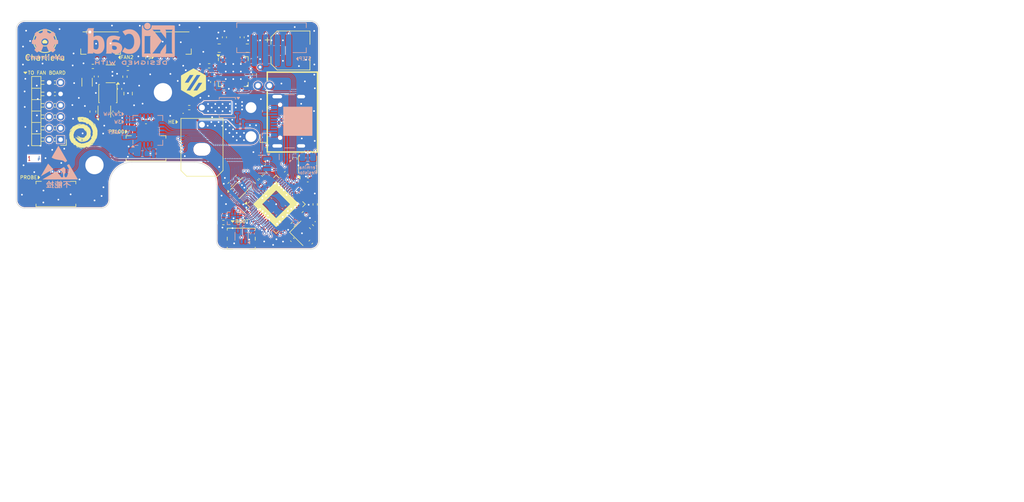
<source format=kicad_pcb>
(kicad_pcb (version 20240108) (generator "pcbnew") (generator_version "8.0")
  (title_block (title "StealthBurner CAN Main") (date "2024-12-12") (rev "B1") (company "Lassi-Cat") (comment 1 "Author: Charlie Yu") (comment 4 "CAN toolhead board for StealthBurner"))
  (layers (0 "F.Cu" mixed) (1 "In1.Cu" power) (2 "In2.Cu" mixed) (31 "B.Cu" mixed) (34 "B.Paste" user) (35 "F.Paste" user) (36 "B.SilkS" user "B.Silkscreen") (37 "F.SilkS" user "F.Silkscreen") (38 "B.Mask" user) (39 "F.Mask" user) (44 "Edge.Cuts" user))
  (net 0 "")
  (net 1 "/XIN")
  (net 2 "GND")
  (net 3 "+1V1")
  (net 4 "+3V3")
  (net 5 "Net-(U4-SW)")
  (net 6 "+24V")
  (net 7 "+5V")
  (net 8 "Net-(D1-A)")
  (net 9 "Net-(D2-A)")
  (net 10 "Net-(U9-VDD)")
  (net 11 "/USB_D+")
  (net 12 "/USB_D-")
  (net 13 "/FAN0_PWM")
  (net 14 "/FAN0_DET")
  (net 15 "Net-(J4-Pin_2)")
  (net 16 "Net-(J4-Pin_3)")
  (net 17 "Net-(J4-Pin_1)")
  (net 18 "/FAN1_PWM")
  (net 19 "/FAN1_DET")
  (net 20 "/FAN2_PWM")
  (net 21 "/FAN2_DET")
  (net 22 "/NEO")
  (net 23 "/LDC_SCL")
  (net 24 "/LDC_SDA")
  (net 25 "/ADC0")
  (net 26 "/ADC1")
  (net 27 "Net-(Q1-G)")
  (net 28 "Net-(U1-RUN)")
  (net 29 "Net-(SW1A-D)")
  (net 30 "/NOR_CS")
  (net 31 "/XOUT")
  (net 32 "Net-(U4-EN)")
  (net 33 "Net-(U4-BOOST)")
  (net 34 "Net-(U3-STB)")
  (net 35 "Net-(U9-BIAS)")
  (net 36 "Net-(U9-ISENSOR)")
  (net 37 "/TMC_EN")
  (net 38 "/HEAT")
  (net 39 "/STATUS")
  (net 40 "/SPI0_CLK")
  (net 41 "/TMC_DIAG")
  (net 42 "/ADXL_INT1")
  (net 43 "/TMC_STEP")
  (net 44 "/ADXL_INT2")
  (net 45 "/NOR_D0")
  (net 46 "/SPI0_CS1")
  (net 47 "/SPI0_MOSI")
  (net 48 "/TEMP_A")
  (net 50 "/NOR_D1")
  (net 51 "/CAN_RX")
  (net 52 "/SPI0_MISO")
  (net 54 "/NOR_D2")
  (net 55 "/ENDSTOP0")
  (net 56 "/CAN_TX")
  (net 57 "/NOR_D3")
  (net 58 "/NOR_CLK")
  (net 59 "/TMC_DIR")
  (net 60 "/TMC_UART")
  (net 61 "/SPI0_CS2")
  (net 62 "/CAN_H")
  (net 63 "/CAN_L")
  (net 66 "Net-(C3-Pad1)")
  (net 67 "Net-(U6-VCP)")
  (net 68 "Net-(U6-CPO)")
  (net 69 "Net-(U6-CPI)")
  (net 70 "Net-(U6-5VOUT)")
  (net 71 "Net-(U6-BRA)")
  (net 72 "Net-(U6-BRB)")
  (net 74 "Net-(J2-CC2)")
  (net 76 "Net-(J2-CC1)")
  (net 77 "Net-(J3-Pin_1)")
  (net 78 "Net-(J3-Pin_4)")
  (net 79 "Net-(J3-Pin_2)")
  (net 80 "Net-(J3-Pin_3)")
  (net 88 "/FS")
  (net 89 "Net-(U4-FB)")
  (net 90 "Net-(J4-Pin_4)")
  (net 91 "Net-(S1-Pin_2)")
  (net 92 "Net-(J5-Pin_2)")
  (net 93 "Net-(D4-K)")
  (net 94 "Net-(U8-SDA)")
  (footprint "Library:Panasonic_EVQPUJ_EVQPUA" (layer "F.Cu") (at 111.78033 105.773664 180)
    (property "Reference" "SW1" (hide yes))
    (property "Value" "BOOT" (hide yes))
  )
  (footprint "Library:Molex_PicoBlade_53261-0471_1x04-1MP_P1.25mm_Horizontal" (layer "F.Cu") (at 79.33633 97.435664)
    (property "Reference" "J7" (hide yes))
    (property "Value" "LDC" (hide yes))
  )
  (footprint "LED_SMD:LED_0402_1005Metric" (layer "F.Cu") (at 102.70133 83.805664)
    (property "Reference" "D4" (hide yes))
    (property "Value" "LED" (hide yes))
  )
  (footprint "Resistor_SMD:R_0402_1005Metric" (layer "F.Cu") (at 106.157722 75.483665)
    (property "Reference" "R14" (hide yes))
    (property "Value" "10K" (hide yes))
  )
  (footprint "Resistor_SMD:R_0402_1005Metric" (layer "F.Cu") (at 109.810205 96.254927 -135)
    (property "Reference" "R2" (hide yes))
    (property "Value" "10K" (hide yes))
  )
  (footprint "Library:Molex_PicoBlade_53261-0471_1x04-1MP_P1.25mm_Horizontal" (layer "F.Cu") (at 95.10533 89.430664)
    (property "Reference" "J4" (hide yes))
    (property "Value" "PT100" (hide yes))
  )
  (footprint "Capacitor_SMD:C_0603_1608Metric" (layer "F.Cu") (at 85.805329 83.503165 90)
    (property "Reference" "C17" (hide yes))
    (property "Value" "1uF" (hide yes))
  )
  (footprint "Resistor_SMD:R_0402_1005Metric" (layer "F.Cu") (at 124.72533 99.763664 -90)
    (property "Reference" "R6" (hide yes))
    (property "Value" "430R" (hide yes))
  )
  (footprint "Library:AMASS_XT30PW-M_1x02_P2.50mm_Horizontal" (layer "F.Cu") (at 118.69533 83.585464 90)
    (property "Reference" "J1" (hide yes))
    (property "Value" "XT30PB_IN" (hide yes))
  )
  (footprint "Capacitor_SMD:C_0402_1005Metric" (layer "F.Cu") (at 114.087722 76.963665 90)
    (property "Reference" "C21" (hide yes))
    (property "Value" "100nF" (hide yes))
  )
  (footprint "Library:USON-8_2.0x3.0mm_P0.5mm" (layer "F.Cu") (at 111.70533 96.893664 45)
    (property "Reference" "U2" (hide yes))
    (property "Value" "W25Q16JVUXIQ" (hide yes))
  )
  (footprint "Capacitor_SMD:C_0402_1005Metric" (layer "F.Cu") (at 112.440954 100.824655 135)
    (property "Reference" "C11" (hide yes))
    (property "Value" "100nF" (hide yes))
  )
  (footprint "Capacitor_SMD:C_0402_1005Metric" (layer "F.Cu") (at 123.95885 106.370478 -135)
    (property "Reference" "C3" (hide yes))
    (property "Value" "15pF" (hide yes))
  )
  (footprint "Capacitor_SMD:C_0402_1005Metric" (layer "F.Cu") (at 120.720768 105.951145 -45)
    (property "Reference" "C2" (hide yes))
    (property "Value" "15pF" (hide yes))
  )
  (footprint "Capacitor_SMD:C_0402_1005Metric" (layer "F.Cu") (at 119.657535 94.286896 45)
    (property "Reference" "C7" (hide yes))
    (property "Value" "100nF" (hide yes))
  )
  (footprint "Package_DFN_QFN:QFN-28-1EP_5x5mm_P0.5mm_EP3.75x3.75mm" (layer "F.Cu") (at 110.387722 76.483665)
    (property "Reference" "U6" (hide yes))
    (property "Value" "TMC2209-LA" (hide yes))
  )
  (footprint "Resistor_SMD:R_0402_1005Metric" (layer "F.Cu") (at 108.64533 102.943664)
    (property "Reference" "R3" (hide yes))
    (property "Value" "1K" (hide yes))
  )
  (footprint "Logos:Progynova" (layer "F.Cu") (at 84.14033 87.205664)
    (property "Reference" "G2" (hide yes))
    (property "Value" "LOGO" (hide yes))
  )
  (footprint "Capacitor_SMD:C_0402_1005Metric" (layer "F.Cu") (at 115.167781 95.033824 135)
    (property "Reference" "C6" (hide yes))
    (property "Value" "1uF" (hide yes))
  )
  (footprint "Library:L_Changjiang_FTC303020D" (layer "F.Cu") (at 88.435328 80.343165 -90)
    (property "Reference" "L1" (hide yes))
    (property "Value" "10uH" (hide yes))
  )
  (footprint "Library:PAD" (layer "F.Cu") (at 110.35033 87.877964)
    (property "Reference" "TP1" (hide yes))
    (property "Value" "PAD" (hide yes))
  )
  (footprint "Crystal:Crystal_SMD_2520-4Pin_2.5x2.0mm" (layer "F.Cu") (at 122.40945 104.821078 -45)
    (property "Reference" "Y1" (hide yes))
    (property "Value" "12MHz" (hide yes))
  )
  (footprint "Capacitor_SMD:C_0805_2012Metric" (layer "F.Cu") (at 91.975328 80.343165 90)
    (property "Reference" "C18" (hide yes))
    (property "Value" "22uF" (hide yes))
  )
  (footprint "Capacitor_SMD:C_0402_1005Metric" (layer "F.Cu") (at 115.89033 92.585664 180)
    (property "Reference" "C34" (hide yes))
    (property "Value" "100nF" (hide yes))
  )
  (footprint "Resistor_SMD:R_0402_1005Metric" (layer "F.Cu") (at 124.076919 103.669798 135)
    (property "Reference" "R5" (hide yes))
    (property "Value" "1K" (hide yes))
  )
  (footprint "Capacitor_SMD:C_0402_1005Metric" (layer "F.Cu") (at 95.10033 85.265664)
    (property "Reference" "C33" (hide yes))
    (property "Value" "10nF" (hide yes))
  )
  (footprint "Capacitor_SMD:C_0402_1005Metric" (layer "F.Cu") (at 106.787722 78.313664 90)
    (property "Reference" "C20" (hide yes))
    (property "Value" "100nF" (hide yes))
  )
  (footprint "Capacitor_SMD:CP_Elec_6.3x7.7" (layer "F.Cu") (at 120.39533 72.793664)
    (property "Reference" "C22" (hide yes))
    (property "Value" "100uF" (hide yes))
  )
  (footprint "Capacitor_SMD:C_0402_1005Metric" (layer "F.Cu") (at 115.874887 94.326718 135)
    (property "Reference" "C13" (hide yes))
    (property "Value" "1uF" (hide yes))
  )
  (footprint "Capacitor_SMD:C_1206_3216Metric" (layer "F.Cu") (at 84.79033 78.350664 -90)
    (property "Reference" "C16" (hide yes))
    (property "Value" "2.2uF" (hide yes))
  )
  (footprint "Resistor_SMD:R_0402_1005Metric" (layer "F.Cu") (at 102.67633 82.797964 180)
    (property "Reference" "R18" (hide yes))
    (property "Value" "2.2K" (hide yes))
  )
  (footprint "Package_DFN_QFN:QFN-56-1EP_7x7mm_P0.4mm_EP3.2x3.2mm" (layer "F.Cu") (at 117.887722 99.733664 45)
    (property "Reference" "U1" (hide yes))
    (property "Value" "RP2040" (hide yes))
  )
  (footprint "Resistor_SMD:R_0402_1005Metric" (layer "F.Cu") (at 91.935327 75.925665)
    (property "Reference" "R12" (hide yes))
    (property "Value" "88.7K" (hide yes))
  )
  (footprint "Library:Molex_Micro-Fit_3.0_43045-0200_2x01_P3.00mm_Horizontal" (layer "F.Cu") (at 104.90533 85.797964 180)
    (property "Reference" "J5" (hide yes))
    (property "Value" "Hotend" (hide yes))
  )
  (footprint "Package_SON:WSON-6-1EP_2x2mm_P0.65mm_EP1x1.6mm" (layer "F.Cu") (at 87.816908 83.503164 90)
    (property "Reference" "U5" (hide yes))
    (property "Value" "LP5912-3.3DRV" (hide yes))
  )
  (footprint "Capacitor_SMD:C_0402_1005Metric" (layer "F.Cu") (at 86.40033 77.355664 -90)
    (property "Reference" "C35" (hide yes))
    (property "Value" "100nF" (hide yes))
  )
  (footprint "Library:Molex_PicoBlade_53398-0471_1x04-1MP_P1.25mm_Vertical" (layer "F.Cu") (at 99.54433 72.239664 180)
    (property "Reference" "J8" (hide yes))
    (property "Value" "FS" (hide yes))
  )
  (footprint "Capacitor_SMD:C_0402_1005Metric" (layer "F.Cu") (at 114.460675 95.74093 135)
    (property "Reference" "C12" (hide yes))
    (property "Value" "100nF" (hide yes))
  )
  (footprint "Resistor_SMD:R_0805_2012Metric" (layer "F.Cu") (at 107.925222 72.383664 180)
    (property "Reference" "R16" (hide yes))
    (property "Value" "200mR" (hide yes))
  )
  (footprint "MountingHole:MountingHole_3.2mm_M3_ISO14580_Pad" (layer "F.Cu") (at 86.08633 92.876664)
    (property "Reference" "H2" (hide yes))
    (property "Value" "M3" (hide yes))
  )
  (footprint "Logos:Voron_Logo_Hex" (layer "F.Cu") (at 103.42033 78.445664)
    (property "Reference" "G3" (hide yes))
    (property "Value" "Voron Hex" (hide yes))
  )
  (footprint "Logos:charlieyu" (layer "F.Cu") (at 77.42033 71.155664)
    (property "Reference" "G1" (hide yes))
    (property "Value" "CharlieYu" (hide yes))
  )
  (footprint "Library:PAD" (layer "F.Cu") (at 107.87033 82.797964)
    (property "Reference" "TP2" (hide yes))
    (property "Value" "PAD" (hide yes))
  )
  (footprint "Capacitor_SMD:C_0402_1005Metric" (layer "F.Cu") (at 111.937722 70.483664 90)
    (property "Reference" "C27" (hide yes))
    (property "Value" "100nF" (hide yes))
  )
  (footprint "Resistor_SMD:R_0805_2012Metric" (layer "F.Cu") (at 112.850222 72.383664)
    (property "Reference" "R15" (hide yes))
    (property "Value" "200mR" (hide yes))
  )
  (footprint "Capacitor_SMD:C_0402_1005Metric" (layer "F.Cu") (at 123.421922 95.465664 180)
    (property "Reference" "C14" (hide yes))
    (property "Value" "100nF" (hide yes))
  )
  (footprint "Capacitor_SMD:C_0402_1005Metric" (layer "F.Cu") (at 108.837722 70.483664 90)
    (property "Reference" "C28" (hide yes))
    (property "Value" "100nF" (hide yes))
  )
  (footprint "LED_SMD:LED_0402_1005Metric" (layer "F.Cu") (at 124.72533 101.694064 90)
    (property "Reference" "D1" (hide yes))
    (property "Value" "LED" (hide yes))
  )
  (footprint "Resistor_SMD:R_0402_1005Metric" (layer "F.Cu") (at 91.425328 77.393166 -90)
    (property "Reference" "R13" (hide yes))
    (property "Value" "22.1K" (hide yes))
  )
  (footprint "Package_TO_SOT_SMD:SOT-23-6" (layer "F.Cu") (at 88.905328 76.875664 180)
    (property "Reference" "U4" (hide yes))
    (property "Value" "TPS560430YF" (hide yes))
  )
  (footprint "Diode_SMD:D_SOD-882D" (layer "F.Cu") (at 115.687722 87.993664 90)
    (property "Reference" "D2" (hide yes))
    (property "Value" "Schottky" (hide yes))
  )
  (footprint "Capacitor_SMD:C_0603_1608Metric" (layer "F.Cu") (at 89.828484 83.503164 -90)
    (property "Reference" "C19" (hide yes))
    (property "Value" "2.2uF" (hide yes))
  )
  (footprint "MountingHole:MountingHole_3.2mm_M3_ISO14580_Pad" (layer "F.Cu") (at 98.07033 80.105664)
    (property "Reference" "H1" (hide yes))
    (property "Value" "M3" (hide yes))
  )
  (footprint "Resistor_SMD:R_0402_1005Metric" (layer "F.Cu") (at 120.86005 103.271678 45)
    (property "Reference" "R4" (hide yes))
    (property "Value" "NC" (hide yes))
  )
  (footprint "Library:PinHeader_2x06_P2.00mm_Horizontal" (layer "F.Cu") (at 80.156472 88.406664 180)
    (property "Reference" "J9" (hide yes))
    (property "Value" "FAN" (hide yes))
  )
  (footprint "Capacitor_SMD:C_0402_1005Metric" (layer "F.Cu") (at 111.11222 94.952912 45)
    (property "Reference" "C1" (hide yes))
    (property "Value" "100nF" (hide yes))
  )
  (footprint "Capacitor_SMD:C_0402_1005Metric" (layer "F.Cu") (at 90.495327 79.523165 -90)
    (property "Reference" "C15" (hide yes))
    (property "Value" "100nF" (hide yes))
  )
  (footprint "Resistor_SMD:R_0402_1005Metric" (layer "F.Cu") (at 121.164314 91.733663 -90)
    (property "Reference" "R10" (hide yes))
    (property "Value" "10K" (hide yes))
  )
  (footprint "Resistor_SMD:R_0402_1005Metric" (layer "F.Cu") (at 85.805329 75.585664)
    (property "Reference" "R11" (hide yes))
    (property "Value" "10K" (hide yes))
  )
  (footprint "Resistor_SMD:R_0402_1005Metric" (layer "F.Cu") (at 122.790018 101.369127 -135)
    (property "Reference" "R1" (hide yes))
    (property "Value" "1K" (hide yes))
  )
  (footprint "Package_DFN_QFN:DFN-8-1EP_3x3mm_P0.65mm_EP1.55x2.4mm" (layer "F.Cu") (at 123.421922 92.773664 90)
    (property "Reference" "U3" (hide yes))
    (property "Value" "TJA1042TK-3" (hide yes))
  )
  (footprint "Library:Molex_PicoBlade_53398-0471_1x04-1MP_P1.25mm_Vertical" (layer "F.Cu") (at 87.17033 72.239664 180)
    (property "Reference" "J6" (hide yes))
    (property "Value" "FAN2" (hide yes))
  )
  (footprint "Capacitor_SMD:C_0402_1005Metric" (layer "B.Cu") (at 116.798032 98.926817 -45)
    (property "Reference" "C5" (hide yes))
    (property "Value" "100nF" (hide yes))
  )
  (footprint "Package_DFN_QFN:TQFN-20-1EP_5x5mm_P0.65mm_EP3.25x3.25mm" (layer "B.Cu") (at 95.43033 86.795664)
    (property "Reference" "U9" (hide yes))
    (property "Value" "MAX31865xTP" (hide yes))
  )
  (footprint "Resistor_SMD:R_0603_1608Metric" (layer "B.Cu") (at 91.46633 87.120664 -90)
    (property "Reference" "R17" (hide yes))
    (property "Value" "430R" (hide yes))
  )
  (footprint "Capacitor_SMD:C_0402_1005Metric" (layer "B.Cu") (at 108.712829 102.195664 -90)
    (property "Reference" "C30" (hide yes))
    (property "Value" "100nF" (hide yes))
  )
  (footprint "Capacitor_SMD:C_0402_1005Metric" (layer "B.Cu") (at 96.862832 91.325664)
    (property "Reference" "C31" (hide yes))
    (property "Value" "1uF" (hide yes))
  )
  (footprint "Capacitor_SMD:C_0402_1005Metric" (layer "B.Cu") (at 109.016122 74.505664)
    (property "Reference" "C23" (hide yes))
    (property "Value" "100nF" (hide yes))
  )
  (footprint "Resistor_SMD:R_0402_1005Metric" (layer "B.Cu") (at 115.866722 83.433665 -90)
    (property "Reference" "R9" (hide yes))
    (property "Value" "5.1K" (hide yes))
  )
  (footprint "Resistor_SMD:R_0805_2012Metric" (layer "B.Cu") (at 123.421922 91.485664)
    (property "Reference" "R7" (hide yes))
    (property "Value" "120R/TBD" (hide yes))
  )
  (footprint "Capacitor_SMD:C_0402_1005Metric" (layer "B.Cu") (at 117.64656 101.389039 45)
    (property "Reference" "C9" (hide yes))
    (property "Value" "100nF" (hide yes))
  )
  (footprint "Capacitor_SMD:C_0402_1005Metric" (layer "B.Cu") (at 122.208919 97.505502 -45)
    (property "Reference" "C10" (hide yes))
    (property "Value" "100nF" (hide yes))
  )
  (footprint "Capacitor_SMD:C_0402_1005Metric" (layer "B.Cu") (at 119.260255 100.257668 135)
    (property "Reference" "C4" (hide yes))
    (property "Value" "100nF" (hide yes))
  )
  (footprint "Capacitor_SMD:C_0402_1005Metric" (layer "B.Cu") (at 96.862832 90.405665)
    (property "Reference" "C32" (hide yes))
    (property "Value" "100nF" (hide yes))
  )
  (footprint "Inductor_SMD:L_0603_1608Metric" (layer "B.Cu") (at 94.45533 90.865664 180)
    (property "Reference" "FB1" (hide yes))
    (property "Value" "120R@100MHz" (hide yes))
  )
  (footprint "Library:JST_PH_B4B-PH-SM4-TB_1x04-1MP_P2.00mm_Vertical" (layer "B.Cu") (at 117.07633 72.305664 180)
    (property "Reference" "J3" (hide yes))
    (property "Value" "Excluder" (hide yes))
  )
  (footprint "Capacitor_SMD:C_0805_2012Metric" (layer "B.Cu") (at 108.687723 78.946165)
    (property "Reference" "C26" (hide yes))
    (property "Value" "4.7uF" (hide yes))
  )
  (footprint "Package_TO_SOT_SMD:SOT-23" (layer "B.Cu") (at 115.40283 92.715664 180)
    (property "Reference" "U10" (hide yes))
    (property "Value" "LM50" (hide yes))
  )
  (footprint "Capacitor_SMD:C_0402_1005Metric" (layer "B.Cu") (at 113.72033 104.885664 -90)
    (property "Reference" "C29" (hide yes))
    (property "Value" "100nF" (hide yes))
  )
  (footprint "Capacitor_SMD:C_0402_1005Metric" (layer "B.Cu") (at 111.759322 74.505664 180)
    (property "Reference" "C24" (hide yes))
    (property "Value" "100nF" (hide yes))
  )
  (footprint "Capacitor_SMD:C_0402_1005Metric" (layer "B.Cu") (at 121.637434 103.200533 -45)
    (property "Reference" "C8" (hide yes))
    (property "Value" "100nF" (hide yes))
  )
  (footprint "Symbol:OSHW-Logo2_7.3x6mm_SilkScreen" (layer "B.Cu") (at 77.42033 71.774464 180)
    (property "Reference" "G5" (hide yes))
    (property "Value" "OSHW-Logo2_7.3x6mm_SilkScreen" (hide yes))
  )
  (footprint "Connector_USB:USB_C_Receptacle_GCT_USB4105-xx-A_16P_TopMnt_Horizontal" (layer "B.Cu") (at 121.187722 85.193664 -90)
    (property "Reference" "J2" (hide yes))
    (property "Value" "Download" (hide yes))
  )
  (footprint "Resistor_SMD:R_0402_1005Metric" (layer "B.Cu") (at 111.59533 85.185664 180)
    (property "Reference" "R19" (hide yes))
    (property "Value" "1K" (hide yes))
  )
  (footprint "Symbol:ESD-Logo_6.6x6mm_SilkScreen" (layer "B.Cu") (at 79.932091 92.430176 180)
    (property "Reference" "G6" (hide yes))
    (property "Value" "ESD-Logo_6.6x6mm_SilkScreen" (hide yes))
  )
  (footprint "Package_TO_SOT_SMD:SOT-353_SC-70-5" (layer "B.Cu") (at 111.84283 105.355664 90)
    (property "Reference" "U7" (hide yes))
    (property "Value" "OR" (hide yes))
  )
  (footprint "Capacitor_SMD:C_0402_1005Metric" (layer "B.Cu") (at 106.157722 76.983665 180)
    (property "Reference" "C25" (hide yes))
    (property "Value" "22nF" (hide yes))
  )
  (footprint "Library:Select" (layer "B.Cu") (at 91.70633 84.616464 -90)
    (property "Reference" "S1" (hide yes))
    (property "Value" "Select" (hide yes))
  )
  (footprint "Package_TO_SOT_SMD:LFPAK33" (layer "B.Cu") (at 109.55033 82.797964 180)
    (property "Reference" "Q1" (hide yes))
    (property "Value" "BUK9M4R3-40H" (hide yes))
  )
  (footprint "Resistor_SMD:R_0402_1005Metric" (layer "B.Cu") (at 111.59533 86.155664 180)
    (property "Reference" "R20" (hide yes))
    (property "Value" "10K" (hide yes))
  )
  (footprint "Symbol:KiCad-Logo2_6mm_SilkScreen" (layer "B.Cu") (at 92.489817 70.926912 180)
    (property "Reference" "G4" (hide yes))
    (property "Value" "KiCad-Logo2_6mm_SilkScreen" (hide yes))
  )
  (footprint "Capacitor_SMD:C_0402_1005Metric" (layer "B.Cu") (at 92.492832 90.845664 -90)
    (property "Reference" "C36" (hide yes))
    (property "Value" "100nF" (hide yes))
  )
  (footprint "Resistor_SMD:R_0402_1005Metric" (layer "B.Cu") (at 115.866722 87.453663 90)
    (property "Reference" "R8" (hide yes))
    (property "Value" "5.1K" (hide yes))
  )
  (footprint "Package_LGA:LGA-12_2x2mm_P0.5mm" (layer "B.Cu") (at 110.43033 102.195664 180)
    (property "Reference" "U8" (hide yes))
    (property "Value" "LIS2DW12" (hide yes))
  )
  (footprint "Library:SLP1610P4" (layer "B.Cu") (at 119.34052 91.443164 90)
    (property "Reference" "D3" (hide yes))
    (property "Value" "RCLAMP0522P" (hide yes))
  )
  (gr_rect (start 119.18033 82.693664) (end 124.18033 87.693664) (stroke (width 0.1)) (fill solid) (layer "B.SilkS"))
  (gr_poly (pts (xy 123.649332 92.838664) (xy 123.395331 92.584664) (xy 123.14133 92.838664)) (stroke (width 0.15)) (fill solid) (layer "B.SilkS"))
  (gr_poly (pts (xy 90.916329 84.184665) (xy 91.17033 83.930664) (xy 90.916331 83.676662)) (stroke (width 0.15)) (fill solid) (layer "B.SilkS"))
  (gr_poly (pts (xy 90.916329 85.556265) (xy 91.17033 85.302264) (xy 90.916331 85.048262)) (stroke (width 0.15)) (fill solid) (layer "B.SilkS"))
  (gr_poly (pts (xy 121.71893 73.984264) (xy 121.46493 74.238264) (xy 121.71893 74.492264)) (stroke (width 0.15)) (fill solid) (layer "B.SilkS"))
  (gr_poly (pts (xy 90.170532 87.374666) (xy 90.424532 87.120664) (xy 90.170532 86.866664)) (stroke (width 0.15)) (fill solid) (layer "B.SilkS"))
  (gr_poly (pts (xy 110.53433 102.625664) (xy 110.28033 102.879664) (xy 110.02633 102.625664)) (stroke (width 0.15)) (fill solid) (layer "F.SilkS"))
  (gr_poly (pts (xy 91.50733 86.776664) (xy 91.76133 87.030664) (xy 91.50733 87.284664)) (stroke (width 0.15)) (fill solid) (layer "F.SilkS"))
  (gr_poly (pts (xy 96.14533 73.731664) (xy 96.39933 73.985664) (xy 96.14533 74.239664)) (stroke (width 0.15)) (fill solid) (layer "F.SilkS"))
  (gr_poly (pts (xy 76.22633 94.781664) (xy 76.48033 95.035664) (xy 76.22633 95.289664)) (stroke (width 0.15)) (fill solid) (layer "F.SilkS"))
  (gr_poly (pts (xy 90.56933 74.239664) (xy 90.31533 73.985664) (xy 90.56933 73.731664)) (stroke (width 0.15)) (fill solid) (layer "F.SilkS"))
  (gr_poly (pts (xy 100.35633 85.058664) (xy 100.61033 85.312664) (xy 100.35633 85.566664)) (stroke (width 0.15)) (fill solid) (layer "F.SilkS"))
  (gr_poly (pts (xy 74.24333 76.578664) (xy 73.98933 76.832664) (xy 73.73533 76.578664)) (stroke (width 0.15)) (fill solid) (layer "F.SilkS"))
  (gr_line (start 88.704295 96.245674) (end 88.704295 98.951483) (stroke (width 0.1)) (layer "Edge.Cuts"))
  (gr_line (start 123.933062 107.598664) (end 108.931062 107.598664) (stroke (width 0.1)) (layer "Edge.Cuts"))
  (gr_line (start 72.406928 69.07253) (end 72.406928 98.951483) (stroke (width 0.1)) (layer "Edge.Cuts"))
  (gr_arc (start 108.931062 107.598664) (mid 107.888861 107.16699) (end 107.457196 106.124798) (stroke (width 0.1)) (layer "Edge.Cuts"))
  (gr_line (start 73.880794 67.598664) (end 123.933054 67.598664) (stroke (width 0.1)) (layer "Edge.Cuts"))
  (gr_line (start 92.569305 92.380664) (end 103.592186 92.380664) (stroke (width 0.1)) (layer "Edge.Cuts"))
  (gr_line (start 125.406928 106.124798) (end 125.406928 69.07253) (stroke (width 0.1)) (layer "Edge.Cuts"))
  (gr_arc (start 125.406928 106.124798) (mid 124.975274 107.16702) (end 123.933062 107.598664) (stroke (width 0.1)) (layer "Edge.Cuts"))
  (gr_arc (start 88.704295 96.245674) (mid 89.836308 93.512677) (end 92.569305 92.380664) (stroke (width 0.1)) (layer "Edge.Cuts"))
  (gr_arc (start 73.880794 100.425349) (mid 72.838607 99.993656) (end 72.406928 98.951483) (stroke (width 0.1)) (layer "Edge.Cuts"))
  (gr_arc (start 123.933054 67.598664) (mid 124.975208 68.03036) (end 125.40692 69.07253) (stroke (width 0.1)) (layer "Edge.Cuts"))
  (gr_arc (start 88.704295 98.951483) (mid 88.272615 99.993674) (end 87.230429 100.425349) (stroke (width 0.1)) (layer "Edge.Cuts"))
  (gr_line (start 73.880794 100.425349) (end 87.230429 100.425349) (stroke (width 0.1)) (layer "Edge.Cuts"))
  (gr_arc (start 72.406928 69.07253) (mid 72.838636 68.030381) (end 73.880794 67.598664) (stroke (width 0.1)) (layer "Edge.Cuts"))
  (gr_arc (start 103.592186 92.380664) (mid 106.325198 93.512682) (end 107.457196 96.245674) (stroke (width 0.1)) (layer "Edge.Cuts"))
  (gr_line (start 107.457196 106.124798) (end 107.457196 96.245674) (stroke (width 0.1)) (layer "Edge.Cuts"))
  (gr_text "1" (at 74.37033 92.205664 0) (layer "F.Cu") (effects (font (size 0.8 0.5) (thickness 0.1016) (bold yes)) (justify left bottom)))
  (gr_text "4" (at 76.67033 92.205664 0) (layer "B.Cu") (effects (font (size 0.8 0.5) (thickness 0.1016) (bold yes)) (justify left bottom mirror)))
  (gr_text "Terminal\nResistor" (at 123.395331 92.965664 0) (layer "B.SilkS") (effects (font (size 0.5588 0.5588) (thickness 0.1) (bold yes)) (justify top mirror)))
  (gr_text "STEP" (at 121.79393 74.238264 0) (layer "B.SilkS") (effects (font (size 0.6 0.6) (thickness 0.1) (bold yes)) (justify right mirror)))
  (gr_text "不能捡" (at 79.777168 95.775664 -0) (layer "B.SilkS") (effects (font (size 1 1)) (justify top mirror)))
  (gr_text "3W" (at 90.854931 85.302264 0) (layer "B.SilkS") (effects (font (size 0.6 0.6) (thickness 0.1) (bold yes)) (justify left mirror)))
  (gr_text "2W/4W" (at 90.854931 83.930664 0) (layer "B.SilkS") (effects (font (size 0.6 0.6) (thickness 0.1) (bold yes)) (justify left mirror)))
  (gr_text "REF" (at 90.04353 87.120664 0) (layer "B.SilkS") (effects (font (size 0.6 0.6) (thickness 0.1) (bold yes)) (justify left mirror)))
  (gr_text "HE" (at 100.22933 85.312664 0) (layer "F.SilkS") (effects (font (size 0.6 0.6) (thickness 0.1) (bold yes)) (justify right)))
  (gr_text "FAN2" (at 90.62033 73.985664 0) (layer "F.SilkS") (effects (font (size 0.6 0.6) (thickness 0.1) (bold yes)) (justify left)))
  (gr_text "TO FAN BOARD" (at 74.37033 76.705664 0) (layer "F.SilkS") (effects (font (size 0.6 0.6) (thickness 0.1) (bold yes)) (justify left)))
  (gr_text "FS" (at 96.07033 73.985664 0) (layer "F.SilkS") (effects (font (size 0.6 0.6) (thickness 0.1) (bold yes)) (justify right)))
  (gr_text "PT100" (at 91.38033 87.030664 0) (layer "F.SilkS") (effects (font (size 0.6 0.6) (thickness 0.1) (bold yes)) (justify right)))
  (gr_text "BOOT" (at 110.66133 102.752664 0) (layer "F.SilkS") (effects (font (size 0.6 0.6) (thickness 0.1) (bold yes)) (justify left)))
  (gr_text "PROBE" (at 76.09933 95.035664 0) (layer "F.SilkS") (effects (font (size 0.6 0.6) (thickness 0.1) (bold yes)) (justify right)))
  (segment (start 120.381357 105.611734) (end 121.295757 104.697334) (width 0.127) (layer "F.Cu") (net 1))
  (segment (start 120.499426 103.4131) (end 120.499426 103.632303) (width 0.127) (layer "F.Cu") (net 1))
  (segment (start 120.499426 103.632302) (end 121.295757 104.428633) (width 0.127) (layer "F.Cu") (net 1))
  (segment (start 120.344426 103.038897) (end 119.894137 102.588608) (width 0.127) (layer "F.Cu") (net 1))
  (arc (start 120.344426 103.038897) (mid 120.459142 103.210582) (end 120.499426 103.4131) (width 0.127) (layer "F.Cu") (net 1))
  (segment (start 111.548122 77.964865) (end 111.708522 77.804465) (width 0.254) (layer "F.Cu") (net 2))
  (segment (start 110.387722 76.483665) (end 113.302064 76.483665) (width 0.254) (layer "F.Cu") (net 2))
  (segment (start 109.534168 75.983665) (end 107.925222 75.983665) (width 0.254) (layer "F.Cu") (net 2))
  (segment (start 111.387722 78.352104) (end 111.387722 78.946165) (width 0.254) (layer "F.Cu") (net 2))
  (segment (start 113.571329 76.544664) (end 113.51033 76.605664) (width 0.254) (layer "F.Cu") (net 2))
  (segment (start 113.718595 76.483665) (end 114.087722 76.483665) (width 0.254) (layer "F.Cu") (net 2))
  (segment (start 110.387722 76.483665) (end 110.137722 76.233665) (width 0.254) (layer "F.Cu") (net 2))
  (segment (start 109.387722 77.483665) (end 109.387722 78.946165) (width 0.254) (layer "F.Cu") (net 2))
  (segment (start 113.44933 76.544664) (end 113.51033 76.605664) (width 0.254) (layer "F.Cu") (net 2))
  (segment (start 109.887722 76.983665) (end 109.887722 78.946165) (width 0.254) (layer "F.Cu") (net 2))
  (via (at 75.99033 86.925664) (size 0.5) (drill 0.3) (layers "F.Cu" "B.Cu") (net 2))
  (via (at 87.80033 85.965664) (size 0.5) (drill 0.3) (layers "F.Cu" "B.Cu") (net 2))
  (via (at 82.53033 78.505664) (size 0.5) (drill 0.3) (layers "F.Cu" "B.Cu") (net 2))
  (via (at 109.066922 77.804465) (size 0.5) (drill 0.3) (layers "F.Cu" "B.Cu") (net 2))
  (via (at 87.33033 98.285664) (size 0.5) (drill 0.3) (layers "F.Cu" "B.Cu") (net 2))
  (via (at 110.54033 106.585664) (size 0.5) (drill 0.3) (layers "F.Cu" "B.Cu") (net 2))
  (via (at 94.02033 68.455664) (size 0.5) (drill 0.3) (layers "F.Cu" "B.Cu") (net 2))
  (via (at 120.54033 100.535664) (size 0.5) (drill 0.3) (layers "F.Cu" "B.Cu") (net 2))
  (via (at 79.98033 69.045664) (size 0.5) (drill 0.3) (layers "F.Cu" "B.Cu") (net 2))
  (via (at 112.14033 99.765664) (size 0.5) (drill 0.3) (layers "F.Cu" "B.Cu") (net 2))
  (via (at 84.01033 87.315664) (size 0.5) (drill 0.3) (layers "F.Cu" "B.Cu") (net 2))
  (via (at 119.09033 106.275664) (size 0.5) (drill 0.3) (layers "F.Cu" "B.Cu") (net 2))
  (via (at 101.62033 75.465664) (size 0.5) (drill 0.3) (layers "F.Cu" "B.Cu") (net 2))
  (via (at 115.48033 98.665664) (size 0.5) (drill 0.3) (layers "F.Cu" "B.Cu") (net 2))
  (via (at 82.34033 84.755664) (size 0.5) (drill 0.3) (layers "F.Cu" "B.Cu") (net 2))
  (via (at 113.91033 90.595664) (size 0.5) (drill 0.3) (layers "F.Cu" "B.Cu") (net 2))
  (via (at 110.82433 82.147964) (size 0.5) (drill 0.3) (layers "F.Cu" "B.Cu") (net 2))
  (via (at 93.91033 78.955664) (size 0.5) (drill 0.3) (layers "F.Cu" "B.Cu") (net 2))
  (via (at 86.41033 78.505664) (size 0.5) (drill 0.3) (layers "F.Cu" "B.Cu") (net 2))
  (via (at 107.78033 69.645664) (size 0.5) (drill 0.3) (layers "F.Cu" "B.Cu") (net 2))
  (via (at 110.387722 76.483665) (size 0.5) (drill 0.3) (layers "F.Cu" "B.Cu") (net 2))
  (via (at 89.23033 76.530664) (size 0.5) (drill 0.3) (layers "F.Cu" "B.Cu") (net 2))
  (via (at 100.66033 78.125664) (size 0.5) (drill 0.3) (layers "F.Cu" "B.Cu") (net 2))
  (via (at 80.28033 92.505664) (size 0.5) (drill 0.3) (layers "F.Cu" "B.Cu") (net 2))
  (via (at 107.92033 93.195664) (size 0.5) (drill 0.3) (layers "F.Cu" "B.Cu") (net 2))
  (via (at 73.88033 82.685664) (size 0.5) (drill 0.3) (layers "F.Cu" "B.Cu") (net 2))
  (via (at 110.21033 84.935664) (size 0.5) (drill 0.3) (layers "F.Cu" "B.Cu") (net 2))
  (via (at 123.096922 94.865664) (size 0.5) (drill 0.3) (layers "F.Cu" "B.Cu") (net 2))
  (via (at 74.82033 71.135664) (size 0.5) (drill 0.3) (layers "F.Cu" "B.Cu") (net 2))
  (via (at 117.94033 105.865664) (size 0.5) (drill 0.3) (layers "F.Cu" "B.Cu") (net 2))
  (via (at 124.58033 75.245664) (size 0.5) (drill 0.3) (layers "F.Cu" "B.Cu") (net 2))
  (via (at 117.887722 99.733664) (size 0.5) (drill 0.3) (layers "F.Cu" "B.Cu") (net 2))
  (via (at 110.82433 82.797964) (size 0.5) (drill 0.3) (layers "F.Cu" "B.Cu") (net 2))
  (via (at 101.19033 71.345664) (size 0.5) (drill 0.3) (layers "F.Cu" "B.Cu") (net 2))
  (via (at 111.92353 82.472964) (size 0.5) (drill 0.3) (layers "F.Cu" "B.Cu") (net 2))
  (via (at 121.88033 75.525664) (size 0.5) (drill 0.3) (layers "F.Cu" "B.Cu") (net 2))
  (via (at 95.84033 76.975664) (size 0.5) (drill 0.3) (layers "F.Cu" "B.Cu") (net 2))
  (via (at 88.90033 71.555664) (size 0.5) (drill 0.3) (layers "F.Cu" "B.Cu") (net 2))
  (via (at 110.26033 103.925664) (size 0.5) (drill 0.3) (layers "F.Cu" "B.Cu") (net 2))
  (via (at 74.12033 69.325664) (size 0.5) (drill 0.3) (layers "F.Cu" "B.Cu") (net 2))
  (via (at 77.00033 75.075664) (size 0.5) (drill 0.3) (layers "F.Cu" "B.Cu") (net 2))
  (via (at 112.33033 96.835664) (size 0.5) (drill 0.3) (layers "F.Cu" "B.Cu") (net 2))
  (via (at 124.65033 97.855664) (size 0.5) (drill 0.3) (layers "F.Cu" "B.Cu") (net 2))
  (via (at 86.10033 99.065664) (size 0.5) (drill 0.3) (layers "F.Cu" "B.Cu") (net 2))
  (via (at 112.97633 70.255664) (size 0.5) (drill 0.3) (layers "F.Cu" "B.Cu") (net 2))
  (via (at 82.27033 75.415664) (size 0.5) (drill 0.3) (layers "F.Cu" "B.Cu") (net 2))
  (via (at 73.39033 98.065664) (size 0.5) (drill 0.3) (layers "F.Cu" "B.Cu") (net 2))
  (via (at 76.65033 89.495664) (size 0.5) (drill 0.3) (layers "F.Cu" "B.Cu") (net 2))
  (via (at 73.57033 75.255664) (size 0.5) (drill 0.3) (layers "F.Cu" "B.Cu") (net 2))
  (via (at 89.15033 68.425664) (size 0.5) (drill 0.3) (layers "F.Cu" "B.Cu") (net 2))
  (via (at 124.55033 69.365664) (size 0.5) (drill 0.3) (layers "F.Cu" "B.Cu") (net 2))
  (via (at 106.68033 84.485664) (size 0.5) (drill 0.3) (layers "F.Cu" "B.Cu") (net 2))
  (via (at 112.98013 71.012464) (size 0.5) (drill 0.3) (layers "F.Cu" "B.Cu") (net 2))
  (via (at 108.49033 103.825664) (size 0.5) (drill 0.3) (layers "F.Cu" "B.Cu") (net 2))
  (via (at 108.837722 69.405664) (size 0.5) (drill 0.3) (layers "F.Cu" "B.Cu") (net 2))
  (via (at 109.61033 79.505664) (size 0.5) (drill 0.3) (layers "F.Cu" "B.Cu") (net 2))
  (via (at 73.58033 72.105664) (size 0.5) (drill 0.3) (layers "F.Cu" "B.Cu") (net 2))
  (via (at 89.23033 77.220664) (size 0.5) (drill 0.3) (layers "F.Cu" "B.Cu") (net 2))
  (via (at 112.67033 100.305664) (size 0.5) (drill 0.3) (layers "F.Cu" "B.Cu") (net 2))
  (via (at 91.93033 91.405664) (size 0.5) (drill 0.3) (layers "F.Cu" "B.Cu") (net 2))
  (via (at 73.86033 79.965664) (size 0.5) (drill 0.3) (layers "F.Cu" "B.Cu") (net 2))
  (via (at 93.77033 73.825664) (size 0.5) (drill 0.3) (layers "F.Cu" "B.Cu") (net 2))
  (via (at 108.72033 96.145664) (size 0.5) (drill 0.3) (layers "F.Cu" "B.Cu") (net 2))
  (via (at 86.33033 80.235664) (size 0.5) (drill 0.3) (layers "F.Cu" "B.Cu") (net 2))
  (via (at 75.55033 94.105664) (size 0.5) (drill 0.3) (layers "F.Cu" "B.Cu") (net 2))
  (via (at 115.40033 104.305664) (size 0.5) (drill 0.3) (layers "F.Cu" "B.Cu") (net 2))
  (via (at 112.78033 103.015664) (size 0.5) (drill 0.3) (layers "F.Cu" "B.Cu") (net 2))
  (via (at 106.06033 78.055664) (size 0.5) (drill 0.3) (layers "F.Cu" "B.Cu") (net 2))
  (via (at 87.61033 87.345664) (size 0.5) (drill 0.3) (layers "F.Cu" "B.Cu") (net 2))
  (via (at 111.708522 77.804465) (size 0.5) (drill 0.3) (layers "F.Cu" "B.Cu") (net 2))
  (via (at 110.387722 75.162865) (size 0.5) (drill 0.3) (layers "F.Cu" "B.Cu") (net 2))
  (via (at 90.042828 76.875664) (size 0.5) (drill 0.3) (layers "F.Cu" "B.Cu") (net 2))
  (via (at 83.35033 81.105664) (size 0.5) (drill 0.3) (layers "F.Cu" "B.Cu") (net 2))
  (via (at 122.27033 82.135664) (size 0.5) (drill 0.3) (layers "F.Cu" "B.Cu") (net 2))
  (via (at 123.10033 74.425664) (size 0.5) (drill 0.3) (layers "F.Cu" "B.Cu") (net 2))
  (via (at 110.387722 77.804465) (size 0.5) (drill 0.3) (layers "F.Cu" "B.Cu") (net 2))
  (via (at 84.17033 75.045664) (size 0.5) (drill 0.3) (layers "F.Cu" "B.Cu") (net 2))
  (via (at 124.57033 77.025664) (size 0.5) (drill 0.3) (layers "F.Cu" "B.Cu") (net 2))
  (via (at 77.52033 91.655664) (size 0.5) (drill 0.3) (layers "F.Cu" "B.Cu") (net 2))
  (via (at 91.95033 80.275664) (size 0.5) (drill 0.3) (layers "F.Cu" "B.Cu") (net 2))
  (via (at 111.90033 96.385664) (size 0.5) (drill 0.3) (layers "F.Cu" "B.Cu") (net 2))
  (via (at 119.05033 101.945664) (size 0.5) (drill 0.3) (layers "F.Cu" "B.Cu") (net 2))
  (via (at 114.37033 85.905664) (size 0.5) (drill 0.3) (layers "F.Cu" "B.Cu") (net 2))
  (via (at 77.16033 97.335664) (size 0.5) (drill 0.3) (layers "F.Cu" "B.Cu") (net 2))
  (via (at 92.06033 89.605664) (size 0.5) (drill 0.3) (layers "F.Cu" "B.Cu") (net 2))
  (via (at 109.066922 76.483665) (size 0.5) (drill 0.3) (layers "F.Cu" "B.Cu") (net 2))
  (via (at 124.52033 83.405664) (size 0.5) (drill 0.3) (layers "F.Cu" "B.Cu") (net 2))
  (via (at 82.22033 82.355664) (size 0.5) (drill 0.3) (layers "F.Cu" "B.Cu") (net 2))
  (via (at 83.46033 95.385664) (size 0.5) (drill 0.3) (layers "F.Cu" "B.Cu") (net 2))
  (via (at 79.77033 98.925664) (size 0.5) (drill 0.3) (layers "F.Cu" "B.Cu") (net 2))
  (via (at 86.37033 71.605664) (size 0.5) (drill 0.3) (layers "F.Cu" "B.Cu") (net 2))
  (via (at 104.62033 81.085664) (size 0.5) (drill 0.3) (layers "F.Cu" "B.Cu") (net 2))
  (via (at 105.14033 73.025664) (size 0.5) (drill 0.3) (layers "F.Cu" "B.Cu") (net 2))
  (via (at 77.14033 99.425664) (size 0.5) (drill 0.3) (layers "F.Cu" "B.Cu") (net 2))
  (via (at 84.41033 82.515664) (size 0.5) (drill 0.3) (layers "F.Cu" "B.Cu") (net 2))
  (via (at 117.07633 71.012464) (size 0.5) (drill 0.3) (layers "F.Cu" "B.Cu") (net 2))
  (via (at 115.41033 93.095664) (size 0.5) (drill 0.3) (layers "F.Cu" "B.Cu") (net 2))
  (via (at 109.066922 75.162865) (size 0.5) (drill 0.3) (layers "F.Cu" "B.Cu") (net 2))
  (via (at 119.07633 74.605664) (size 0.5) (drill 0.3) (layers "F.Cu" "B.Cu") (net 2))
  (via (at 117.36033 106.855664) (size 0.5) (drill 0.3) (layers "F.Cu" "B.Cu") (net 2))
  (via (at 76.16033 81.305664) (size 0.5) (drill 0.3) (layers "F.Cu" "B.Cu") (net 2))
  (via (at 99.38033 76.895664) (size 0.5) (drill 0.3) (layers "F.Cu" "B.Cu") (net 2))
  (via (at 99.35033 84.245664) (size 0.5) (drill 0.3) (layers "F.Cu" "B.Cu") (net 2))
  (via (at 124.64033 88.635664) (size 0.5) (drill 0.3) (layers "F.Cu" "B.Cu") (net 2))
  (via (at 110.43033 102.195664) (size 0.5) (drill 0.3) (layers "F.Cu" "B.Cu") (net 2))
  (via (at 111.92353 83.122964) (size 0.5) (drill 0.3) (layers "F.Cu" "B.Cu") (net 2))
  (via (at 76.01033 84.175664) (size 0.5) (drill 0.3) (layers "F.Cu" "B.Cu") (net 2))
  (via (at 113.18033 105.925664) (size 0.5) (drill 0.3) (layers "F.Cu" "B.Cu") (net 2))
  (via (at 108.33033 98.225664) (size 0.5) (drill 0.3) (layers "F.Cu" "B.Cu") (net 2))
  (via (at 100.97033 68.335664) (size 0.5) (drill 0.3) (layers "F.Cu" "B.Cu") (net 2))
  (via (at 111.92353 81.822964) (size 0.5) (drill 0.3) (layers "F.Cu" "B.Cu") (net 2))
  (via (at 98.02033 71.245664) (size 0.5) (drill 0.3) (layers "F.Cu" "B.Cu") (net 2))
  (via (at 123.80033 102.145664) (size 0.5) (drill 0.3) (layers "F.Cu" "B.Cu") (net 2))
  (via (at 81.91033 98.005664) (size 0.5) (drill 0.3) (layers "F.Cu" "B.Cu") (net 2))
  (via (at 122.92033 78.205664) (size 0.5) (drill 0.3) (layers "F.Cu" "B.Cu") (net 2))
  (via (at 82.43033 73.315664) (size 0.5) (drill 0.3) (layers "F.Cu" "B.Cu") (net 2))
  (via (at 104.55033 75.175664) (size 0.5) (drill 0.3) (layers "F.Cu" "B.Cu") (net 2))
  (via (at 113.51033 76.605664) (size 0.5) (drill 0.3) (layers "F.Cu" "B.Cu") (net 2))
  (via (at 111.708522 76.483665) (size 0.5) (drill 0.3) (layers "F.Cu" "B.Cu") (net 2))
  (via (at 73.67033 92.905664) (size 0.5) (drill 0.3) (layers "F.Cu" "B.Cu") (net 2))
  (via (at 121.78033 92.915664) (size 0.5) (drill 0.3) (layers "F.Cu" "B.Cu") (net 2))
  (via (at 73.99033 86.185664) (size 0.5) (drill 0.3) (layers "F.Cu" "B.Cu") (net 2))
  (via (at 115.07633 71.012464) (size 0.5) (drill 0.3) (layers "F.Cu" "B.Cu") (net 2))
  (via (at 115.22033 81.315664) (size 0.5) (drill 0.3) (layers "F.Cu" "B.Cu") (net 2))
  (via (at 119.72033 98.115664) (size 0.5) (drill 0.3) (layers "F.Cu" "B.Cu") (net 2))
  (via (at 119.99033 104.215664) (size 0.5) (drill 0.3) (layers "F.Cu" "B.Cu") (net 2))
  (via (at 90.94033 84.605664) (size 0.5) (drill 0.3) (layers "F.Cu" "B.Cu") (net 2))
  (via (at 101.90033 91.295664) (size 0.5) (drill 0.3) (layers "F.Cu" "B.Cu") (net 2))
  (via (at 115.80033 106.255664) (size 0.5) (drill 0.3) (layers "F.Cu" "B.Cu") (net 2))
  (via (at 94.51033 82.105664) (size 0.5) (drill 0.3) (layers "F.Cu" "B.Cu") (net 2))
  (via (at 109.11033 99.705664) (size 0.5) (drill 0.3) (layers "F.Cu" "B.Cu") (net 2))
  (via (at 91.27033 78.545664) (size 0.5) (drill 0.3) (layers "F.Cu" "B.Cu") (net 2))
  (via (at 78.69033 90.205664) (size 0.5) (drill 0.3) (layers "F.Cu" "B.Cu") (net 2))
  (via (at 95.38033 73.865664) (size 0.5) (drill 0.3) (layers "F.Cu" "B.Cu") (net 2))
  (via (at 93.02033 82.395664) (size 0.5) (drill 0.3) (layers "F.Cu" "B.Cu") (net 2))
  (via (at 108.91033 95.125664) (size 0.5) (drill 0.3) (layers "F.Cu" "B.Cu") (net 2))
  (via (at 111.708522 75.162865) (size 0.5) (drill 0.3) (layers "F.Cu" "B.Cu") (net 2))
  (via (at 106.08033 80.775664) (size 0.5) (drill 0.3) (layers "F.Cu" "B.Cu") (net 2))
  (via (at 112.87033 78.965664) (size 0.5) (drill 0.3) (layers "F.Cu" "B.Cu") (net 2))
  (via (at 119.07633 71.012464) (size 0.5) (drill 0.3) (layers "F.Cu" "B.Cu") (net 2))
  (via (at 93.50033 84.915664) (size 0.5) (drill 0.3) (layers "F.Cu" "B.Cu") (net 2))
  (via (at 104.47033 68.725664) (size 0.5) (drill 0.3) (layers "F.Cu" "B.Cu") (net 2))
  (via (at 122.37033 88.205664) (size 0.5) (drill 0.3) (layers "F.Cu" "B.Cu") (net 2))
  (via (at 102.07033 76.245664) (size 0.5) (drill 0.3) (layers "F.Cu" "B.Cu") (net 2))
  (via (at 115.07633 74.305664) (size 0.5) (drill 0.3) (layers "F.Cu" "B.Cu") (net 2))
  (via (at 113.30033 85.875664) (size 0.5) (drill 0.3) (layers "F.Cu" "B.Cu") (net 2))
  (via (at 121.14033 68.685664) (size 0.5) (drill 0.3) (layers "F.Cu" "B.Cu") (net 2))
  (via (at 80.79833 90.011664) (size 0.5) (drill 0.3) (layers "F.Cu" "B.Cu") (net 2))
  (via (at 124.66033 79.415664) (size 0.5) (drill 0.3) (layers "F.Cu" "B.Cu") (net 2))
  (via (at 87.66033 96.755664) (size 0.5) (drill 0.3) (layers "F.Cu" "B.Cu") (net 2))
  (via (at 118.81033 78.585664) (size 0.5) (drill 0.3) (layers "F.Cu" "B.Cu") (net 2))
  (via (at 74.52033 89.465664) (size 0.5) (drill 0.3) (layers "F.Cu" "B.Cu") (net 2))
  (via (at 122.40945 104.821078) (size 0.5) (drill 0.3) (layers "F.Cu" "B.Cu") (net 2))
  (via (at 73.99033 77.755664) (size 0.5) (drill 0.3) (layers "F.Cu" "B.Cu") (net 2))
  (via (at 75.99033 78.955664) (size 0.5) (drill 0.3) (layers "F.Cu" "B.Cu") (net 2))
  (via (at 123.58033 99.825664) (size 0.5) (drill 0.3) (layers "F.Cu" "B.Cu") (net 2))
  (via (at 107.59033 70.675664) (size 0.5) (drill 0.3) (layers "F.Cu" "B.Cu") (net 2))
  (arc (start 110.137722 76.233665) (mid 109.860809 76.048637) (end 109.534168 75.983665) (width 0.254) (layer "F.Cu") (net 2))
  (arc (start 111.548122 77.964865) (mid 111.429408 78.142531) (end 111.387722 78.352104) (width 0.254) (layer "F.Cu") (net 2))
  (arc (start 113.718595 76.483665) (mid 113.638895 76.499518) (end 113.571329 76.544664) (width 0.254) (layer "F.Cu") (net 2))
  (arc (start 113.44933 76.544664) (mid 113.381764 76.499518) (end 113.302064 76.483665) (width 0.254) (layer "F.Cu") (net 2))
  (segment (start 119.929866 100.927279) (end 120.742666 101.740079) (width 0.1778) (layer "F.Cu") (net 3))
  (segment (start 116.162854 95.463211) (end 116.729835 96.030192) (width 0.254) (layer "F.Cu") (net 3))
  (segment (start 116.965225 97.400768) (end 116.118605 98.247389) (width 0.254) (layer "F.Cu") (net 3))
  (segment (start 116.118604 98.247389) (end 116.118605 98.247389) (width 0.1778) (layer "F.Cu") (net 3))
  (segment (start 115.945633 95.373235) (end 115.507192 95.373235) (width 0.254) (layer "F.Cu") (net 3))
  (segment (start 115.315622 97.444406) (end 116.118605 98.247389) (width 0.254) (layer "F.Cu") (net 3))
  (segment (start 116.965225 96.265582) (end 116.729835 96.030192) (width 0.254) (layer "F.Cu") (net 3))
  (via (at 119.929866 100.927279) (size 0.5) (drill 0.3) (layers "F.Cu" "B.Cu") (net 3))
  (via (at 116.118605 98.247389) (size 0.5) (drill 0.3) (layers "F.Cu" "B.Cu") (net 3))
  (arc (start 115.315622 97.444406) (mid 115.315622 97.444406) (end 115.315622 97.444406) (width 0.254) (layer "F.Cu") (net 3))
  (arc (start 117.20033 96.833175) (mid 117.139228 97.140354) (end 116.965225 97.400768) (width 0.254) (layer "F.Cu") (net 3))
  (arc (start 116.162854 95.463211) (mid 116.063192 95.396619) (end 115.945633 95.373235) (width 0.254) (layer "F.Cu") (net 3))
  (arc (start 116.965225 96.265582) (mid 117.139228 96.525996) (end 117.20033 96.833175) (width 0.254) (layer "F.Cu") (net 3))
  (segment (start 118.368397 99.931247) (end 118.368417 99.810484) (width 0.1778) (layer "B.Cu") (net 3))
  (segment (start 118.620071 100.345405) (end 118.483245 100.208579) (width 0.1778) (layer "B.Cu") (net 3))
  (segment (start 116.118605 98.247389) (end 116.288613 98.417397) (width 0.254) (layer "B.Cu") (net 3))
  (segment (start 118.213559 99.436539) (end 117.684676 98.907656) (width 0.1778) (layer "B.Cu") (net 3))
  (segment (start 119.366179 100.597079) (end 119.227665 100.597079) (width 0.1778) (layer "B.Cu") (net 3))
  (segment (start 116.118605 98.247389) (end 116.288614 98.417398) (width 0.1778) (layer "B.Cu") (net 3))
  (segment (start 119.929866 100.927279) (end 119.764766 100.762179) (width 0.254) (layer "B.Cu") (net 3))
  (segment (start 116.911524 98.587406) (end 116.699049 98.587406) (width 0.1778) (layer "B.Cu") (net 3))
  (arc (start 119.764766 100.762179) (mid 119.581892 100.639987) (end 119.366179 100.597079) (width 0.254) (layer "B.Cu") (net 3))
  (arc (start 117.684676 98.907656) (mid 117.32995 98.670636) (end 116.911524 98.587406) (width 0.1778) (layer "B.Cu") (net 3))
  (arc (start 116.699049 98.587406) (mid 116.476923 98.543222) (end 116.288613 98.417397) (width 0.1778) (layer "B.Cu") (net 3))
  (arc (start 118.368397 99.931247) (mid 118.398233 100.081338) (end 118.483245 100.208579) (width 0.1778) (layer "B.Cu") (net 3))
  (arc (start 118.213559 99.436539) (mid 118.328187 99.608107) (end 118.368417 99.810484) (width 0.1778) (layer "B.Cu") (net 3))
  (arc (start 116.288613 98.417397) (mid 116.288613 98.417397) (end 116.288614 98.417398) (width 0.254) (layer "B.Cu") (net 3))
  (arc (start 116.288614 98.417398) (mid 116.476923 98.543222) (end 116.699049 98.587406) (width 0.1778) (layer "B.Cu") (net 3))
  (arc (start 118.620071 100.345405) (mid 118.898837 100.531671) (end 119.227665 100.597079) (width 0.1778) (layer "B.Cu") (net 3))
  (segment (start 111.33824 95.765664) (end 111.43033 95.765664) (width 0.254) (layer "F.Cu") (net 4))
  (segment (start 115.217869 96.498125) (end 114.800086 96.080342) (width 0.508) (layer "F.Cu") (net 4))
  (segment (start 113.555259 77.983665) (end 112.850222 77.983665) (width 0.254) (layer "F.Cu") (net 4))
  (segment (start 115.217869 96.498125) (end 115.86033 97.140586) (width 0.508) (layer "F.Cu") (net 4))
  (segment (start 123.150642 101.535664) (end 123.150642 101.008503) (width 0.254) (layer "F.Cu") (net 4))
  (segment (start 104.38233 77.093385) (end 104.38233 76.143664) (width 0.254) (layer "F.Cu") (net 4))
  (segment (start 113.571143 77.977086) (end 114.087722 77.460507) (width 0.254) (layer "F.Cu") (net 4))
  (segment (start 121.025508 98.010091) (end 121.509828 97.525771) (width 0.1778) (layer "F.Cu") (net 4))
  (segment (start 116.37033 92.115664) (end 116.37033 92.585664) (width 0.254) (layer "F.Cu") (net 4))
  (segment (start 118.479924 95.464507) (end 119.318124 94.626307) (width 0.254) (layer "F.Cu") (net 4))
  (segment (start 105.345026 75.483665) (end 105.647723 75.483665) (width 0.254) (layer "F.Cu") (net 4))
  (segment (start 106.787722 79.15836) (end 106.787722 78.793664) (width 0.254) (layer "F.Cu") (net 4))
  (segment (start 111.601499 95.765664) (end 111.43033 95.765664) (width 0.254) (layer "F.Cu") (net 4))
  (segment (start 113.119549 100.824882) (end 113.618565 100.325866) (width 0.254) (layer "F.Cu") (net 4))
  (segment (start 118.479924 95.464507) (end 117.870008 96.074422) (width 0.254) (layer "F.Cu") (net 4))
  (segment (start 111.893702 95.644629) (end 112.163817 95.374515) (width 0.254) (layer "F.Cu") (net 4))
  (segment (start 113.119548 100.824883) (end 113.119549 100.824883) (width 0.254) (layer "F.Cu") (net 4))
  (segment (start 113.119548 100.824883) (end 112.780365 101.164066) (width 0.254) (layer "F.Cu") (net 4))
  (segment (start 112.677407 80.205664) (end 108.76033 80.205664) (width 0.254) (layer "F.Cu") (net 4))
  (segment (start 117.673834 96.125664) (end 116.214299 94.666129) (width 0.508) (layer "F.Cu") (net 4))
  (segment (start 107.953006 80.205664) (end 108.76033 80.205664) (width 0.254) (layer "F.Cu") (net 4))
  (segment (start 119.84033 101.575664) (end 119.926447 101.575664) (width 0.1778) (layer "F.Cu") (net 4))
  (segment (start 120.073459 101.636558) (end 120.459823 102.022922) (width 0.1778) (layer "F.Cu") (net 4))
  (segment (start 113.119549 100.824883) (end 113.119549 100.824882) (width 0.254) (layer "F.Cu") (net 4))
  (segment (start 106.082608 78.793664) (end 106.787722 78.793664) (width 0.254) (layer "F.Cu") (net 4))
  (segment (start 113.577722 79.305349) (end 113.577722 78.006127) (width 0.254) (layer "F.Cu") (net 4))
  (segment (start 104.38233 76.143664) (end 104.828289 75.697704) (width 0.254) (layer "F.Cu") (net 4))
  (segment (start 107.045601 79.780935) (end 107.129026 79.86436) (width 0.254) (layer "F.Cu") (net 4))
  (segment (start 124.396922 90.976368) (end 124.396922 91.223664) (width 0.254) (layer "F.Cu") (net 4))
  (segment (start 110.772809 95.292323) (end 110.170829 95.894303) (width 0.254) (layer "F.Cu") (net 4))
  (segment (start 117.673834 96.125664) (end 117.7463 96.125664) (width 0.254) (layer "F.Cu") (net 4))
  (segment (start 110.772809 95.292323) (end 111.181032 95.700546) (width 0.254) (layer "F.Cu") (net 4))
  (segment (start 124.571786 90.554207) (end 124.76033 90.365664) (width 0.254) (layer "F.Cu") (net 4))
  (segment (start 116.164149 102.87145) (end 116.678132 102.357467) (width 0.1778) (layer "F.Cu") (net 4))
  (via (at 116.37033 92.115664) (size 0.5) (drill 0.3) (layers "F.Cu" "B.Cu") (net 4))
  (via (at 124.76033 90.365664) (size 0.5) (drill 0.3) (layers "F.Cu" "B.Cu") (net 4))
  (via (at 115.217869 96.498125) (size 0.5) (drill 0.3) (layers "F.Cu" "B.Cu") (net 4))
  (via (at 108.76033 80.205664) (size 0.5) (drill 0.3) (layers "F.Cu" "B.Cu") (net 4))
  (via (at 86.57033 84.355664) (size 0.5) (drill 0.3) (layers "F.Cu" "B.Cu") (net 4))
  (via (at 113.119549 100.824883) (size 0.5) (drill 0.3) (layers "F.Cu" "B.Cu") (net 4))
  (via (at 119.84033 101.575664) (size 0.5) (drill 0.3) (layers "F.Cu" "B.Cu") (net 4))
  (via (at 111.43033 95.765664) (size 0.5) (drill 0.3) (layers "F.Cu" "B.Cu") (net 4))
  (via (at 123.150642 101.535664) (size 0.5) (drill 0.3) (layers "F.Cu" "B.Cu") (net 4))
  (via (at 95.882832 90.865664) (size 0.5) (drill 0.3) (layers "F.Cu" "B.Cu") (net 4))
  (via (at 121.509828 97.52577) (size 0.5) (drill 0.3) (layers "F.Cu" "B.Cu") (net 4))
  (via (at 116.678132 102.357466) (size 0.5) (drill 0.3) (layers "F.Cu" "B.Cu") (net 4))
  (via (at 113.04033 104.405664) (size 0.5) (drill 0.3) (layers "F.Cu" "B.Cu") (net 4))
  (via (at 117.673834 96.125664) (size 0.5) (drill 0.3) (layers "F.Cu" "B.Cu") (net 4))
  (via (at 109.29033 101.715664) (size 0.5) (drill 0.3) (layers "F.Cu" "B.Cu") (net 4))
  (via (at 104.38233 76.143664) (size 0.5) (drill 0.3) (layers "F.Cu" "B.Cu") (net 4))
  (via (at 97.66933 74.155664) (size 0.5) (drill 0.3) (layers "F.Cu" "B.Cu") (net 4))
  (arc (start 113.577722 79.305349) (mid 113.509189 79.649884) (end 113.314026 79.941968) (width 0.254) (layer "F.Cu") (net 4))
  (arc (start 105.345026 75.483665) (mid 105.06537 75.539291) (end 104.828289 75.697704) (width 0.254) (layer "F.Cu") (net 4))
  (arc (start 104.38233 77.093385) (mid 104.511755 77.744053) (end 104.88033 78.295664) (width 0.254) (layer "F.Cu") (net 4))
  (arc (start 113.571143 77.977086) (mid 113.568417 77.983665) (end 113.571143 77.990244) (width 0.254) (layer "F.Cu") (net 4))
  (arc (start 104.88033 78.295664) (mid 105.431939 78.664238) (end 106.082608 78.793664) (width 0.254) (layer "F.Cu") (net 4))
  (arc (start 113.314026 79.941968) (mid 113.021942 80.137131) (end 112.677407 80.205664) (width 0.254) (layer "F.Cu") (net 4))
  (arc (start 111.893702 95.644629) (mid 111.759638 95.734208) (end 111.601499 95.765664) (width 0.254) (layer "F.Cu") (net 4))
  (arc (start 106.787722 79.15836) (mid 106.854742 79.495295) (end 107.045601 79.780935) (width 0.254) (layer "F.Cu") (net 4))
  (arc (start 117.870008 96.074422) (mid 117.81325 96.112346) (end 117.7463 96.125664) (width 0.254) (layer "F.Cu") (net 4))
  (arc (start 124.571786 90.554207) (mid 124.442367 90.747896) (end 124.396922 90.976368) (width 0.254) (layer "F.Cu") (net 4))
  (arc (start 107.129026 79.86436) (mid 107.507071 80.116961) (end 107.953006 80.205664) (width 0.254) (layer "F.Cu") (net 4))
  (arc (start 120.073459 101.636558) (mid 120.006009 101.591489) (end 119.926447 101.575664) (width 0.1778) (layer "F.Cu") (net 4))
  (arc (start 113.555259 77.983665) (mid 113.563855 77.981955) (end 113.571143 77.977086) (width 0.254) (layer "F.Cu") (net 4))
  (arc (start 113.571143 77.990244) (mid 113.576012 77.997531) (end 113.577722 78.006127) (width 0.254) (layer "F.Cu") (net 4))
  (arc (start 113.571143 77.990244) (mid 113.563855 77.985374) (end 113.555259 77.983665) (width 0.254) (layer "F.Cu") (net 4))
  (arc (start 111.181032 95.700546) (mid 111.253159 95.74874) (end 111.33824 95.765664) (width 0.254) (layer "F.Cu") (net 4))
  (segment (start 113.04033 104.405664) (end 113.72033 104.405664) (width 0.254) (layer "B.Cu") (net 4))
  (segment (start 120.073459 101.636558) (end 121.298023 102.861122) (width 0.254) (layer "B.Cu") (net 4))
  (segment (start 109.29033 101.715664) (end 109.36408 101.715664) (width 0.254) (layer "B.Cu") (net 4))
  (segment (start 95.741832 90.865664) (end 95.242832 90.865664) (width 0.508) (layer "B.Cu") (net 4))
  (segment (start 116.678132 102.357466) (end 117.307148 101.72845) (width 0.254) (layer "B.Cu") (net 4))
  (segment (start 119.84033 101.575664) (end 119.926447 101.575664) (width 0.254) (layer "B.Cu") (net 4))
  (segment (start 113.04033 104.405664) (end 112.49283 104.405664) (width 0.254) (layer "B.Cu") (net 4))
  (segment (start 96.422832 90.865663) (end 96.422833 90.865665) (width 0.254) (layer "B.Cu") (net 4))
  (segment (start 95.242831 90.566914) (end 95.242831 90.865664) (width 0.254) (layer "B.Cu") (net 4))
  (segment (start 95.031583 90.056917) (end 94.982739 90.008073) (width 0.254) (layer "B.Cu") (net 4))
  (segment (start 96.422832 90.865662) (end 96.422832 90.405664) (width 0.254) (layer "B.Cu") (net 4))
  (segment (start 109.29033 101.715664) (end 109.34408 101.715664) (width 0.254) (layer "B.Cu") (net 4))
  (segment (start 109.29033 101.715664) (end 108.712829 101.715664) (width 0.254) (layer "B.Cu") (net 4))
  (segment (start 109.489979 101.767813) (end 109.66783 101.945664) (width 0.254) (layer "B.Cu") (net 4))
  (segment (start 94.78033 89.519414) (end 94.78033 89.233164) (width 0.254) (layer "B.Cu") (net 4))
  (segment (start 96.195832 90.865664) (end 96.42283 90.865664) (width 0.508) (layer "B.Cu") (net 4))
  (segment (start 96.195832 90.865664) (end 95.741832 90.865664) (width 0.508) (layer "B.Cu") (net 4))
  (segment (start 109.435836 101.677657) (end 109.66783 101.445664) (width 0.254) (layer "B.Cu") (net 4))
  (segment (start 96.422833 90.865665) (end 96.422833 91.325664) (width 0.254) (layer "B.Cu") (net 4))
  (segment (start 121.509828 97.52577) (end 121.869507 97.166091) (width 0.254) (layer "B.Cu") (net 4))
  (arc (start 96.422832 90.865664) (mid 96.422832 90.865664) (end 96.422833 90.865665) (width 0.254) (layer "B.Cu") (net 4))
  (arc (start 96.422833 90.865665) (mid 96.422831 90.865664) (end 96.42283 90.865664) (width 0.254) (layer "B.Cu") (net 4))
  (arc (start 95.031583 90.056917) (mid 95.187929 90.290905) (end 95.242831 90.566914) (width 0.254) (layer "B.Cu") (net 4))
  (arc (start 109.489979 101.767813) (mid 109.432216 101.729217) (end 109.36408 101.715664) (width 0.254) (layer "B.Cu") (net 4))
  (arc (start 96.422832 90.865662) (mid 96.422832 90.865663) (end 96.422832 90.865664) (width 0.254) (layer "B.Cu") (net 4))
  (arc (start 120.073459 101.636558) (mid 120.006009 101.591489) (end 119.926447 101.575664) (width 0.254) (layer "B.Cu") (net 4))
  (arc (start 96.42283 90.865664) (mid 96.422831 90.865663) (end 96.422832 90.865662) (width 0.508) (layer "B.Cu") (net 4))
  (arc (start 109.435836 101.677657) (mid 109.393738 101.705786) (end 109.34408 101.715664) (width 0.254) (layer "B.Cu") (net 4))
  (arc (start 94.78033 89.519414) (mid 94.832934 89.783874) (end 94.982739 90.008073) (width 0.254) (layer "B.Cu") (net 4))
  (arc (start 96.422831 90.865664) (mid 96.422831 90.865664) (end 96.422832 90.865664) (width 0.508) (layer "B.Cu") (net 4))
  (arc (start 96.422832 90.865664) (mid 96.422832 90.865663) (end 96.422832 90.865663) (width 0.254) (layer "B.Cu") (net 4))
  (arc (start 96.422833 90.865665) (mid 96.422832 90.865664) (end 96.422831 90.865664) (width 0.254) (layer "B.Cu") (net 4))
  (segment (start 103.316794 84.209428) (end 104.90533 85.797964) (width 0.381) (layer "F.Cu") (net 6))
  (segment (start 117.69533 74.472242) (end 117.69533 72.793664) (width 1.016) (layer "F.Cu") (net 6))
  (segment (start 85.29533 69.555664) (end 85.29533 75.585664) (width 0.762) (layer "F.Cu") (net 6))
  (segment (start 116.453406 75.714166) (end 115.076829 75.714166) (width 1.016) (layer "F.Cu") (net 6))
  (segment (start 108.536122 74.021165) (end 108.887722 74.021165) (width 0.254) (layer "F.Cu") (net 6))
  (segment (start 103.21133 83.954814) (end 103.21133 83.805664) (width 0.381) (layer "F.Cu") (net 6))
  (segment (start 112.239322 74.021165) (end 111.887722 74.021165) (width 0.254) (layer "F.Cu") (net 6))
  (via (at 85.29533 69.555664) (size 1) (drill 0.5) (layers "F.Cu" "B.Cu") (net 6))
  (via (at 109.71533 87.242964) (size 0.5) (drill 0.3) (layers "F.Cu" "B.Cu") (net 6))
  (via (at 112.25533 88.512964) (size 0.5) (drill 0.3) (layers "F.Cu" "B.Cu") (net 6))
  (via (at 107.81033 85.337964) (size 0.5) (drill 0.3) (layers "F.Cu" "B.Cu") (net 6))
  (via (at 109.08033 86.607964) (size 0.5) (drill 0.3) (layers "F.Cu" "B.Cu") (net 6))
  (via (at 107.17533 85.972964) (size 0.5) (drill 0.3) (layers "F.Cu" "B.Cu") (net 6))
  (via (at 108.536122 74.021165) (size 0.5) (drill 0.3) (layers "F.Cu" "B.Cu") (net 6))
  (via (at 109.71533 85.972964) (size 0.5) (drill 0.3) (layers "F.Cu" "B.Cu") (net 6))
  (via (at 109.08033 85.337964) (size 0.5) (drill 0.3) (layers "F.Cu" "B.Cu") (net 6))
  (via (at 106.54033 85.337964) (size 0.5) (drill 0.3) (layers "F.Cu" "B.Cu") (net 6))
  (via (at 111.62033 87.877964) (size 0.5) (drill 0.3) (layers "F.Cu" "B.Cu") (net 6))
  (via (at 112.239322 74.021165) (size 0.5) (drill 0.3) (layers "F.Cu" "B.Cu") (net 6))
  (via (at 105.90533 85.972964) (size 0.5) (drill 0.3) (layers "F.Cu" "B.Cu") (net 6))
  (via (at 115.076829 75.714166) (size 1) (drill 0.5) (layers "F.Cu" "B.Cu") (net 6))
  (via (at 110.35033 86.607964) (size 0.5) (drill 0.3) (layers "F.Cu" "B.Cu") (net 6))
  (via (at 112.25533 87.242964) (size 0.5) (drill 0.3) (layers "F.Cu" "B.Cu") (net 6))
  (via (at 110.98533 87.242964) (size 0.5) (drill 0.3) (layers "F.Cu" "B.Cu") (net 6))
  (via (at 108.44533 85.972964) (size 0.5) (drill 0.3) (layers "F.Cu" "B.Cu") (net 6))
  (via (at 110.35033 87.877964) (size 0.5) (drill 0.3) (layers "F.Cu" "B.Cu") (net 6))
  (via (at 110.98533 88.512964) (size 0.5) (drill 0.3) (layers "F.Cu" "B.Cu") (net 6))
  (arc (start 117.69533 74.472242) (mid 117.600794 74.947505) (end 117.331579 75.350415) (width 1.016) (layer "F.Cu") (net 6))
  (arc (start 103.21133 83.954814) (mid 103.238739 84.09261) (end 103.316794 84.209428) (width 0.381) (layer "F.Cu") (net 6))
  (arc (start 117.331579 75.350415) (mid 116.928669 75.61963) (end 116.453406 75.714166) (width 1.016) (layer "F.Cu") (net 6))
  (segment (start 108.536122 74.021165) (end 108.536122 74.505664) (width 0.254) (layer "B.Cu") (net 6))
  (segment (start 112.239322 74.021165) (end 112.239322 74.505664) (width 0.254) (layer "B.Cu") (net 6))
  (segment (start 81.21133 91.845119) (end 81.21133 95.035664) (width 0.381) (layer "F.Cu") (net 7))
  (segment (start 123.824422 94.943164) (end 123.746922 94.865664) (width 0.381) (layer "F.Cu") (net 7))
  (segment (start 92.452128 80.816364) (end 91.975328 81.293164) (width 0.254) (layer "F.Cu") (net 7))
  (segment (start 116.19033 89.41436) (end 115.939026 89.41436) (width 0.381) (layer "F.Cu") (net 7))
  (segment (start 123.901922 95.130265) (end 123.901922 95.465664) (width 0.381) (layer "F.Cu") (net 7))
  (segment (start 113.379897 91.990164) (end 90.136418 91.990164) (width 0.381) (layer "F.Cu") (net 7))
  (segment (start 89.07033 90.924075) (end 89.07033 88.233359) (width 0.381) (layer "F.Cu") (net 7))
  (segment (start 115.687722 89.665664) (end 115.687722 89.163056) (width 0.381) (layer "F.Cu") (net 7))
  (segment (start 115.687722 89.163056) (end 115.687722 88.393664) (width 0.381) (layer "F.Cu") (net 7))
  (segment (start 92.445326 77.808701) (end 92.445326 75.925665) (width 0.254) (layer "F.Cu") (net 7))
  (segment (start 92.928928 79.665266) (end 92.928928 78.97622) (width 0.254) (layer "F.Cu") (net 7))
  (segment (start 83.650785 89.405664) (end 89.07033 89.405664) (width 0.381) (layer "F.Cu") (net 7))
  (segment (start 115.687722 89.665664) (end 115.687722 90.026316) (width 0.381) (layer "F.Cu") (net 7))
  (segment (start 89.958025 87.345664) (end 91.335166 87.345664) (width 0.381) (layer "F.Cu") (net 7))
  (segment (start 91.975328 81.293164) (end 91.975328 86.705502) (width 0.381) (layer "F.Cu") (net 7))
  (segment (start 123.746922 94.865664) (end 123.746922 94.323664) (width 0.254) (layer "F.Cu") (net 7))
  (segment (start 115.011775 91.314217) (end 115.255003 91.07099) (width 0.381) (layer "F.Cu") (net 7))
  (via (at 123.746922 94.865664) (size 0.5) (drill 0.3) (layers "F.Cu" "B.Cu") (net 7))
  (via (at 116.19033 89.41436) (size 0.5) (drill 0.3) (layers "F.Cu" "B.Cu") (net 7))
  (arc (start 91.975328 86.705502) (mid 91.926598 86.950481) (end 91.787829 87.158165) (width 0.381) (layer "F.Cu") (net 7))
  (arc (start 91.787829 87.158165) (mid 91.580145 87.296934) (end 91.335166 87.345664) (width 0.381) (layer "F.Cu") (net 7))
  (arc (start 89.33033 87.605664) (mid 89.137901 87.893653) (end 89.07033 88.233359) (width 0.381) (layer "F.Cu") (net 7))
  (arc (start 89.38258 91.677914) (mid 89.728443 91.909012) (end 90.136418 91.990164) (width 0.381) (layer "F.Cu") (net 7))
  (arc (start 92.687127 78.392461) (mid 92.866085 78.660291) (end 92.928928 78.97622) (width 0.254) (layer "F.Cu") (net 7))
  (arc (start 115.687722 90.026316) (mid 115.575261 90.591689) (end 115.255003 91.07099) (width 0.381) (layer "F.Cu") (net 7))
  (arc (start 115.687722 89.163056) (mid 115.761327 89.340754) (end 115.939026 89.41436) (width 0.381) (layer "F.Cu") (net 7))
  (arc (start 115.011775 91.314217) (mid 114.263063 91.814491) (end 113.379897 91.990164) (width 0.381) (layer "F.Cu") (net 7))
  (arc (start 89.07033 90.924075) (mid 89.151481 91.332049) (end 89.38258 91.677914) (width 0.381) (layer "F.Cu") (net 7))
  (arc (start 123.824422 94.943164) (mid 123.88178 95.029006) (end 123.901922 95.130265) (width 0.381) (layer "F.Cu") (net 7))
  (arc (start 92.928928 79.665266) (mid 92.805011 80.288235) (end 92.452128 80.816364) (width 0.254) (layer "F.Cu") (net 7))
  (arc (start 89.958025 87.345664) (mid 89.618319 87.413235) (end 89.33033 87.605664) (width 0.381) (layer "F.Cu") (net 7))
  (arc (start 115.939026 89.41436) (mid 115.761327 89.487965) (end 115.687722 89.665664) (width 0.381) (layer "F.Cu") (net 7))
  (arc (start 83.650785 89.405664) (mid 82.717246 89.591356) (end 81.92583 90.120164) (width 0.381) (layer "F.Cu") (net 7))
  (arc (start 92.445326 77.808701) (mid 92.508168 78.124629) (end 92.687127 78.392461) (width 0.254) (layer "F.Cu") (net 7))
  (arc (start 81.92583 90.120164) (mid 81.397022 90.91158) (end 81.21133 91.845119) (width 0.381) (layer "F.Cu") (net 7))
  (segment (start 124.72533 100.273664) (end 124.72533 101.209064) (width 0.127) (layer "F.Cu") (net 8))
  (segment (start 116.84033 87.593664) (end 115.687722 87.593664) (width 0.4572) (layer "F.Cu") (net 9))
  (via (at 116.84033 82.793664) (size 0.5) (drill 0.3) (layers "F.Cu" "B.Cu") (net 9))
  (via (at 116.84033 87.593664) (size 0.5) (drill 0.3) (layers "F.Cu" "B.Cu") (net 9))
  (segment (start 116.84033 87.593664) (end 117.507722 87.593664) (width 0.508) (layer "B.Cu") (net 9))
  (segment (start 116.84033 82.793664) (end 117.507722 82.793664) (width 0.508) (layer "B.Cu") (net 9))
  (segment (start 116.57819 97.009918) (end 116.578189 97.009918) (width 0.184658) (layer "F.Cu") (net 11))
  (segment (start 116.578189 97.009918) (end 116.164149 96.595878) (width 0.184658) (layer "F.Cu") (net 11))
  (segment (start 118.36033 84.943664) (end 118.36033 85.943664) (width 0.184658) (layer "F.Cu") (net 11))
  (via (at 116.57819 97.009918) (size 0.5) (drill 0.3) (layers "F.Cu" "B.Cu") (net 11))
  (via (at 119.39033 93.095664) (size 0.5) (drill 0.3) (layers "F.Cu" "B.Cu") (net 11))
  (via (at 118.36033 84.943664) (size 0.5) (drill 0.3) (layers "F.Cu" "B.Cu") (net 11))
  (via (at 118.36033 85.943664) (size 0.5) (drill 0.3) (layers "F.Cu" "B.Cu") (net 11))
  (segment (start 118.36033 84.943664) (end 117.507722 84.943664) (width 0.184658) (layer "B.Cu") (net 11))
  (segment (start 119.84071 92.24884) (end 119.84071 86.257916) (width 0.184658) (layer "B.Cu") (net 11))
  (segment (start 119.615519 92.792496) (end 119.417899 92.990117) (width 0.184658) (layer "B.Cu") (net 11))
  (segment (start 118.36033 85.943664) (end 117.507722 85.943664) (width 0.184658) (layer "B.Cu") (net 11))
  (segment (start 119.39033 93.095664) (end 119.39033 93.056675) (width 0.184658) (layer "B.Cu") (net 11))
  (segment (start 118.36033 84.943664) (end 118.715584 84.943664) (width 0.184658) (layer "B.Cu") (net 11))
  (segment (start 119.455774 85.328599) (end 119.322041 85.194866) (width 0.184658) (layer "B.Cu") (net 11))
  (arc (start 119.322041 85.194866) (mid 119.043796 85.008949) (end 118.715584 84.943664) (width 0.184658) (layer "B.Cu") (net 11))
  (arc (start 119.455774 85.328599) (mid 119.740668 85.754973) (end 119.84071 86.257916) (width 0.184658) (layer "B.Cu") (net 11))
  (arc (start 119.84071 92.24884) (mid 119.782184 92.543064) (end 119.615519 92.792496) (width 0.184658) (layer "B.Cu") (net 11))
  (arc (start 119.417899 92.990117) (mid 119.397494 93.020654) (end 119.39033 93.056675) (width 0.184658) (layer "B.Cu") (net 11))
  (segment (start 115.907215 95.884415) (end 115.962793 95.884415) (width 0.184658) (layer "F.Cu") (net 12))
  (segment (start 118.83033 85.443664) (end 118.83033 84.443664) (width 0.184658) (layer "F.Cu") (net 12))
  (segment (start 116.057671 95.923714) (end 116.446992 96.313035) (width 0.184658) (layer "F.Cu") (net 12))
  (via (at 115.907215 95.884415) (size 0.5) (drill 0.3) (layers "F.Cu" "B.Cu") (net 12))
  (via (at 118.95853 92.663864) (size 0.5) (drill 0.3) (layers "F.Cu" "B.Cu") (net 12))
  (via (at 118.83033 85.443664) (size 0.5) (drill 0.3) (layers "F.Cu" "B.Cu") (net 12))
  (via (at 118.83033 84.443664) (size 0.5) (drill 0.3) (layers "F.Cu" "B.Cu") (net 12))
  (arc (start 116.057671 95.923714) (mid 116.01414 95.894628) (end 115.962793 95.884415) (width 0.184658) (layer "F.Cu") (net 12))
  (segment (start 118.83098 85.444045) (end 118.847141 85.444045) (width 0.184658) (layer "B.Cu") (net 12))
  (segment (start 118.83052 85.443854) (end 118.83033 85.443664) (width 0.184658) (layer "B.Cu") (net 12))
  (segment (start 119.102046 85.682519) (end 118.87519 85.455663) (width 0.184658) (layer "B.Cu") (net 12))
  (segment (start 118.997518 92.663864) (end 118.95853 92.663864) (width 0.184658) (layer "B.Cu") (net 12))
  (segment (start 118.83033 84.443664) (end 117.507722 84.443664) (width 0.184658) (layer "B.Cu") (net 12))
  (segment (start 119.34052 86.258246) (end 119.34052 92.144881) (width 0.184658) (layer "B.Cu") (net 12))
  (segment (start 118.83033 85.443664) (end 117.507722 85.443664) (width 0.184658) (layer "B.Cu") (net 12))
  (segment (start 119.064075 92.636294) (end 119.188513 92.511857) (width 0.184658) (layer "B.Cu") (net 12))
  (arc (start 119.064075 92.636294) (mid 119.033538 92.656698) (end 118.997518 92.663864) (width 0.184658) (layer "B.Cu") (net 12))
  (arc (start 118.83052 85.443854) (mid 118.830731 85.443995) (end 118.83098 85.444045) (width 0.184658) (layer "B.Cu") (net 12))
  (arc (start 119.102046 85.682519) (mid 119.278542 85.946664) (end 119.34052 86.258246) (width 0.184658) (layer "B.Cu") (net 12))
  (arc (start 119.34052 92.144881) (mid 119.301014 92.343487) (end 119.188513 92.511857) (width 0.184658) (layer "B.Cu") (net 12))
  (arc (start 118.87519 85.455663) (mid 118.862321 85.447064) (end 118.847141 85.444045) (width 0.184658) (layer "B.Cu") (net 12))
  (segment (start 118.723681 104.239015) (end 118.487487 104.002821) (width 0.127) (layer "F.Cu") (net 13))
  (segment (start 118.723681 104.898812) (end 118.54033 105.082164) (width 0.127) (layer "F.Cu") (net 13))
  (via (at 101.074187 88.728696) (size 0.5) (drill 0.3) (layers "F.Cu" "B.Cu") (net 13))
  (via (at 118.54033 105.082164) (size 0.5) (drill 0.3) (layers "F.Cu" "B.Cu") (net 13))
  (arc (start 118.723681 104.239015) (mid 118.824816 104.390374) (end 118.86033 104.568914) (width 0.127) (layer "F.Cu") (net 13))
  (arc (start 118.86033 104.568914) (mid 118.824816 104.747453) (end 118.723681 104.898812) (width 0.127) (layer "F.Cu") (net 13))
  (segment (start 118.328515 105.082164) (end 118.54033 105.082164) (width 0.127) (layer "B.Cu") (net 13))
  (segment (start 102.000343 88.315779) (end 101.768886 88.547237) (width 0.127) (layer "B.Cu") (net 13))
  (segment (start 113.890889 99.769556) (end 111.519126 97.397793) (width 0.127) (layer "B.Cu") (net 13))
  (segment (start 109.925333 91.520797) (end 107.104296 88.69976) (width 0.127) (layer "B.Cu") (net 13))
  (segment (start 117.966924 104.932388) (end 114.604672 101.570136) (width 0.127) (layer "B.Cu") (net 13))
  (segment (start 101.074187 88.728696) (end 101.330807 88.728696) (width 0.127) (layer "B.Cu") (net 13))
  (segment (start 102.997211 87.902864) (end 105.180418 87.902864) (width 0.127) (layer "B.Cu") (net 13))
  (segment (start 114.220449 100.642514) (end 114.22045 100.5652) (width 0.127) (layer "B.Cu") (net 13))
  (segment (start 110.72223 93.444675) (end 110.72223 95.473915) (width 0.127) (layer "B.Cu") (net 13))
  (arc (start 107.104296 88.69976) (mid 106.221613 88.10997) (end 105.180418 87.902864) (width 0.127) (layer "B.Cu") (net 13))
  (arc (start 101.768886 88.547237) (mid 101.567893 88.681536) (end 101.330807 88.728696) (width 0.127) (layer "B.Cu") (net 13))
  (arc (start 110.72223 95.473915) (mid 110.929336 96.51511) (end 111.519126 97.397793) (width 0.127) (layer "B.Cu") (net 13))
  (arc (start 113.890889 99.769556) (mid 114.134803 100.134601) (end 114.22045 100.5652) (width 0.127) (layer "B.Cu") (net 13))
  (arc (start 102.997211 87.902864) (mid 102.45771 88.010177) (end 102.000343 88.315779) (width 0.127) (layer "B.Cu") (net 13))
  (arc (start 109.925333 91.520797) (mid 110.515123 92.40348) (end 110.72223 93.444675) (width 0.127) (layer "B.Cu") (net 13))
  (arc (start 117.966924 104.932388) (mid 118.132823 105.043238) (end 118.328515 105.082164) (width 0.127) (layer "B.Cu") (net 13))
  (arc (start 114.220449 100.642514) (mid 114.320308 101.144559) (end 114.604672 101.570136) (width 0.127) (layer "B.Cu") (net 13))
  (segment (start 116.672722 104.059932) (end 117.012677 103.719978) (width 0.127) (layer "F.Cu") (net 14))
  (segment (start 116.48543 104.776968) (end 116.48543 104.512096) (width 0.127) (layer "F.Cu") (net 14))
  (via (at 116.48543 104.776968) (size 0.5) (drill 0.3) (layers "F.Cu" "B.Cu") (net 14))
  (via (at 101.42475 89.883043) (size 0.5) (drill 0.3) (layers "F.Cu" "B.Cu") (net 14))
  (arc (start 116.672722 104.059932) (mid 116.534105 104.267386) (end 116.48543 104.512096) (width 0.127) (layer "F.Cu") (net 14))
  (segment (start 102.146238 88.816465) (end 102.257185 88.705519) (width 0.127) (layer "B.Cu") (net 14))
  (segment (start 104.991038 88.360064) (end 103.091187 88.360064) (width 0.127) (layer "B.Cu") (net 14))
  (segment (start 114.147446 101.75949) (end 116.245192 103.857236) (width 0.127) (layer "B.Cu") (net 14))
  (segment (start 101.91173 89.382619) (end 101.91173 89.594919) (width 0.127) (layer "B.Cu") (net 14))
  (segment (start 116.48543 104.776968) (end 116.48543 104.437221) (width 0.127) (layer "B.Cu") (net 14))
  (segment (start 109.468133 91.710177) (end 106.914916 89.15696) (width 0.127) (layer "B.Cu") (net 14))
  (segment (start 113.448529 99.973776) (end 111.061926 97.587173) (width 0.127) (layer "B.Cu") (net 14))
  (segment (start 113.763249 100.831894) (end 113.763249 100.733571) (width 0.127) (layer "B.Cu") (net 14))
  (segment (start 101.623606 89.883043) (end 101.42475 89.883043) (width 0.127) (layer "B.Cu") (net 14))
  (segment (start 110.26503 93.634055) (end 110.26503 95.663295) (width 0.127) (layer "B.Cu") (net 14))
  (arc (start 102.146238 88.816465) (mid 101.972676 89.076218) (end 101.91173 89.382619) (width 0.127) (layer "B.Cu") (net 14))
  (arc (start 110.26503 95.663295) (mid 110.472136 96.70449) (end 111.061926 97.587173) (width 0.127) (layer "B.Cu") (net 14))
  (arc (start 109.468133 91.710177) (mid 110.057923 92.59286) (end 110.26503 93.634055) (width 0.127) (layer "B.Cu") (net 14))
  (arc (start 116.245192 103.857236) (mid 116.422994 104.123335) (end 116.48543 104.437221) (width 0.127) (layer "B.Cu") (net 14))
  (arc (start 103.091187 88.360064) (mid 102.639828 88.449844) (end 102.257185 88.705519) (width 0.127) (layer "B.Cu") (net 14))
  (arc (start 101.82734 89.798653) (mid 101.733866 89.86111) (end 101.623606 89.883043) (width 0.127) (layer "B.Cu") (net 14))
  (arc (start 101.91173 89.594919) (mid 101.889797 89.705179) (end 101.82734 89.798653) (width 0.127) (layer "B.Cu") (net 14))
  (arc (start 113.448529 99.973776) (mid 113.681454 100.322373) (end 113.763249 100.733571) (width 0.127) (layer "B.Cu") (net 14))
  (arc (start 106.914916 89.15696) (mid 106.032233 88.56717) (end 104.991038 88.360064) (width 0.127) (layer "B.Cu") (net 14))
  (arc (start 113.763249 100.831894) (mid 113.863097 101.333933) (end 114.147446 101.75949) (width 0.127) (layer "B.Cu") (net 14))
  (segment (start 94.62533 85.698133) (end 94.62533 85.230664) (width 0.2794) (layer "F.Cu") (net 15))
  (segment (start 94.62033 84.800937) (end 94.62033 85.265664) (width 0.127) (layer "F.Cu") (net 15))
  (segment (start 94.48033 86.048194) (end 94.48033 87.030664) (width 0.2794) (layer "F.Cu") (net 15))
  (segment (start 94.619942 84.800001) (end 94.619555 84.799614) (width 0.127) (layer "F.Cu") (net 15))
  (via (at 94.619555 84.799614) (size 0.5) (drill 0.3) (layers "F.Cu" "B.Cu") (net 15))
  (arc (start 94.62533 85.698133) (mid 94.606487 85.792859) (end 94.55283 85.873164) (width 0.2794) (layer "F.Cu") (net 15))
  (arc (start 94.619942 84.800001) (mid 94.620229 84.80043) (end 94.62033 84.800937) (width 0.127) (layer "F.Cu") (net 15))
  (arc (start 94.55283 85.873164) (mid 94.499172 85.953468) (end 94.48033 86.048194) (width 0.2794) (layer "F.Cu") (net 15))
  (segment (start 94.619555 84.799614) (end 94.78033 84.638839) (width 0.2794) (layer "B.Cu") (net 15))
  (segment (start 95.591105 84.799614) (end 95.585717 84.805001) (width 0.127) (layer "F.Cu") (net 16))
  (segment (start 95.58533 85.698133) (end 95.58533 85.230664) (width 0.2794) (layer "F.Cu") (net 16))
  (segment (start 95.73033 86.048194) (end 95.73033 87.030664) (width 0.2794) (layer "F.Cu") (net 16))
  (segment (start 95.58033 84.818008) (end 95.58033 85.265664) (width 0.127) (layer "F.Cu") (net 16))
  (via (at 95.591105 84.799614) (size 0.5) (drill 0.3) (layers "F.Cu" "B.Cu") (net 16))
  (arc (start 95.65783 85.873164) (mid 95.711487 85.953468) (end 95.73033 86.048194) (width 0.2794) (layer "F.Cu") (net 16))
  (arc (start 95.585717 84.805001) (mid 95.58173 84.810968) (end 95.58033 84.818008) (width 0.127) (layer "F.Cu") (net 16))
  (arc (start 95.58533 85.698133) (mid 95.604172 85.792859) (end 95.65783 85.873164) (width 0.2794) (layer "F.Cu") (net 16))
  (segment (start 95.591105 84.799614) (end 95.43033 84.638839) (width 0.2794) (layer "B.Cu") (net 16))
  (segment (start 93.342029 85.77295) (end 93.453729 85.661251) (width 0.2794) (layer "F.Cu") (net 17))
  (segment (start 93.23033 86.042616) (end 93.23033 87.030664) (width 0.2794) (layer "F.Cu") (net 17))
  (via (at 93.453729 85.661251) (size 0.5) (drill 0.3) (layers "F.Cu" "B.Cu") (net 17))
  (arc (start 93.342029 85.77295) (mid 93.259359 85.896674) (end 93.23033 86.042616) (width 0.2794) (layer "F.Cu") (net 17))
  (segment (start 92.340814 85.436148) (end 92.266446 85.36178) (width 0.2794) (layer "B.Cu") (net 17))
  (segment (start 92.99283 85.495664) (end 92.484498 85.495664) (width 0.2794) (layer "B.Cu") (net 17))
  (segment (start 92.122762 85.302264) (end 91.70633 85.302264) (width 0.2794) (layer "B.Cu") (net 17))
  (segment (start 93.453729 85.661251) (end 93.288142 85.495664) (width 0.2794) (layer "B.Cu") (net 17))
  (arc (start 92.340814 85.436148) (mid 92.406737 85.480196) (end 92.484498 85.495664) (width 0.2794) (layer "B.Cu") (net 17))
  (arc (start 92.266446 85.36178) (mid 92.200523 85.317732) (end 92.122762 85.302264) (width 0.2794) (layer "B.Cu") (net 17))
  (segment (start 116.93033 104.626239) (end 116.93033 105.315664) (width 0.127) (layer "F.Cu") (net 18))
  (segment (start 117.112925 104.185416) (end 117.29552 104.002821) (width 0.127) (layer "F.Cu") (net 18))
  (via (at 116.93033 105.315664) (size 0.5) (drill 0.3) (layers "F.Cu" "B.Cu") (net 18))
  (via (at 101.192907 89.32791) (size 0.5) (drill 0.3) (layers "F.Cu" "B.Cu") (net 18))
  (arc (start 117.112925 104.185416) (mid 116.977784 104.387667) (end 116.93033 104.626239) (width 0.127) (layer "F.Cu") (net 18))
  (segment (start 110.49363 93.539365) (end 110.49363 95.568605) (width 0.127) (layer "B.Cu") (net 18))
  (segment (start 116.93033 105.315664) (end 116.93033 104.767374) (width 0.127) (layer "B.Cu") (net 18))
  (segment (start 101.192907 89.32791) (end 101.418449 89.32791) (width 0.127) (layer "B.Cu") (net 18))
  (segment (start 109.696733 91.615487) (end 107.009606 88.92836) (width 0.127) (layer "B.Cu") (net 18))
  (segment (start 114.375981 101.664735) (end 116.54263 103.831384) (width 0.127) (layer "B.Cu") (net 18))
  (segment (start 102.095539 88.543873) (end 101.759702 88.879711) (width 0.127) (layer "B.Cu") (net 18))
  (segment (start 113.701411 99.903368) (end 111.290526 97.492483) (width 0.127) (layer "B.Cu") (net 18))
  (segment (start 105.085728 88.131464) (end 103.091185 88.131464) (width 0.127) (layer "B.Cu") (net 18))
  (segment (start 101.606557 89.249436) (end 101.605607 89.250387) (width 0.127) (layer "B.Cu") (net 18))
  (segment (start 113.991849 100.737204) (end 113.991849 100.604553) (width 0.127) (layer "B.Cu") (net 18))
  (arc (start 109.696733 91.615487) (mid 110.286523 92.49817) (end 110.49363 93.539365) (width 0.127) (layer "B.Cu") (net 18))
  (arc (start 110.49363 95.568605) (mid 110.700736 96.6098) (end 111.290526 97.492483) (width 0.127) (layer "B.Cu") (net 18))
  (arc (start 101.759702 88.879711) (mid 101.70303 88.964526) (end 101.68313 89.064574) (width 0.127) (layer "B.Cu") (net 18))
  (arc (start 101.605607 89.250387) (mid 101.519738 89.307762) (end 101.418449 89.32791) (width 0.127) (layer "B.Cu") (net 18))
  (arc (start 113.991849 100.737204) (mid 114.091663 101.239207) (end 114.375981 101.664735) (width 0.127) (layer "B.Cu") (net 18))
  (arc (start 103.091185 88.131464) (mid 102.552345 88.238645) (end 102.095539 88.543873) (width 0.127) (layer "B.Cu") (net 18))
  (arc (start 101.68313 89.064574) (mid 101.663229 89.16462) (end 101.606557 89.249436) (width 0.127) (layer "B.Cu") (net 18))
  (arc (start 116.54263 103.831384) (mid 116.82957 104.260819) (end 116.93033 104.767374) (width 0.127) (layer "B.Cu") (net 18))
  (arc (start 113.701411 99.903368) (mid 113.916368 100.225074) (end 113.991849 100.604553) (width 0.127) (layer "B.Cu") (net 18))
  (arc (start 107.009606 88.92836) (mid 106.126923 88.33857) (end 105.085728 88.131464) (width 0.127) (layer "B.Cu") (net 18))
  (segment (start 119.40173 104.513002) (end 119.40173 104.667064) (width 0.127) (layer "F.Cu") (net 19))
  (segment (start 119.292792 104.250003) (end 118.762767 103.719978) (width 0.127) (layer "F.Cu") (net 19))
  (via (at 100.744333 88.225583) (size 0.5) (drill 0.3) (layers "F.Cu" "B.Cu") (net 19))
  (via (at 119.40173 104.667064) (size 0.5) (drill 0.3) (layers "F.Cu" "B.Cu") (net 19))
  (arc (start 119.292792 104.250003) (mid 119.373417 104.370668) (end 119.40173 104.513002) (width 0.127) (layer "F.Cu") (net 19))
  (segment (start 114.449049 100.547824) (end 114.44905 100.481615) (width 0.127) (layer "B.Cu") (net 19))
  (segment (start 118.71331 104.667064) (end 119.40173 104.667064) (width 0.127) (layer "B.Cu") (net 19))
  (segment (start 105.275108 87.674264) (end 102.708411 87.674264) (width 0.127) (layer "B.Cu") (net 19))
  (segment (start 110.95083 93.349985) (end 110.95083 95.379225) (width 0.127) (layer "B.Cu") (net 19))
  (segment (start 100.744333 88.225583) (end 101.377409 88.225583) (width 0.127) (layer "B.Cu") (net 19))
  (segment (start 114.111642 99.667019) (end 111.747726 97.303103) (width 0.127) (layer "B.Cu") (net 19))
  (segment (start 114.833307 101.475481) (end 117.538103 104.180277) (width 0.127) (layer "B.Cu") (net 19))
  (segment (start 110.153933 91.426107) (end 107.198986 88.47116) (width 0.127) (layer "B.Cu") (net 19))
  (arc (start 110.95083 95.379225) (mid 111.157936 96.42042) (end 111.747726 97.303103) (width 0.127) (layer "B.Cu") (net 19))
  (arc (start 102.708411 87.674264) (mid 102.348244 87.745905) (end 102.04291 87.949923) (width 0.127) (layer "B.Cu") (net 19))
  (arc (start 117.538103 104.180277) (mid 118.077292 104.540552) (end 118.71331 104.667064) (width 0.127) (layer "B.Cu") (net 19))
  (arc (start 102.04291 87.949923) (mid 101.737575 88.153941) (end 101.377409 88.225583) (width 0.127) (layer "B.Cu") (net 19))
  (arc (start 110.153933 91.426107) (mid 110.743723 92.30879) (end 110.95083 93.349985) (width 0.127) (layer "B.Cu") (net 19))
  (arc (start 114.449049 100.547824) (mid 114.548919 101.049868) (end 114.833307 101.475481) (width 0.127) (layer "B.Cu") (net 19))
  (arc (start 114.111642 99.667019) (mid 114.361365 100.040759) (end 114.44905 100.481615) (width 0.127) (layer "B.Cu") (net 19))
  (arc (start 107.198986 88.47116) (mid 106.316303 87.88137) (end 105.275108 87.674264) (width 0.127) (layer "B.Cu") (net 19))
  (segment (start 118.907588 103.299115) (end 119.045609 103.437136) (width 0.127) (layer "F.Cu") (net 20))
  (segment (start 118.574377 103.161095) (end 118.064182 103.161095) (width 0.127) (layer "F.Cu") (net 20))
  (segment (start 86.54533 74.155664) (end 86.54533 73.489664) (width 0.127) (layer "F.Cu") (net 20))
  (via (at 86.54533 74.155664) (size 0.5) (drill 0.3) (layers "F.Cu" "B.Cu") (net 20))
  (via (at 118.064182 103.161095) (size 0.5) (drill 0.3) (layers "F.Cu" "B.Cu") (net 20))
  (arc (start 118.907588 103.299115) (mid 118.754709 103.196965) (end 118.574377 103.161095) (width 0.127) (layer "F.Cu") (net 20))
  (segment (start 119.061199 102.88704) (end 119.328452 103.154293) (width 0.127) (layer "F.Cu") (net 21))
  (segment (start 87.79533 74.155664) (end 87.79533 73.489664) (width 0.127) (layer "F.Cu") (net 21))
  (segment (start 118.492306 102.738443) (end 118.702454 102.738443) (width 0.127) (layer "F.Cu") (net 21))
  (via (at 87.79533 74.155664) (size 0.5) (drill 0.3) (layers "F.Cu" "B.Cu") (net 21))
  (via (at 118.492306 102.738443) (size 0.5) (drill 0.3) (layers "F.Cu" "B.Cu") (net 21))
  (arc (start 119.061199 102.88704) (mid 118.896605 102.777062) (end 118.702454 102.738443) (width 0.127) (layer "F.Cu") (net 21))
  (segment (start 115.86033 104.845664) (end 115.86033 104.576152) (width 0.127) (layer "F.Cu") (net 22))
  (segment (start 116.050903 104.116067) (end 116.729835 103.437136) (width 0.127) (layer "F.Cu") (net 22))
  (via (at 101.344783 90.479307) (size 0.5) (drill 0.3) (layers "F.Cu" "B.Cu") (net 22))
  (via (at 115.86033 104.845664) (size 0.5) (drill 0.3) (layers "F.Cu" "B.Cu") (net 22))
  (arc (start 116.050903 104.116067) (mid 115.909858 104.327156) (end 115.86033 104.576152) (width 0.127) (layer "F.Cu") (net 22))
  (segment (start 103.091188 88.588664) (end 104.896348 88.588664) (width 0.127) (layer "B.Cu") (net 22))
  (segment (start 101.690263 90.479307) (end 101.344783 90.479307) (width 0.127) (layer "B.Cu") (net 22))
  (segment (start 113.534648 100.850532) (end 113.534649 100.821016) (width 0.127) (layer "B.Cu") (net 22))
  (segment (start 110.03643 93.728745) (end 110.03643 95.757985) (width 0.127) (layer "B.Cu") (net 22))
  (segment (start 113.97262 101.907954) (end 115.489098 103.424432) (width 0.127) (layer "B.Cu") (net 22))
  (segment (start 106.820226 89.38556) (end 109.239533 91.804867) (width 0.127) (layer "B.Cu") (net 22))
  (segment (start 102.14033 89.539522) (end 102.14033 90.02924) (width 0.127) (layer "B.Cu") (net 22))
  (segment (start 115.86033 104.845664) (end 115.86033 104.320664) (width 0.127) (layer "B.Cu") (net 22))
  (segment (start 113.225075 100.073612) (end 110.833326 97.681863) (width 0.127) (layer "B.Cu") (net 22))
  (arc (start 113.225075 100.073612) (mid 113.454198 100.416524) (end 113.534649 100.821016) (width 0.127) (layer "B.Cu") (net 22))
  (arc (start 102.14033 90.02924) (mid 102.10607 90.201473) (end 102.008508 90.347485) (width 0.127) (layer "B.Cu") (net 22))
  (arc (start 115.489098 103.424432) (mid 115.763849 103.835627) (end 115.86033 104.320664) (width 0.127) (layer "B.Cu") (net 22))
  (arc (start 113.534648 100.850532) (mid 113.648477 101.422843) (end 113.97262 101.907954) (width 0.127) (layer "B.Cu") (net 22))
  (arc (start 102.008508 90.347485) (mid 101.862496 90.445047) (end 101.690263 90.479307) (width 0.127) (layer "B.Cu") (net 22))
  (arc (start 109.239533 91.804867) (mid 109.829323 92.68755) (end 110.03643 93.728745) (width 0.127) (layer "B.Cu") (net 22))
  (arc (start 110.03643 95.757985) (mid 110.243536 96.79918) (end 110.833326 97.681863) (width 0.127) (layer "B.Cu") (net 22))
  (arc (start 103.091188 88.588664) (mid 102.72731 88.661043) (end 102.41883 88.867164) (width 0.127) (layer "B.Cu") (net 22))
  (arc (start 106.820226 89.38556) (mid 105.937543 88.79577) (end 104.896348 88.588664) (width 0.127) (layer "B.Cu") (net 22))
  (arc (start 102.41883 88.867164) (mid 102.212709 89.175644) (end 102.14033 89.539522) (width 0.127) (layer "B.Cu") (net 22))
  (segment (start 114.478441 103.447857) (end 114.579537 103.34676) (width 0.127) (layer "F.Cu") (net 23))
  (segment (start 79.96133 94.045664) (end 79.96133 95.035664) (width 0.127) (layer "F.Cu") (net 23))
  (segment (start 114.952442 103.245664) (end 114.823606 103.245664) (width 0.127) (layer "F.Cu") (net 23))
  (segment (start 115.416448 103.053466) (end 115.881307 102.588608) (width 0.127) (layer "F.Cu") (net 23))
  (via (at 114.478441 103.447857) (size 0.5) (drill 0.3) (layers "F.Cu" "B.Cu") (net 23))
  (via (at 79.96133 94.045664) (size 0.5) (drill 0.3) (layers "F.Cu" "B.Cu") (net 23))
  (arc (start 115.416448 103.053466) (mid 115.20356 103.195713) (end 114.952442 103.245664) (width 0.127) (layer "F.Cu") (net 23))
  (arc (start 114.823606 103.245664) (mid 114.691516 103.271937) (end 114.579537 103.34676) (width 0.127) (layer "F.Cu") (net 23))
  (segment (start 88.092536 90.72116) (end 88.658743 91.287367) (width 0.127) (layer "B.Cu") (net 23))
  (segment (start 82.711275 93.638009) (end 82.766845 93.582441) (width 0.127) (layer "B.Cu") (net 23))
  (segment (start 114.379166 103.06779) (end 108.514694 97.203318) (width 0.127) (layer "B.Cu") (net 23))
  (segment (start 84.048123 90.72116) (end 83.677544 91.091739) (width 0.127) (layer "B.Cu") (net 23))
  (segment (start 85.972001 89.924264) (end 86.168658 89.924264) (width 0.127) (layer "B.Cu") (net 23))
  (segment (start 106.152536 92.88116) (end 107.128765 93.857389) (width 0.127) (layer "B.Cu") (net 23))
  (segment (start 83.11893 92.440354) (end 83.11893 92.732456) (width 0.127) (layer "B.Cu") (net 23))
  (segment (start 114.478441 103.307461) (end 114.478441 103.447857) (width 0.127) (layer "B.Cu") (net 23))
  (segment (start 81.727108 94.045664) (end 79.96133 94.045664) (width 0.127) (layer "B.Cu") (net 23))
  (segment (start 90.582621 92.084264) (end 104.228658 92.084264) (width 0.127) (layer "B.Cu") (net 23))
  (arc (start 83.11893 92.732456) (mid 83.027426 93.192467) (end 82.766845 93.582441) (width 0.127) (layer "B.Cu") (net 23))
  (arc (start 85.972001 89.924264) (mid 84.930806 90.13137) (end 84.048123 90.72116) (width 0.127) (layer "B.Cu") (net 23))
  (arc (start 88.092536 90.72116) (mid 87.209853 90.13137) (end 86.168658 89.924264) (width 0.127) (layer "B.Cu") (net 23))
  (arc (start 88.658743 91.287367) (mid 89.541426 91.877157) (end 90.582621 92.084264) (width 0.127) (layer "B.Cu") (net 23))
  (arc (start 106.152536 92.88116) (mid 105.269853 92.29137) (end 104.228658 92.084264) (width 0.127) (layer "B.Cu") (net 23))
  (arc (start 114.379166 103.06779) (mid 114.45264 103.177751) (end 114.478441 103.307461) (width 0.127) (layer "B.Cu") (net 23))
  (arc (start 107.82173 95.530354) (mid 108.001825 96.435755) (end 108.514694 97.203318) (width 0.127) (layer "B.Cu") (net 23))
  (arc (start 83.677544 91.091739) (mid 83.264109 91.710489) (end 83.11893 92.440354) (width 0.127) (layer "B.Cu") (net 23))
  (arc (start 82.711275 93.638009) (mid 82.259735 93.939717) (end 81.727108 94.045664) (width 0.127) (layer "B.Cu") (net 23))
  (arc (start 107.128765 93.857389) (mid 107.641634 94.624951) (end 107.82173 95.530354) (width 0.127) (layer "B.Cu") (net 23))
  (segment (start 114.98033 103.795664) (end 115.392975 103.795664) (width 0.127) (layer "F.Cu") (net 24))
  (segment (start 78.71133 94.045664) (end 78.71133 95.035664) (width 0.127) (layer "F.Cu") (net 24))
  (segment (start 116.097405 103.503879) (end 116.446992 103.154293) (width 0.127) (layer "F.Cu") (net 24))
  (via (at 114.98033 103.795664) (size 0.5) (drill 0.3) (layers "F.Cu" "B.Cu") (net 24))
  (via (at 78.71133 94.045664) (size 0.5) (drill 0.3) (layers "F.Cu" "B.Cu") (net 24))
  (arc (start 116.097405 103.503879) (mid 115.774209 103.719831) (end 115.392975 103.795664) (width 0.127) (layer "F.Cu") (net 24))
  (segment (start 78.71133 94.045664) (end 78.91888 93.838114) (width 0.127) (layer "B.Cu") (net 24))
  (segment (start 108.743294 97.108628) (end 114.82123 103.186564) (width 0.127) (layer "B.Cu") (net 24))
  (segment (start 104.323348 91.855664) (end 90.677311 91.855664) (width 0.127) (layer "B.Cu") (net 24))
  (segment (start 86.263348 89.695664) (end 85.877311 89.695664) (width 0.127) (layer "B.Cu") (net 24))
  (segment (start 114.98033 103.795664) (end 114.98033 103.570664) (width 0.127) (layer "B.Cu") (net 24))
  (segment (start 80.624144 93.805664) (end 81.746568 93.805664) (width 0.127) (layer "B.Cu") (net 24))
  (segment (start 107.357365 93.762699) (end 106.247226 92.65256) (width 0.127) (layer "B.Cu") (net 24))
  (segment (start 88.187226 90.49256) (end 88.753433 91.058767) (width 0.127) (layer "B.Cu") (net 24))
  (segment (start 82.89033 92.662004) (end 82.89033 92.345664) (width 0.127) (layer "B.Cu") (net 24))
  (segment (start 80.201415 93.630564) (end 79.41995 93.630564) (width 0.127) (layer "B.Cu") (net 24))
  (segment (start 83.953433 90.49256) (end 83.448944 90.997049) (width 0.127) (layer "B.Cu") (net 24))
  (arc (start 80.41278 93.718114) (mid 80.315805 93.653317) (end 80.201415 93.630564) (width 0.127) (layer "B.Cu") (net 24))
  (arc (start 88.753433 91.058767) (mid 89.636116 91.648557) (end 90.677311 91.855664) (width 0.127) (layer "B.Cu") (net 24))
  (arc (start 85.877311 89.695664) (mid 84.836116 89.90277) (end 83.953433 90.49256) (width 0.127) (layer "B.Cu") (net 24))
  (arc (start 79.41995 93.630564) (mid 79.148772 93.684504) (end 78.91888 93.838114) (width 0.127) (layer "B.Cu") (net 24))
  (arc (start 114.82123 103.186564) (mid 114.938981 103.36279) (end 114.98033 103.570664) (width 0.127) (layer "B.Cu") (net 24))
  (arc (start 88.187226 90.49256) (mid 87.304543 89.90277) (end 86.263348 89.695664) (width 0.127) (layer "B.Cu") (net 24))
  (arc (start 108.05033 95.435664) (mid 108.230425 96.341065) (end 108.743294 97.108628) (width 0.127) (layer "B.Cu") (net 24))
  (arc (start 82.89033 92.662004) (mid 82.80328 93.099621) (end 82.55533 93.470664) (width 0.127) (layer "B.Cu") (net 24))
  (arc (start 80.41278 93.718114) (mid 80.509754 93.78291) (end 80.624144 93.805664) (width 0.127) (layer "B.Cu") (net 24))
  (arc (start 83.448944 90.997049) (mid 83.035509 91.615799) (end 82.89033 92.345664) (width 0.127) (layer "B.Cu") (net 24))
  (arc (start 82.55533 93.470664) (mid 82.184266 93.7186) (end 81.746568 93.805664) (width 0.127) (layer "B.Cu") (net 24))
  (arc (start 107.357365 93.762699) (mid 107.870234 94.530261) (end 108.05033 95.435664) (width 0.127) (layer "B.Cu") (net 24))
  (arc (start 106.247226 92.65256) (mid 105.364543 92.06277) (end 104.323348 91.855664) (width 0.127) (layer "B.Cu") (net 24))
  (segment (start 118.793277 96.84821) (end 119.328452 96.313035) (width 0.1524) (layer "F.Cu") (net 25))
  (via (at 112.28033 93.925664) (size 0.5) (drill 0.3) (layers "F.Cu" "B.Cu") (net 25))
  (via (at 118.793277 96.84821) (size 0.5) (drill 0.3) (layers "F.Cu" "B.Cu") (net 25))
  (segment (start 114.37533 97.330664) (end 114.260654 97.215988) (width 0.1524) (layer "B.Cu") (net 25))
  (segment (start 118.127565 97.513922) (end 118.793277 96.84821) (width 0.1524) (layer "B.Cu") (net 25))
  (segment (start 113.540005 95.476186) (end 112.383159 94.31934) (width 0.1524) (layer "B.Cu") (net 25))
  (segment (start 115.522081 97.805664) (end 117.423237 97.805664) (width 0.1524) (layer "B.Cu") (net 25))
  (segment (start 112.28033 93.925664) (end 112.28033 94.071087) (width 0.1524) (layer "B.Cu") (net 25))
  (arc (start 114.37533 97.330664) (mid 114.901463 97.682215) (end 115.522081 97.805664) (width 0.1524) (layer "B.Cu") (net 25))
  (arc (start 112.28033 94.071087) (mid 112.307054 94.20544) (end 112.383159 94.31934) (width 0.1524) (layer "B.Cu") (net 25))
  (arc (start 113.90033 96.346087) (mid 113.993975 96.816874) (end 114.260654 97.215988) (width 0.1524) (layer "B.Cu") (net 25))
  (arc (start 113.540005 95.476186) (mid 113.806684 95.8753) (end 113.90033 96.346087) (width 0.1524) (layer "B.Cu") (net 25))
  (arc (start 118.127565 97.513922) (mid 117.804417 97.729843) (end 117.423237 97.805664) (width 0.1524) (layer "B.Cu") (net 25))
  (segment (start 118.506995 96.426267) (end 118.364456 96.426267) (width 0.1524) (layer "F.Cu") (net 26))
  (segment (start 118.750324 96.325476) (end 119.045609 96.030192) (width 0.1524) (layer "F.Cu") (net 26))
  (via (at 118.364456 96.426267) (size 0.5) (drill 0.3) (layers "F.Cu" "B.Cu") (net 26))
  (via (at 112.89033 93.925664) (size 0.5) (drill 0.3) (layers "F.Cu" "B.Cu") (net 26))
  (arc (start 118.750324 96.325476) (mid 118.638683 96.400072) (end 118.506995 96.426267) (width 0.1524) (layer "F.Cu") (net 26))
  (segment (start 118.364456 96.672044) (end 118.364456 96.426267) (width 0.1524) (layer "B.Cu") (net 26))
  (segment (start 118.047534 97.234742) (end 118.190665 97.091611) (width 0.1524) (layer "B.Cu") (net 26))
  (segment (start 113.081827 94.658798) (end 113.794005 95.370976) (width 0.1524) (layer "B.Cu") (net 26))
  (segment (start 114.514654 97.110778) (end 114.554935 97.151059) (width 0.1524) (layer "B.Cu") (net 26))
  (segment (start 112.89033 94.196482) (end 112.89033 93.925664) (width 0.1524) (layer "B.Cu") (net 26))
  (segment (start 117.282418 97.551664) (end 115.522081 97.551664) (width 0.1524) (layer "B.Cu") (net 26))
  (arc (start 113.794005 95.370976) (mid 114.060684 95.77009) (end 114.15433 96.240877) (width 0.1524) (layer "B.Cu") (net 26))
  (arc (start 112.89033 94.196482) (mid 112.940098 94.446685) (end 113.081827 94.658798) (width 0.1524) (layer "B.Cu") (net 26))
  (arc (start 114.15433 96.240877) (mid 114.247975 96.711664) (end 114.514654 97.110778) (width 0.1524) (layer "B.Cu") (net 26))
  (arc (start 118.364456 96.672044) (mid 118.319289 96.899112) (end 118.190665 97.091611) (width 0.1524) (layer "B.Cu") (net 26))
  (arc (start 118.047534 97.234742) (mid 117.696495 97.469298) (end 117.282418 97.551664) (width 0.1524) (layer "B.Cu") (net 26))
  (arc (start 114.554935 97.151059) (mid 114.998665 97.44755) (end 115.522081 97.551664) (width 0.1524) (layer "B.Cu") (net 26))
  (segment (start 111.08533 83.772964) (end 111.08533 85.185664) (width 0.2794) (layer "B.Cu") (net 27))
  (segment (start 121.591194 100.891551) (end 122.429394 101.729751) (width 0.127) (layer "F.Cu") (net 28))
  (segment (start 109.15533 102.943664) (end 109.15533 104.923664) (width 0.127) (layer "F.Cu") (net 29))
  (segment (start 113.229829 98.752726) (end 113.618565 99.141462) (width 0.127) (layer "F.Cu") (net 30))
  (segment (start 108.13533 102.217164) (end 108.13533 102.943664) (width 0.127) (layer "F.Cu") (net 30))
  (segment (start 108.649043 100.97695) (end 110.502611 99.123383) (width 0.127) (layer "F.Cu") (net 30))
  (segment (start 109.950522 98.325732) (end 109.950522 97.58781) (width 0.127) (layer "F.Cu") (net 30))
  (segment (start 110.704875 99.325647) (end 110.124162 98.744936) (width 0.127) (layer "F.Cu") (net 30))
  (segment (start 109.449581 96.615551) (end 110.186181 97.352151) (width 0.127) (layer "F.Cu") (net 30))
  (segment (start 112.365239 98.752726) (end 111.792317 99.325647) (width 0.127) (layer "F.Cu") (net 30))
  (arc (start 113.229829 98.752726) (mid 113.03149 98.6202) (end 112.797534 98.573664) (width 0.127) (layer "F.Cu") (net 30))
  (arc (start 109.950522 98.325732) (mid 109.99565 98.552604) (end 110.124162 98.744936) (width 0.127) (layer "F.Cu") (net 30))
  (arc (start 110.704875 99.325647) (mid 110.954336 99.492332) (end 111.248596 99.550864) (width 0.127) (layer "F.Cu") (net 30))
  (arc (start 112.797534 98.573664) (mid 112.563577 98.6202) (end 112.365239 98.752726) (width 0.127) (layer "F.Cu") (net 30))
  (arc (start 108.649043 100.97695) (mid 108.268839 101.545965) (end 108.13533 102.217164) (width 0.127) (layer "F.Cu") (net 30))
  (arc (start 111.792317 99.325647) (mid 111.542855 99.492332) (end 111.248596 99.550864) (width 0.127) (layer "F.Cu") (net 30))
  (segment (start 120.627269 102.756054) (end 120.17698 102.305765) (width 0.127) (layer "F.Cu") (net 31))
  (segment (start 121.604414 102.686264) (end 122.652921 102.686264) (width 0.127) (layer "F.Cu") (net 31))
  (segment (start 121.001471 102.911054) (end 121.061723 102.911054) (width 0.127) (layer "F.Cu") (net 31))
  (segment (start 123.40484 102.997719) (end 123.716295 103.309174) (width 0.127) (layer "F.Cu") (net 31))
  (arc (start 121.333069 102.798659) (mid 121.208574 102.881843) (end 121.061723 102.911054) (width 0.127) (layer "F.Cu") (net 31))
  (arc (start 121.604414 102.686264) (mid 121.457563 102.715474) (end 121.333069 102.798659) (width 0.127) (layer "F.Cu") (net 31))
  (arc (start 123.40484 102.997719) (mid 123.059856 102.767208) (end 122.652921 102.686264) (width 0.127) (layer "F.Cu") (net 31))
  (arc (start 120.627269 102.756054) (mid 120.798954 102.87077) (end 121.001471 102.911054) (width 0.127) (layer "F.Cu") (net 31))
  (segment (start 86.482829 75.585664) (end 86.315328 75.585664) (width 0.254) (layer "F.Cu") (net 32))
  (segment (start 87.230748 75.925665) (end 87.767828 75.925665) (width 0.254) (layer "F.Cu") (net 32))
  (segment (start 86.82033 75.755664) (end 86.768771 75.704105) (width 0.254) (layer "F.Cu") (net 32))
  (arc (start 86.82033 75.755664) (mid 87.008631 75.881483) (end 87.230748 75.925665) (width 0.254) (layer "F.Cu") (net 32))
  (arc (start 86.768771 75.704105) (mid 86.637579 75.616445) (end 86.482829 75.585664) (width 0.254) (layer "F.Cu") (net 32))
  (segment (start 90.495328 78.858165) (end 90.495328 79.043165) (width 0.254) (layer "F.Cu") (net 33))
  (segment (start 90.042828 78.023164) (end 90.042828 77.825664) (width 0.254) (layer "F.Cu") (net 33))
  (segment (start 90.182481 78.360318) (end 90.364513 78.54235) (width 0.254) (layer "F.Cu") (net 33))
  (arc (start 90.364513 78.54235) (mid 90.46133 78.687247) (end 90.495328 78.858165) (width 0.254) (layer "F.Cu") (net 33))
  (arc (start 90.042828 78.023164) (mid 90.079122 78.20563) (end 90.182481 78.360318) (width 0.254) (layer "F.Cu") (net 33))
  (segment (start 121.164314 91.223663) (end 122.446921 91.223663) (width 0.127) (layer "F.Cu") (net 34))
  (segment (start 121.509828 95.613891) (end 121.509828 96.492645) (width 0.127) (layer "F.Cu") (net 37))
  (segment (start 121.156218 97.139775) (end 121.302278 96.993716) (width 0.127) (layer "F.Cu") (net 37))
  (segment (start 106.667722 75.483665) (end 107.925222 75.483665) (width 0.2286) (layer "F.Cu") (net 37))
  (segment (start 121.033237 97.436677) (end 120.742666 97.727249) (width 0.127) (layer "F.Cu") (net 37))
  (via (at 107.186502 75.483665) (size 0.5) (drill 0.3) (layers "F.Cu" "B.Cu") (net 37))
  (via (at 121.509828 95.613891) (size 0.5) (drill 0.3) (layers "F.Cu" "B.Cu") (net 37))
  (arc (start 121.509828 96.492645) (mid 121.455887 96.763822) (end 121.302278 96.993716) (width 0.127) (layer "F.Cu") (net 37))
  (arc (start 121.094728 97.288226) (mid 121.078747 97.368567) (end 121.033237 97.436677) (width 0.127) (layer "F.Cu") (net 37))
  (arc (start 121.156218 97.139775) (mid 121.110708 97.207885) (end 121.094728 97.288226) (width 0.127) (layer "F.Cu") (net 37))
  (segment (start 107.186502 75.483665) (end 107.186502 75.88775) (width 0.127) (layer "B.Cu") (net 37))
  (segment (start 107.574866 76.6802) (end 107.472233 76.577567) (width 0.127) (layer "B.Cu") (net 37))
  (segment (start 120.969022 94.690677) (end 120.969022 78.13124) (width 0.127) (layer "B.Cu") (net 37))
  (segment (start 121.239425 95.343488) (end 121.509828 95.613891) (width 0.127) (layer "B.Cu") (net 37))
  (segment (start 108.512461 77.068565) (end 119.906346 77.068565) (width 0.127) (layer "B.Cu") (net 37))
  (arc (start 107.186502 75.88775) (mid 107.260761 76.261076) (end 107.472233 76.577567) (width 0.127) (layer "B.Cu") (net 37))
  (arc (start 120.969022 94.690677) (mid 121.039297 95.043975) (end 121.239425 95.343488) (width 0.127) (layer "B.Cu") (net 37))
  (arc (start 120.657771 77.379815) (mid 120.88813 77.724571) (end 120.969022 78.13124) (width 0.127) (layer "B.Cu") (net 37))
  (arc (start 107.574866 76.6802) (mid 108.005038 76.967632) (end 108.512461 77.068565) (width 0.127) (layer "B.Cu") (net 37))
  (arc (start 120.657771 77.379815) (mid 120.313014 77.149456) (end 119.906346 77.068565) (width 0.127) (layer "B.Cu") (net 37))
  (segment (start 121.58033 99.749317) (end 122.156879 100.325866) (width 0.1778) (layer "F.Cu") (net 38))
  (via (at 121.58033 99.749317) (size 0.5) (drill 0.3) (layers "F.Cu" "B.Cu") (net 38))
  (segment (start 115.356222 85.943803) (end 115.356222 92.173087) (width 0.1778) (layer "B.Cu") (net 38))
  (segment (start 112.10533 85.185664) (end 112.10533 86.155664) (width 0.2794) (layer "B.Cu") (net 38))
  (segment (start 117.73033 93.815434) (end 117.73033 93.579928) (width 0.1778) (layer "B.Cu") (net 38))
  (segment (start 118.196857 94.941731) (end 120.07683 96.821704) (width 0.1778) (layer "B.Cu") (net 38))
  (segment (start 112.10533 85.185664) (end 114.598082 85.185664) (width 0.1778) (layer "B.Cu") (net 38))
  (segment (start 120.58033 98.04221) (end 120.58033 98.03726) (width 0.1778) (layer "B.Cu") (net 38))
  (segment (start 121.08033 99.249317) (end 121.58033 99.749317) (width 0.1778) (layer "B.Cu") (net 38))
  (segment (start 116.706065 92.555664) (end 115.738798 92.555664) (width 0.1778) (layer "B.Cu") (net 38))
  (arc (start 120.07683 96.821704) (mid 120.449474 97.379405) (end 120.58033 98.03726) (width 0.1778) (layer "B.Cu") (net 38))
  (arc (start 115.356222 92.173087) (mid 115.385343 92.319493) (end 115.468276 92.44361) (width 0.1778) (layer "B.Cu") (net 38))
  (arc (start 117.43033 92.855664) (mid 117.098034 92.633631) (end 116.706065 92.555664) (width 0.1778) (layer "B.Cu") (net 38))
  (arc (start 115.134168 85.407718) (mid 115.298512 85.653676) (end 115.356222 85.943803) (width 0.1778) (layer "B.Cu") (net 38))
  (arc (start 120.58033 98.04221) (mid 120.710275 98.695491) (end 121.08033 99.249317) (width 0.1778) (layer "B.Cu") (net 38))
  (arc (start 115.134168 85.407718) (mid 114.888209 85.243373) (end 114.598082 85.185664) (width 0.1778) (layer "B.Cu") (net 38))
  (arc (start 117.43033 92.855664) (mid 117.652362 93.187959) (end 117.73033 93.579928) (width 0.1778) (layer "B.Cu") (net 38))
  (arc (start 117.73033 93.815434) (mid 117.851576 94.424981) (end 118.196857 94.941731) (width 0.1778) (layer "B.Cu") (net 38))
  (arc (start 115.468276 92.44361) (mid 115.592392 92.526542) (end 115.738798 92.555664) (width 0.1778) (layer "B.Cu") (net 38))
  (segment (start 124.47633 99.004664) (end 124.72533 99.253664) (width 0.127) (layer "F.Cu") (net 39))
  (segment (start 122.815477 98.755664) (end 123.87519 98.755664) (width 0.127) (layer "F.Cu") (net 39))
  (segment (start 122.349778 98.948563) (end 122.156879 99.141462) (width 0.127) (layer "F.Cu") (net 39))
  (arc (start 122.815477 98.755664) (mid 122.563442 98.805796) (end 122.349778 98.948563) (width 0.127) (layer "F.Cu") (net 39))
  (arc (start 124.47633 99.004664) (mid 124.200524 98.820376) (end 123.87519 98.755664) (width 0.127) (layer "F.Cu") (net 39))
  (segment (start 113.81278 102.858114) (end 113.62033 103.050564) (width 0.127) (layer "F.Cu") (net 40))
  (segment (start 114.277395 102.665664) (end 114.339054 102.665664) (width 0.127) (layer "F.Cu") (net 40))
  (segment (start 114.908928 102.429614) (end 115.315621 102.022922) (width 0.127) (layer "F.Cu") (net 40))
  (segment (start 116.018622 101.319921) (end 115.315621 102.022922) (width 0.127) (layer "F.Cu") (net 40))
  (via (at 116.018622 101.319921) (size 0.5) (drill 0.3) (layers "F.Cu" "B.Cu") (net 40))
  (via (at 113.62033 103.050564) (size 0.5) (drill 0.3) (layers "F.Cu" "B.Cu") (net 40))
  (arc (start 114.908928 102.429614) (mid 114.647467 102.604316) (end 114.339054 102.665664) (width 0.127) (layer "F.Cu") (net 40))
  (arc (start 114.277395 102.665664) (mid 114.025947 102.71568) (end 113.81278 102.858114) (width 0.127) (layer "F.Cu") (net 40))
  (segment (start 111.81329 101.445664) (end 111.19283 101.445664) (width 0.127) (layer "B.Cu") (net 40))
  (segment (start 116.018622 101.319921) (end 116.018622 100.962025) (width 0.127) (layer "B.Cu") (net 40))
  (segment (start 113.472431 102.484345) (end 112.872481 101.884395) (width 0.127) (layer "B.Cu") (net 40))
  (segment (start 98.13908 86.145664) (end 97.86783 86.145664) (width 0.127) (layer "B.Cu") (net 40))
  (segment (start 115.765551 100.351058) (end 114.119257 98.704764) (width 0.127) (layer "B.Cu") (net 40))
  (segment (start 111.63663 93.065915) (end 111.63663 94.062376) (width 0.127) (layer "B.Cu") (net 40))
  (segment (start 110.839733 91.142037) (end 107.483056 87.78536) (width 0.127) (layer "B.Cu") (net 40))
  (segment (start 99.849079 86.988464) (end 105.559178 86.988464) (width 0.127) (layer "B.Cu") (net 40))
  (segment (start 113.62033 102.841404) (end 113.62033 103.050564) (width 0.127) (layer "B.Cu") (net 40))
  (segment (start 112.715802 95.316523) (end 111.760356 94.361077) (width 0.127) (layer "B.Cu") (net 40))
  (segment (start 98.602132 86.337466) (end 98.83173 86.567064) (width 0.127) (layer "B.Cu") (net 40))
  (arc (start 107.483056 87.78536) (mid 106.600373 87.19557) (end 105.559178 86.988464) (width 0.127) (layer "B.Cu") (net 40))
  (arc (start 111.63663 94.062376) (mid 111.668785 94.224032) (end 111.760356 94.361077) (width 0.127) (layer "B.Cu") (net 40))
  (arc (start 112.715802 95.316523) (mid 113.235156 96.093792) (end 113.41753 97.010644) (width 0.127) (layer "B.Cu") (net 40))
  (arc (start 113.472431 102.484345) (mid 113.581892 102.648165) (end 113.62033 102.841404) (width 0.127) (layer "B.Cu") (net 40))
  (arc (start 112.872481 101.884395) (mid 112.38652 101.559686) (end 111.81329 101.445664) (width 0.127) (layer "B.Cu") (net 40))
  (arc (start 98.83173 86.567064) (mid 99.298493 86.878945) (end 99.849079 86.988464) (width 0.127) (layer "B.Cu") (net 40))
  (arc (start 110.839733 91.142037) (mid 111.429523 92.02472) (end 111.63663 93.065915) (width 0.127) (layer "B.Cu") (net 40))
  (arc (start 98.602132 86.337466) (mid 98.389682 86.195511) (end 98.13908 86.145664) (width 0.127) (layer "B.Cu") (net 40))
  (arc (start 115.765551 100.351058) (mid 115.95285 100.631372) (end 116.018622 100.962025) (width 0.127) (layer "B.Cu") (net 40))
  (arc (start 113.41753 97.010644) (mid 113.599902 97.927495) (end 114.119257 98.704764) (width 0.127) (layer "B.Cu") (net 40))
  (segment (start 110.529026 79.58576) (end 110.67033 79.727064) (width 0.2286) (layer "F.Cu") (net 41))
  (segment (start 120.139515 96.194849) (end 120.056515 96.111849) (width 0.127) (layer "F.Cu") (net 41))
  (segment (start 119.882701 95.424364) (end 119.882701 95.692224) (width 0.127) (layer "F.Cu") (net 41))
  (segment (start 110.387722 79.244621) (end 110.387722 78.946164) (width 0.2286) (layer "F.Cu") (net 41))
  (segment (start 120.139515 96.633341) (end 119.894137 96.87872) (width 0.127) (layer "F.Cu") (net 41))
  (via (at 110.67033 79.727064) (size 0.5) (drill 0.3) (layers "F.Cu" "B.Cu") (net 41))
  (via (at 119.882701 95.424364) (size 0.5) (drill 0.3) (layers "F.Cu" "B.Cu") (net 41))
  (arc (start 110.387722 79.244621) (mid 110.424445 79.429244) (end 110.529026 79.58576) (width 0.2286) (layer "F.Cu") (net 41))
  (arc (start 119.882701 95.692224) (mid 119.927873 95.919323) (end 120.056515 96.111849) (width 0.127) (layer "F.Cu") (net 41))
  (arc (start 120.139515 96.194849) (mid 120.206727 96.29544) (end 120.23033 96.414095) (width 0.127) (layer "F.Cu") (net 41))
  (arc (start 120.23033 96.414095) (mid 120.206727 96.53275) (end 120.139515 96.633341) (width 0.127) (layer "F.Cu") (net 41))
  (segment (start 110.91108 79.967814) (end 110.67033 79.727064) (width 0.127) (layer "B.Cu") (net 41))
  (segment (start 120.082961 94.823032) (end 120.024501 94.881492) (width 0.127) (layer "B.Cu") (net 41))
  (segment (start 111.492301 80.208564) (end 120.024163 80.208564) (width 0.127) (layer "B.Cu") (net 41))
  (segment (start 120.283222 94.33956) (end 120.283222 80.467622) (width 0.127) (layer "B.Cu") (net 41))
  (segment (start 119.882701 95.424364) (end 119.882701 95.223828) (width 0.127) (layer "B.Cu") (net 41))
  (arc (start 120.207345 80.28444) (mid 120.1233 80.228283) (end 120.024163 80.208564) (width 0.127) (layer "B.Cu") (net 41))
  (arc (start 110.91108 79.967814) (mid 111.177746 80.145995) (end 111.492301 80.208564) (width 0.127) (layer "B.Cu") (net 41))
  (arc (start 120.207345 80.28444) (mid 120.263502 80.368484) (end 120.283222 80.467622) (width 0.127) (layer "B.Cu") (net 41))
  (arc (start 120.283222 94.33956) (mid 120.231175 94.601213) (end 120.082961 94.823032) (width 0.127) (layer "B.Cu") (net 41))
  (arc (start 120.024501 94.881492) (mid 119.919553 95.038557) (end 119.882701 95.223828) (width 0.127) (layer "B.Cu") (net 41))
  (segment (start 112.530637 101.595971) (end 111.474405 100.539739) (width 0.127) (layer "F.Cu") (net 42))
  (segment (start 111.092343 100.381484) (end 110.868536 100.381484) (width 0.127) (layer "F.Cu") (net 42))
  (segment (start 113.513503 101.07249) (end 112.990022 101.595971) (width 0.127) (layer "F.Cu") (net 42))
  (segment (start 113.567156 100.94296) (end 113.901408 100.608709) (width 0.127) (layer "F.Cu") (net 42))
  (via (at 110.868536 100.381484) (size 0.5) (drill 0.3) (layers "F.Cu" "B.Cu") (net 42))
  (arc (start 113.54033 101.007725) (mid 113.533357 101.042775) (end 113.513503 101.07249) (width 0.127) (layer "F.Cu") (net 42))
  (arc (start 111.474405 100.539739) (mid 111.299113 100.422613) (end 111.092343 100.381484) (width 0.127) (layer "F.Cu") (net 42))
  (arc (start 113.567156 100.94296) (mid 113.547301 100.972674) (end 113.54033 101.007725) (width 0.127) (layer "F.Cu") (net 42))
  (arc (start 112.990022 101.595971) (mid 112.884638 101.666386) (end 112.76033 101.691113) (width 0.127) (layer "F.Cu") (net 42))
  (arc (start 112.530637 101.595971) (mid 112.636021 101.666386) (end 112.76033 101.691113) (width 0.127) (layer "F.Cu") (net 42))
  (segment (start 110.18033 100.986107) (end 110.18033 101.433164) (width 0.127) (layer "B.Cu") (net 42))
  (segment (start 110.357419 100.558573) (end 110.416413 100.49958) (width 0.127) (layer "B.Cu") (net 42))
  (segment (start 110.868536 100.381484) (end 110.701523 100.381484) (width 0.127) (layer "B.Cu") (net 42))
  (arc (start 110.701523 100.381484) (mid 110.547222 100.412176) (end 110.416413 100.49958) (width 0.127) (layer "B.Cu") (net 42))
  (arc (start 110.357419 100.558573) (mid 110.226353 100.754727) (end 110.18033 100.986107) (width 0.127) (layer "B.Cu") (net 42))
  (segment (start 120.980552 96.555465) (end 120.980552 95.899884) (width 0.127) (layer "F.Cu") (net 43))
  (segment (start 113.387721 77.483665) (end 112.850222 77.483665) (width 0.2286) (layer "F.Cu") (net 43))
  (segment (start 120.720187 97.184041) (end 120.459823 97.444406) (width 0.127) (layer "F.Cu") (net 43))
  (via (at 113.387721 77.483665) (size 0.5) (drill 0.3) (layers "F.Cu" "B.Cu") (net 43))
  (via (at 120.980552 95.899884) (size 0.5) (drill 0.3) (layers "F.Cu" "B.Cu") (net 43))
  (arc (start 120.980552 96.555465) (mid 120.912885 96.895648) (end 120.720187 97.184041) (width 0.127) (layer "F.Cu") (net 43))
  (segment (start 120.980552 95.725683) (end 120.980552 95.899884) (width 0.127) (layer "B.Cu") (net 43))
  (segment (start 113.387721 77.483665) (end 113.480971 77.390415) (width 0.127) (layer "B.Cu") (net 43))
  (segment (start 120.740422 95.145958) (end 120.740422 78.131242) (width 0.127) (layer "B.Cu") (net 43))
  (segment (start 113.706096 77.297165) (end 119.906344 77.297165) (width 0.127) (layer "B.Cu") (net 43))
  (arc (start 120.496126 77.54146) (mid 120.676931 77.812054) (end 120.740422 78.131242) (width 0.127) (layer "B.Cu") (net 43))
  (arc (start 120.496126 77.54146) (mid 120.225532 77.360655) (end 119.906344 77.297165) (width 0.127) (layer "B.Cu") (net 43))
  (arc (start 120.740422 95.145958) (mid 120.771625 95.30283) (end 120.860487 95.435821) (width 0.127) (layer "B.Cu") (net 43))
  (arc (start 113.706096 77.297165) (mid 113.584259 77.321399) (end 113.480971 77.390415) (width 0.127) (layer "B.Cu") (net 43))
  (arc (start 120.860487 95.435821) (mid 120.949348 95.56881) (end 120.980552 95.725683) (width 0.127) (layer "B.Cu") (net 43))
  (segment (start 113.377058 101.698742) (end 114.18425 100.891551) (width 0.127) (layer "F.Cu") (net 44))
  (segment (start 111.35197 100.87247) (end 111.220095 100.87247) (width 0.127) (layer "F.Cu") (net 44))
  (segment (start 111.577096 100.96572) (end 112.399621 101.788245) (width 0.127) (layer "F.Cu") (net 44))
  (segment (start 112.843588 101.919713) (end 112.717 101.919711) (width 0.127) (layer "F.Cu") (net 44))
  (via (at 111.220095 100.87247) (size 0.5) (drill 0.3) (layers "F.Cu" "B.Cu") (net 44))
  (arc (start 113.377058 101.698742) (mid 113.1323 101.862284) (end 112.843588 101.919713) (width 0.127) (layer "F.Cu") (net 44))
  (arc (start 111.577096 100.96572) (mid 111.473807 100.896704) (end 111.35197 100.87247) (width 0.127) (layer "F.Cu") (net 44))
  (arc (start 112.399621 101.788245) (mid 112.545236 101.885542) (end 112.717 101.919711) (width 0.127) (layer "F.Cu") (net 44))
  (segment (start 111.220095 100.87247) (end 110.924777 100.87247) (width 0.127) (layer "B.Cu") (net 44))
  (segment (start 110.68033 101.116917) (end 110.68033 101.433164) (width 0.127) (layer "B.Cu") (net 44))
  (arc (start 110.924777 100.87247) (mid 110.831231 100.891077) (end 110.751927 100.944067) (width 0.127) (layer "B.Cu") (net 44))
  (arc (start 110.751927 100.944067) (mid 110.698937 101.023371) (end 110.68033 101.116917) (width 0.127) (layer "B.Cu") (net 44))
  (segment (start 112.895508 97.09145) (end 113.116871 97.312813) (width 0.127) (layer "F.Cu") (net 45))
  (segment (start 113.748673 97.574514) (end 114.467093 98.292934) (width 0.127) (layer "F.Cu") (net 45))
  (segment (start 112.895508 96.764147) (end 113.224479 96.435177) (width 0.127) (layer "F.Cu") (net 45))
  (arc (start 112.895508 96.764147) (mid 112.845339 96.839231) (end 112.827722 96.927799) (width 0.127) (layer "F.Cu") (net 45))
  (arc (start 112.827722 96.927799) (mid 112.845339 97.016366) (end 112.895508 97.09145) (width 0.127) (layer "F.Cu") (net 45))
  (arc (start 113.116871 97.312813) (mid 113.261807 97.409656) (end 113.432772 97.443664) (width 0.127) (layer "F.Cu") (net 45))
  (arc (start 113.748673 97.574514) (mid 113.603736 97.47767) (end 113.432772 97.443664) (width 0.127) (layer "F.Cu") (net 45))
  (segment (start 112.186345 102.185664) (end 112.148994 102.148313) (width 0.127) (layer "F.Cu") (net 46))
  (segment (start 112.871231 102.185664) (end 112.186345 102.185664) (width 0.127) (layer "F.Cu") (net 46))
  (segment (start 114.467093 101.174394) (end 113.869189 101.772297) (width 0.127) (layer "F.Cu") (net 46))
  (segment (start 112.121654 102.136988) (end 112.11033 102.125664) (width 0.127) (layer "F.Cu") (net 46))
  (via (at 112.11033 102.125664) (size 0.5) (drill 0.3) (layers "F.Cu" "B.Cu") (net 46))
  (arc (start 113.869189 101.772297) (mid 113.411322 102.078234) (end 112.871231 102.185664) (width 0.127) (layer "F.Cu") (net 46))
  (arc (start 112.148994 102.148313) (mid 112.134197 102.145369) (end 112.121654 102.136988) (width 0.127) (layer "F.Cu") (net 46))
  (segment (start 112.11033 104.765195) (end 112.11033 102.125664) (width 0.127) (layer "B.Cu") (net 46))
  (segment (start 112.49283 105.688632) (end 112.49283 106.305664) (width 0.127) (layer "B.Cu") (net 46))
  (segment (start 111.80305 101.945664) (end 111.19283 101.945664) (width 0.127) (layer "B.Cu") (net 46))
  (segment (start 112.02033 102.035664) (end 112.11033 102.125664) (width 0.127) (layer "B.Cu") (net 46))
  (arc (start 112.30158 105.226914) (mid 112.443125 105.438752) (end 112.49283 105.688632) (width 0.127) (layer "B.Cu") (net 46))
  (arc (start 112.11033 104.765195) (mid 112.160034 105.015075) (end 112.30158 105.226914) (width 0.127) (layer "B.Cu") (net 46))
  (arc (start 112.02033 102.035664) (mid 111.920641 101.969054) (end 111.80305 101.945664) (width 0.127) (layer "B.Cu") (net 46))
  (segment (start 116.07624 101.827988) (end 115.598464 102.305765) (width 0.127) (layer "F.Cu") (net 47))
  (segment (start 116.318979 101.727443) (end 116.461173 101.727443) (width 0.127) (layer "F.Cu") (net 47))
  (segment (start 111.84283 105.548164) (end 111.84283 104.400304) (width 0.127) (layer "F.Cu") (net 47))
  (segment (start 112.77747 103.465664) (end 113.665978 103.465664) (width 0.127) (layer "F.Cu") (net 47))
  (segment (start 115.196537 102.707691) (end 115.598464 102.305765) (width 0.127) (layer "F.Cu") (net 47))
  (segment (start 114.192357 103.123636) (end 113.980692 103.335304) (width 0.127) (layer "F.Cu") (net 47))
  (via (at 111.84283 105.548164) (size 0.5) (drill 0.3) (layers "F.Cu" "B.Cu") (net 47))
  (via (at 116.461173 101.727443) (size 0.5) (drill 0.3) (layers "F.Cu" "B.Cu") (net 47))
  (arc (start 112.77747 103.465664) (mid 112.419799 103.536809) (end 112.11658 103.739414) (width 0.127) (layer "F.Cu") (net 47))
  (arc (start 112.11658 103.739414) (mid 111.913975 104.042633) (end 111.84283 104.400304) (width 0.127) (layer "F.Cu") (net 47))
  (arc (start 113.980692 103.335304) (mid 113.8363 103.431785) (end 113.665978 103.465664) (width 0.127) (layer "F.Cu") (net 47))
  (arc (start 115.196537 102.707691) (mid 114.966176 102.861613) (end 114.694447 102.915664) (width 0.127) (layer "F.Cu") (net 47))
  (arc (start 114.694447 102.915664) (mid 114.422718 102.969714) (end 114.192357 103.123636) (width 0.127) (layer "F.Cu") (net 47))
  (arc (start 116.318979 101.727443) (mid 116.187609 101.753573) (end 116.07624 101.827988) (width 0.127) (layer "F.Cu") (net 47))
  (segment (start 111.068333 91.047347) (end 107.577746 87.55676) (width 0.127) (layer "B.Cu") (net 47))
  (segment (start 98.10908 85.495664) (end 97.86783 85.495664) (width 0.127) (layer "B.Cu") (net 47))
  (segment (start 98.98243 86.127764) (end 98.520919 85.666253) (width 0.127) (layer "B.Cu") (net 47))
  (segment (start 116.461173 101.225416) (end 116.461173 101.727443) (width 0.127) (layer "B.Cu") (net 47))
  (segment (start 111.86523 92.971225) (end 111.86523 93.986377) (width 0.127) (layer "B.Cu") (net 47))
  (segment (start 111.84283 105.548164) (end 111.84283 106.305663) (width 0.127) (layer "B.Cu") (net 47))
  (segment (start 105.653868 86.759864) (end 100.508454 86.759864) (width 0.127) (layer "B.Cu") (net 47))
  (segment (start 112.944402 95.221833) (end 111.975739 94.25317) (width 0.127) (layer "B.Cu") (net 47))
  (segment (start 116.106186 100.368403) (end 114.347857 98.610074) (width 0.127) (layer "B.Cu") (net 47))
  (arc (start 111.068333 91.047347) (mid 111.658123 91.93003) (end 111.86523 92.971225) (width 0.127) (layer "B.Cu") (net 47))
  (arc (start 107.577746 87.55676) (mid 106.695063 86.96697) (end 105.653868 86.759864) (width 0.127) (layer "B.Cu") (net 47))
  (arc (start 111.86523 93.986377) (mid 111.89395 94.130764) (end 111.975739 94.25317) (width 0.127) (layer "B.Cu") (net 47))
  (arc (start 98.98243 86.127764) (mid 99.682575 86.595586) (end 100.508454 86.759864) (width 0.127) (layer "B.Cu") (net 47))
  (arc (start 116.106186 100.368403) (mid 116.368914 100.761604) (end 116.461173 101.225416) (width 0.127) (layer "B.Cu") (net 47))
  (arc (start 112.944402 95.221833) (mid 113.463756 95.999102) (end 113.64613 96.915954) (width 0.127) (layer "B.Cu") (net 47))
  (arc (start 113.64613 96.915954) (mid 113.828502 97.832805) (end 114.347857 98.610074) (width 0.127) (layer "B.Cu") (net 47))
  (arc (start 98.520919 85.666253) (mid 98.331965 85.539998) (end 98.10908 85.495664) (width 0.127) (layer "B.Cu") (net 47))
  (segment (start 119.281113 95.229003) (end 118.762767 95.74735) (width 0.1778) (layer "F.Cu") (net 48))
  (segment (start 118.423453 93.665664) (end 117.19033 93.665664) (width 0.1778) (layer "F.Cu") (net 48))
  (segment (start 119.52374 95.128504) (end 119.775709 94.876535) (width 0.1778) (layer "F.Cu") (net 48))
  (segment (start 119.775709 94.418504) (end 119.44672 94.089515) (width 0.1778) (layer "F.Cu") (net 48))
  (via (at 117.19033 93.665664) (size 0.5) (drill 0.3) (layers "F.Cu" "B.Cu") (net 48))
  (arc (start 119.44672 94.089515) (mid 118.977241 93.775819) (end 118.423453 93.665664) (width 0.1778) (layer "F.Cu") (net 48))
  (arc (start 119.775709 94.418504) (mid 119.845917 94.523577) (end 119.870571 94.64752) (width 0.1778) (layer "F.Cu") (net 48))
  (arc (start 119.52374 95.128504) (mid 119.468081 95.165694) (end 119.402427 95.178754) (width 0.1778) (layer "F.Cu") (net 48))
  (arc (start 119.402427 95.178754) (mid 119.336772 95.191813) (end 119.281113 95.229003) (width 0.1778) (layer "F.Cu") (net 48))
  (arc (start 119.870571 94.64752) (mid 119.845917 94.771462) (end 119.775709 94.876535) (width 0.1778) (layer "F.Cu") (net 48))
  (segment (start 117.19033 93.665664) (end 116.34033 93.665664) (width 0.1778) (layer "B.Cu") (net 48))
  (segment (start 113.392831 98.350042) (end 113.901408 98.858619) (width 0.127) (layer "F.Cu") (net 50))
  (segment (start 110.32418 97.921259) (end 110.539735 97.705705) (width 0.127) (layer "F.Cu") (net 50))
  (segment (start 110.32418 98.621663) (end 110.866519 99.164002) (width 0.127) (layer "F.Cu") (net 50))
  (segment (start 111.630672 99.164002) (end 112.444633 98.350041) (width 0.127) (layer "F.Cu") (net 50))
  (arc (start 112.918732 98.153664) (mid 112.662151 98.2047) (end 112.444633 98.350041) (width 0.127) (layer "F.Cu") (net 50))
  (arc (start 110.866519 99.164002) (mid 111.041817 99.281133) (end 111.248596 99.322264) (width 0.127) (layer "F.Cu") (net 50))
  (arc (start 113.392831 98.350042) (mid 113.175312 98.2047) (end 112.918732 98.153664) (width 0.127) (layer "F.Cu") (net 50))
  (arc (start 110.32418 97.921259) (mid 110.216821 98.081933) (end 110.179122 98.271461) (width 0.127) (layer "F.Cu") (net 50))
  (arc (start 110.179122 98.271461) (mid 110.216821 98.460989) (end 110.32418 98.621663) (width 0.127) (layer "F.Cu") (net 50))
  (arc (start 111.630672 99.164002) (mid 111.455374 99.281133) (end 111.248596 99.322264) (width 0.127) (layer "F.Cu") (net 50))
  (segment (start 122.82033 97.243194) (end 122.82033 96.58244) (width 0.127) (layer "F.Cu") (net 51))
  (segment (start 122.347183 98.385472) (end 121.874036 98.858619) (width 0.127) (layer "F.Cu") (net 51))
  (segment (start 123.247106 96.155664) (end 123.890607 96.155664) (width 0.127) (layer "F.Cu") (net 51))
  (segment (start 124.396922 95.649349) (end 124.396922 94.323664) (width 0.127) (layer "F.Cu") (net 51))
  (arc (start 124.248626 96.007368) (mid 124.084365 96.117123) (end 123.890607 96.155664) (width 0.127) (layer "F.Cu") (net 51))
  (arc (start 123.247106 96.155664) (mid 123.083786 96.18815) (end 122.94533 96.280664) (width 0.127) (layer "F.Cu") (net 51))
  (arc (start 122.82033 97.243194) (mid 122.697363 97.86139) (end 122.347183 98.385472) (width 0.127) (layer "F.Cu") (net 51))
  (arc (start 122.94533 96.280664) (mid 122.852816 96.41912) (end 122.82033 96.58244) (width 0.127) (layer "F.Cu") (net 51))
  (arc (start 124.396922 95.649349) (mid 124.358381 95.843107) (end 124.248626 96.007368) (width 0.127) (layer "F.Cu") (net 51))
  (segment (start 112.842698 102.574471) (end 111.672104 102.574471) (width 0.127) (layer "F.Cu") (net 52))
  (segment (start 115.076151 100.571989) (end 115.10324 100.599078) (width 0.127) (layer "F.Cu") (net 52))
  (segment (start 114.191319 102.015854) (end 114.749936 101.457237) (width 0.127) (layer "F.Cu") (net 52))
  (segment (start 115.13033 100.851505) (end 115.13033 100.664478) (width 0.127) (layer "F.Cu") (net 52))
  (segment (start 114.970992 101.23618) (end 114.749936 101.457237) (width 0.127) (layer "F.Cu") (net 52))
  (via (at 115.076151 100.571989) (size 0.5) (drill 0.3) (layers "F.Cu" "B.Cu") (net 52))
  (via (at 111.672104 102.574471) (size 0.5) (drill 0.3) (layers "F.Cu" "B.Cu") (net 52))
  (arc (start 114.191319 102.015854) (mid 113.572566 102.429291) (end 112.842698 102.574471) (width 0.127) (layer "F.Cu") (net 52))
  (arc (start 115.13033 100.851505) (mid 115.088919 101.059689) (end 114.970992 101.23618) (width 0.127) (layer "F.Cu") (net 52))
  (arc (start 115.10324 100.599078) (mid 115.123289 100.629083) (end 115.13033 100.664478) (width 0.127) (layer "F.Cu") (net 52))
  (segment (start 111.294189 94.54149) (end 112.258602 95.505903) (width 0.127) (layer "B.Cu") (net 52))
  (segment (start 111.6077 102.510067) (end 111.672104 102.574471) (width 0.127) (layer "B.Cu") (net 52))
  (segment (start 114.9829 100.214987) (end 113.662057 98.894144) (width 0.127) (layer "B.Cu") (net 52))
  (segment (start 105.369798 87.445664) (end 97.86783 87.445664) (width 0.127) (layer "B.Cu") (net 52))
  (segment (start 111.17943 94.264436) (end 111.17943 93.255295) (width 0.127) (layer "B.Cu") (net 52))
  (segment (start 110.382533 91.331417) (end 107.293676 88.24256) (width 0.127) (layer "B.Cu") (net 52))
  (segment (start 111.452216 102.445664) (end 111.19283 102.445664) (width 0.127) (layer "B.Cu") (net 52))
  (segment (start 115.076151 100.571989) (end 115.076151 100.440113) (width 0.127) (layer "B.Cu") (net 52))
  (arc (start 111.17943 94.264436) (mid 111.209255 94.414376) (end 111.294189 94.54149) (width 0.127) (layer "B.Cu") (net 52))
  (arc (start 112.258602 95.505903) (mid 112.777956 96.283172) (end 112.96033 97.200024) (width 0.127) (layer "B.Cu") (net 52))
  (arc (start 110.382533 91.331417) (mid 110.972323 92.2141) (end 111.17943 93.255295) (width 0.127) (layer "B.Cu") (net 52))
  (arc (start 111.6077 102.510067) (mid 111.536363 102.462401) (end 111.452216 102.445664) (width 0.127) (layer "B.Cu") (net 52))
  (arc (start 114.9829 100.214987) (mid 115.051915 100.318276) (end 115.076151 100.440113) (width 0.127) (layer "B.Cu") (net 52))
  (arc (start 107.293676 88.24256) (mid 106.410993 87.65277) (end 105.369798 87.445664) (width 0.127) (layer "B.Cu") (net 52))
  (arc (start 112.96033 97.200024) (mid 113.142702 98.116875) (end 113.662057 98.894144) (width 0.127) (layer "B.Cu") (net 52))
  (segment (start 111.469027 99.002358) (end 112.353318 98.118067) (width 0.127) (layer "F.Cu") (net 54))
  (segment (start 111.028164 99.002358) (end 110.674474 98.648668) (width 0.127) (layer "F.Cu") (net 54))
  (segment (start 110.674474 98.278073) (end 110.893289 98.059259) (width 0.127) (layer "F.Cu") (net 54))
  (segment (start 113.72654 98.118067) (end 114.18425 98.575777) (width 0.127) (layer "F.Cu") (net 54))
  (arc (start 111.028164 99.002358) (mid 111.129299 99.069934) (end 111.248596 99.093664) (width 0.127) (layer "F.Cu") (net 54))
  (arc (start 113.72654 98.118067) (mid 113.41152 97.907577) (end 113.039929 97.833664) (width 0.127) (layer "F.Cu") (net 54))
  (arc (start 113.039929 97.833664) (mid 112.668338 97.907577) (end 112.353318 98.118067) (width 0.127) (layer "F.Cu") (net 54))
  (arc (start 110.597722 98.463371) (mid 110.617669 98.563653) (end 110.674474 98.648668) (width 0.127) (layer "F.Cu") (net 54))
  (arc (start 110.674474 98.278073) (mid 110.617669 98.363088) (end 110.597722 98.463371) (width 0.127) (layer "F.Cu") (net 54))
  (arc (start 111.469027 99.002358) (mid 111.367892 99.069934) (end 111.248596 99.093664) (width 0.127) (layer "F.Cu") (net 54))
  (segment (start 100.16933 74.155664) (end 100.16933 73.489664) (width 0.127) (layer "F.Cu") (net 55))
  (segment (start 121.195319 100.211585) (end 121.336115 100.211585) (width 0.127) (layer "F.Cu") (net 55))
  (segment (start 121.57647 100.311143) (end 121.874036 100.608709) (width 0.127) (layer "F.Cu") (net 55))
  (via (at 114.805404 93.367263) (size 0.5) (drill 0.3) (layers "F.Cu" "B.Cu") (net 55))
  (via (at 100.16933 74.155664) (size 0.5) (drill 0.3) (layers "F.Cu" "B.Cu") (net 55))
  (via (at 121.195319 100.211585) (size 0.5) (drill 0.3) (layers "F.Cu" "B.Cu") (net 55))
  (arc (start 121.57647 100.311143) (mid 121.466194 100.237459) (end 121.336115 100.211585) (width 0.127) (layer "F.Cu") (net 55))
  (segment (start 114.805404 93.367263) (end 114.805404 93.563375) (width 0.127) (layer "B.Cu") (net 55))
  (segment (start 119.650271 96.754355) (end 117.680753 94.784837) (width 0.127) (layer "B.Cu") (net 55))
  (segment (start 115.439211 94.130764) (end 116.10168 94.130764) (width 0.127) (layer "B.Cu") (net 55))
  (segment (start 121.195319 100.211585) (end 120.760824 99.77709) (width 0.127) (layer "B.Cu") (net 55))
  (segment (start 114.991042 93.945126) (end 114.944076 93.89816) (width 0.127) (layer "B.Cu") (net 55))
  (segment (start 120.32633 98.386505) (end 120.32633 98.728127) (width 0.127) (layer "B.Cu") (net 55))
  (arc (start 120.32633 98.728127) (mid 120.439251 99.295822) (end 120.760824 99.77709) (width 0.127) (layer "B.Cu") (net 55))
  (arc (start 114.991042 93.945126) (mid 115.196663 94.082518) (end 115.439211 94.130764) (width 0.127) (layer "B.Cu") (net 55))
  (arc (start 117.680753 94.784837) (mid 116.956268 94.300752) (end 116.10168 94.130764) (width 0.127) (layer "B.Cu") (net 55))
  (arc (start 119.650271 96.754355) (mid 120.150627 97.503191) (end 120.32633 98.386505) (width 0.127) (layer "B.Cu") (net 55))
  (arc (start 114.805404 93.563375) (mid 114.841443 93.744559) (end 114.944076 93.89816) (width 0.127) (layer "B.Cu") (net 55))
  (segment (start 122.019058 98.147913) (end 121.591194 98.575777) (width 0.127) (layer "F.Cu") (net 56))
  (segment (start 122.446922 97.114957) (end 122.446922 94.323664) (width 0.127) (layer "F.Cu") (net 56))
  (arc (start 122.446922 97.114957) (mid 122.335723 97.673988) (end 122.019058 98.147913) (width 0.127) (layer "F.Cu") (net 56))
  (segment (start 112.688185 95.557254) (end 112.517371 95.728069) (width 0.127) (layer "F.Cu") (net 57))
  (segment (start 114.292153 96.986624) (end 115.032778 97.727249) (width 0.127) (layer "F.Cu") (net 57))
  (segment (start 114.006315 96.296655) (end 114.006314 96.281538) (width 0.127) (layer "F.Cu") (net 57))
  (segment (start 113.867663 95.946848) (end 113.478069 95.557254) (width 0.127) (layer "F.Cu") (net 57))
  (arc (start 113.867663 95.946848) (mid 113.970272 96.100405) (end 114.006314 96.281538) (width 0.127) (layer "F.Cu") (net 57))
  (arc (start 113.478069 95.557254) (mid 113.296868 95.436179) (end 113.083127 95.393664) (width 0.127) (layer "F.Cu") (net 57))
  (arc (start 114.006315 96.296655) (mid 114.080615 96.670048) (end 114.292153 96.986624) (width 0.127) (layer "F.Cu") (net 57))
  (arc (start 113.083127 95.393664) (mid 112.869386 95.436179) (end 112.688185 95.557254) (width 0.127) (layer "F.Cu") (net 57))
  (segment (start 113.05968 95.892867) (end 112.870925 96.081623) (width 0.127) (layer "F.Cu") (net 58))
  (segment (start 113.66872 96.071194) (end 113.490393 95.892867) (width 0.127) (layer "F.Cu") (net 58))
  (segment (start 114.080958 97.341113) (end 114.749936 98.010091) (width 0.127) (layer "F.Cu") (net 58))
  (segment (start 113.777722 96.609036) (end 113.777722 96.334348) (width 0.127) (layer "F.Cu") (net 58))
  (arc (start 113.777722 96.609036) (mid 113.85653 97.005233) (end 114.080958 97.341113) (width 0.127) (layer "F.Cu") (net 58))
  (arc (start 113.66872 96.071194) (mid 113.749393 96.19193) (end 113.777722 96.334348) (width 0.127) (layer "F.Cu") (net 58))
  (arc (start 113.275037 95.803664) (mid 113.158486 95.826847) (end 113.05968 95.892867) (width 0.127) (layer "F.Cu") (net 58))
  (arc (start 113.490393 95.892867) (mid 113.391587 95.826847) (end 113.275037 95.803664) (width 0.127) (layer "F.Cu") (net 58))
  (segment (start 121.8447 97.777937) (end 121.329705 98.292934) (width 0.127) (layer "F.Cu") (net 59))
  (segment (start 121.72033 95.015664) (end 121.84533 95.140664) (width 0.127) (layer "F.Cu") (net 59))
  (segment (start 113.437722 75.983665) (end 112.850222 75.983665) (width 0.2286) (layer "F.Cu") (net 59))
  (segment (start 121.97033 95.44244) (end 121.97033 97.474637) (width 0.127) (layer "F.Cu") (net 59))
  (via (at 121.72033 95.015664) (size 0.5) (drill 0.3) (layers "F.Cu" "B.Cu") (net 59))
  (via (at 113.437722 75.983665) (size 0.5) (drill 0.3) (layers "F.Cu" "B.Cu") (net 59))
  (arc (start 121.84533 95.140664) (mid 121.937843 95.27912) (end 121.97033 95.44244) (width 0.127) (layer "F.Cu") (net 59))
  (arc (start 121.97033 97.474637) (mid 121.93768 97.638782) (end 121.8447 97.777937) (width 0.127) (layer "F.Cu") (net 59))
  (segment (start 121.72033 95.015664) (end 121.458976 94.75431) (width 0.127) (layer "B.Cu") (net 59))
  (segment (start 113.437722 75.983665) (end 113.743026 75.983665) (width 0.127) (layer "B.Cu") (net 59))
  (segment (start 121.197622 78.131239) (end 121.197622 94.123345) (width 0.127) (layer "B.Cu") (net 59))
  (segment (start 114.264213 76.199547) (end 114.476481 76.411815) (width 0.127) (layer "B.Cu") (net 59))
  (segment (start 119.906347 76.839965) (end 115.510126 76.839965) (width 0.127) (layer "B.Cu") (net 59))
  (arc (start 114.264213 76.199547) (mid 114.02509 76.03977) (end 113.743026 75.983665) (width 0.127) (layer "B.Cu") (net 59))
  (arc (start 120.819416 77.21817) (mid 120.400496 76.938257) (end 119.906347 76.839965) (width 0.127) (layer "B.Cu") (net 59))
  (arc (start 121.197622 94.123345) (mid 121.265545 94.46482) (end 121.458976 94.75431) (width 0.127) (layer "B.Cu") (net 59))
  (arc (start 120.819416 77.21817) (mid 121.099329 77.637089) (end 121.197622 78.131239) (width 0.127) (layer "B.Cu") (net 59))
  (arc (start 114.476481 76.411815) (mid 114.950721 76.728692) (end 115.510126 76.839965) (width 0.127) (layer "B.Cu") (net 59))
  (segment (start 120.374974 96.963568) (end 120.17698 97.161563) (width 0.127) (layer "F.Cu") (net 60))
  (segment (start 120.57033 96.491938) (end 120.57033 96.331686) (width 0.127) (layer "F.Cu") (net 60))
  (segment (start 120.406249 95.93556) (end 120.406249 95.720714) (width 0.127) (layer "F.Cu") (net 60))
  (segment (start 111.887722 79.727064) (end 111.887722 78.988272) (width 0.2286) (layer "F.Cu") (net 60))
  (via (at 120.406249 95.720714) (size 0.5) (drill 0.3) (layers "F.Cu" "B.Cu") (net 60))
  (via (at 111.887722 79.727064) (size 0.5) (drill 0.3) (layers "F.Cu" "B.Cu") (net 60))
  (arc (start 120.406249 95.93556) (mid 120.42757 96.042751) (end 120.488289 96.133623) (width 0.127) (layer "F.Cu") (net 60))
  (arc (start 120.488289 96.133623) (mid 120.549008 96.224495) (end 120.57033 96.331686) (width 0.127) (layer "F.Cu") (net 60))
  (arc (start 120.57033 96.491938) (mid 120.519558 96.747182) (end 120.374974 96.963568) (width 0.127) (layer "F.Cu") (net 60))
  (segment (start 120.511822 80.419054) (end 120.511822 95.17952) (width 0.127) (layer "B.Cu") (net 60))
  (segment (start 120.35684 80.110645) (end 120.403327 80.15713) (width 0.127) (layer "B.Cu") (net 60))
  (segment (start 120.406249 95.720714) (end 120.406249 95.434396) (width 0.127) (layer "B.Cu") (net 60))
  (segment (start 112.002022 79.841364) (end 111.887722 79.727064) (width 0.127) (layer "B.Cu") (net 60))
  (segment (start 112.277966 79.955664) (end 119.982682 79.955664) (width 0.127) (layer "B.Cu") (net 60))
  (arc (start 120.459035 95.306958) (mid 120.419967 95.365427) (end 120.406249 95.434396) (width 0.127) (layer "B.Cu") (net 60))
  (arc (start 112.002022 79.841364) (mid 112.128626 79.925958) (end 112.277966 79.955664) (width 0.127) (layer "B.Cu") (net 60))
  (arc (start 120.511822 95.17952) (mid 120.498103 95.248489) (end 120.459035 95.306958) (width 0.127) (layer "B.Cu") (net 60))
  (arc (start 120.35684 80.110645) (mid 120.185175 79.995942) (end 119.982682 79.955664) (width 0.127) (layer "B.Cu") (net 60))
  (arc (start 120.403327 80.15713) (mid 120.483625 80.277301) (end 120.511822 80.419054) (width 0.127) (layer "B.Cu") (net 60))
  (segment (start 115.446787 101.326069) (end 115.032778 101.740079) (width 0.127) (layer "F.Cu") (net 61))
  (segment (start 115.54543 101.087925) (end 115.54543 100.948423) (width 0.127) (layer "F.Cu") (net 61))
  (via (at 115.54543 100.948423) (size 0.5) (drill 0.3) (layers "F.Cu" "B.Cu") (net 61))
  (arc (start 115.54543 101.087925) (mid 115.519793 101.216807) (end 115.446787 101.326069) (width 0.127) (layer "F.Cu") (net 61))
  (segment (start 115.54543 100.948423) (end 115.54543 100.701325) (width 0.127) (layer "B.Cu") (net 61))
  (segment (start 105.464488 87.217064) (end 99.129704 87.217064) (width 0.127) (layer "B.Cu") (net 61))
  (segment (start 112.487202 95.411213) (end 111.561452 94.485463) (width 0.127) (layer "B.Cu") (net 61))
  (segment (start 107.388366 88.01396) (end 110.611133 91.236727) (width 0.127) (layer "B.Cu") (net 61))
  (segment (start 98.602132 86.987466) (end 98.62103 87.006364) (width 0.127) (layer "B.Cu") (net 61))
  (segment (start 98.13908 86.795664) (end 97.86783 86.795664) (width 0.127) (layer "B.Cu") (net 61))
  (segment (start 113.890657 98.799454) (end 115.370705 100.279502) (width 0.127) (layer "B.Cu") (net 61))
  (segment (start 111.40803 94.115069) (end 111.40803 93.160605) (width 0.127) (layer "B.Cu") (net 61))
  (arc (start 110.611133 91.236727) (mid 111.200923 92.11941) (end 111.40803 93.160605) (width 0.127) (layer "B.Cu") (net 61))
  (arc (start 107.388366 88.01396) (mid 106.505683 87.42417) (end 105.464488 87.217064) (width 0.127) (layer "B.Cu") (net 61))
  (arc (start 112.487202 95.411213) (mid 113.006556 96.188482) (end 113.18893 97.105334) (width 0.127) (layer "B.Cu") (net 61))
  (arc (start 115.370705 100.279502) (mid 115.50002 100.473036) (end 115.54543 100.701325) (width 0.127) (layer "B.Cu") (net 61))
  (arc (start 111.40803 94.115069) (mid 111.447903 94.315525) (end 111.561452 94.485463) (width 0.127) (layer "B.Cu") (net 61))
  (arc (start 113.18893 97.105334) (mid 113.371302 98.022185) (end 113.890657 98.799454) (width 0.127) (layer "B.Cu") (net 61))
  (arc (start 98.602132 86.987466) (mid 98.389682 86.845511) (end 98.13908 86.795664) (width 0.127) (layer "B.Cu") (net 61))
  (arc (start 98.62103 87.006364) (mid 98.854411 87.162304) (end 99.129704 87.217064) (width 0.127) (layer "B.Cu") (net 61))
  (segment (start 115.31138 79.546514) (end 114.71283 78.947964) (width 0.254) (layer "F.Cu") (net 62))
  (segment (start 122.671619 80.145064) (end 116.756407 80.145064) (width 0.254) (layer "F.Cu") (net 62))
  (segment (start 123.391322 80.864766) (end 123.391322 89.806499) (width 0.254) (layer "F.Cu") (net 62))
  (segment (start 123.096922 90.676164) (end 123.096922 91.223664) (width 0.254) (layer "F.Cu") (net 62))
  (segment (start 123.096922 90.676164) (end 123.096922 90.492618) (width 0.254) (layer "F.Cu") (net 62))
  (segment (start 123.226708 90.179285) (end 123.244122 90.161872) (width 0.254) (layer "F.Cu") (net 62))
  (via (at 123.096922 90.676164) (size 0.5) (drill 0.3) (layers "F.Cu" "B.Cu") (net 62))
  (arc (start 123.226708 90.179285) (mid 123.130652 90.323043) (end 123.096922 90.492618) (width 0.254) (layer "F.Cu") (net 62))
  (arc (start 123.180526 80.35586) (mid 122.947037 80.199848) (end 122.671619 80.145064) (width 0.254) (layer "F.Cu") (net 62))
  (arc (start 123.391322 89.806499) (mid 123.353065 89.998825) (end 123.244122 90.161872) (width 0.254) (layer "F.Cu") (net 62))
  (arc (start 123.180526 80.35586) (mid 123.336537 80.589348) (end 123.391322 80.864766) (width 0.254) (layer "F.Cu") (net 62))
  (arc (start 115.31138 79.546514) (mid 115.974364 79.989505) (end 116.756407 80.145064) (width 0.254) (layer "F.Cu") (net 62))
  (segment (start 123.096922 90.676164) (end 122.509422 91.263664) (width 0.508) (layer "B.Cu") (net 62))
  (segment (start 123.746922 90.676164) (end 123.746922 80.864767) (width 0.254) (layer "F.Cu") (net 63))
  (segment (start 123.746922 90.676164) (end 123.746922 91.223664) (width 0.254) (layer "F.Cu") (net 63))
  (segment (start 117.55233 79.789464) (end 122.671618 79.789464) (width 0.254) (layer "F.Cu") (net 63))
  (segment (start 117.548915 79.784049) (end 116.71283 78.947964) (width 0.254) (layer "F.Cu") (net 63))
  (via (at 123.746922 90.676164) (size 0.5) (drill 0.3) (layers "F.Cu" "B.Cu") (net 63))
  (arc (start 123.431973 80.104413) (mid 123.083119 79.871316) (end 122.671618 79.789464) (width 0.254) (layer "F.Cu") (net 63))
  (arc (start 117.55033 79.787464) (mid 117.550915 79.788878) (end 117.55233 79.789464) (width 0.254) (layer "F.Cu") (net 63))
  (arc (start 123.431973 80.104413) (mid 123.665069 80.453266) (end 123.746922 80.864767) (width 0.254) (layer "F.Cu") (net 63))
  (arc (start 117.548915 79.784049) (mid 117.549962 79.785616) (end 117.55033 79.787464) (width 0.254) (layer "F.Cu") (net 63))
  (segment (start 123.746922 90.676164) (end 124.334422 91.263664) (width 0.508) (layer "B.Cu") (net 63))
  (segment (start 123.523143 104.944822) (end 124.437543 104.030422) (width 0.127) (layer "F.Cu") (net 66))
  (segment (start 124.298261 106.031067) (end 123.523143 105.255949) (width 0.127) (layer "F.Cu") (net 66))
  (segment (start 107.385207 77.483665) (end 107.925222 77.483665) (width 0.254) (layer "F.Cu") (net 67))
  (segment (start 106.962721 77.658664) (end 106.787722 77.833664) (width 0.254) (layer "F.Cu") (net 67))
  (arc (start 107.385207 77.483665) (mid 107.156559 77.529145) (end 106.962721 77.658664) (width 0.254) (layer "F.Cu") (net 67))
  (segment (start 107.925223 76.483665) (end 105.697723 76.483665) (width 0.2286) (layer "F.Cu") (net 68))
  (via (at 105.677722 76.483665) (size 0.5) (drill 0.3) (layers "F.Cu" "B.Cu") (net 68))
  (segment (start 105.677722 76.483665) (end 105.677722 76.983665) (width 0.127) (layer "B.Cu") (net 68))
  (segment (start 107.087722 76.983665) (end 107.925222 76.983665) (width 0.2286) (layer "F.Cu") (net 69))
  (via (at 107.087722 76.983665) (size 0.5) (drill 0.3) (layers "F.Cu" "B.Cu") (net 69))
  (segment (start 107.087722 76.983665) (end 106.637722 76.983665) (width 0.2286) (layer "B.Cu") (net 69))
  (segment (start 108.475221 78.946165) (end 108.887722 78.946165) (width 0.254) (layer "F.Cu") (net 70))
  (via (at 108.475221 78.946165) (size 0.5) (drill 0.3) (layers "F.Cu" "B.Cu") (net 70))
  (segment (start 108.475221 78.946165) (end 107.737724 78.946165) (width 0.254) (layer "B.Cu") (net 70))
  (segment (start 111.387722 73.902748) (end 111.387722 74.021165) (width 0.381) (layer "F.Cu") (net 71))
  (segment (start 111.900223 73.020555) (end 111.900223 72.383664) (width 0.381) (layer "F.Cu") (net 71))
  (segment (start 111.580265 73.437909) (end 111.900223 73.117952) (width 0.381) (layer "F.Cu") (net 71))
  (segment (start 111.937722 72.383664) (end 111.937722 70.963664) (width 0.508) (layer "F.Cu") (net 71))
  (arc (start 111.580265 73.437909) (mid 111.437763 73.651179) (end 111.387722 73.902748) (width 0.381) (layer "F.Cu") (net 71))
  (segment (start 109.387722 73.825809) (end 109.387722 74.021165) (width 0.381) (layer "F.Cu") (net 72))
  (segment (start 108.837722 70.963664) (end 108.837722 72.383664) (width 0.508) (layer "F.Cu") (net 72))
  (segment (start 108.875221 72.971856) (end 108.875221 73.069253) (width 0.381) (layer "F.Cu") (net 72))
  (segment (start 109.249584 73.492315) (end 108.909656 73.152387) (width 0.381) (layer "F.Cu") (net 72))
  (segment (start 108.875221 72.971856) (end 108.875221 72.383664) (width 0.381) (layer "F.Cu") (net 72))
  (arc (start 108.875221 73.069253) (mid 108.88417 73.114244) (end 108.909656 73.152387) (width 0.381) (layer "F.Cu") (net 72))
  (arc (start 109.249584 73.492315) (mid 109.351821 73.645323) (end 109.387722 73.825809) (width 0.381) (layer "F.Cu") (net 72))
  (segment (start 117.507722 86.943664) (end 115.866723 86.943664) (width 0.254) (layer "B.Cu") (net 74))
  (segment (start 115.866722 83.943665) (end 117.507721 83.943665) (width 0.254) (layer "B.Cu") (net 76))
  (segment (start 119.20633 68.935664) (end 120.07633 69.805664) (width 0.508) (layer "F.Cu") (net 77))
  (segment (start 107.749168 74.983665) (end 107.925222 74.983665) (width 0.381) (layer "F.Cu") (net 77))
  (segment (start 106.976114 74.386663) (end 107.374114 74.784664) (width 0.508) (layer "F.Cu") (net 77))
  (segment (start 106.976114 74.386663) (end 106.517722 73.928271) (width 0.508) (layer "F.Cu") (net 77))
  (segment (start 105.86033 71.326237) (end 105.86033 72.341185) (width 0.508) (layer "F.Cu") (net 77))
  (segment (start 117.105964 68.065664) (end 109.120903 68.065664) (width 0.508) (layer "F.Cu") (net 77))
  (segment (start 107.374114 74.784664) (end 107.448626 74.859176) (width 0.381) (layer "F.Cu") (net 77))
  (via (at 120.07633 69.805664) (size 0.5) (drill 0.3) (layers "F.Cu" "B.Cu") (net 77))
  (arc (start 106.81533 69.020664) (mid 106.108526 70.07847) (end 105.86033 71.326237) (width 0.508) (layer "F.Cu") (net 77))
  (arc (start 107.448626 74.859176) (mid 107.586516 74.951311) (end 107.749168 74.983665) (width 0.381) (layer "F.Cu") (net 77))
  (arc (start 119.20633 68.935664) (mid 118.242673 68.291769) (end 117.105964 68.065664) (width 0.508) (layer "F.Cu") (net 77))
  (arc (start 109.120903 68.065664) (mid 107.873136 68.31386) (end 106.81533 69.020664) (width 0.508) (layer "F.Cu") (net 77))
  (arc (start 105.86033 72.341185) (mid 106.03118 73.20011) (end 106.517722 73.928271) (width 0.508) (layer "F.Cu") (net 77))
  (segment (start 120.07633 69.805664) (end 120.07633 72.805664) (width 0.508) (layer "B.Cu") (net 77))
  (segment (start 113.79933 74.386663) (end 113.401329 74.784664) (width 0.508) (layer "F.Cu") (net 78))
  (segment (start 113.79933 74.386663) (end 114.18533 74.000664) (width 0.508) (layer "F.Cu") (net 78))
  (segment (start 113.001275 74.983665) (end 113.026275 74.983665) (width 0.381) (layer "F.Cu") (net 78))
  (segment (start 114.414327 71.299661) (end 114.42333 71.308664) (width 0.508) (layer "F.Cu") (net 78))
  (segment (start 114.07633 70.483664) (end 114.07633 70.005664) (width 0.508) (layer "F.Cu") (net 78))
  (segment (start 114.77033 72.146396) (end 114.77033 72.588349) (width 0.508) (layer "F.Cu") (net 78))
  (segment (start 113.401329 74.784664) (end 113.326817 74.859176) (width 0.381) (layer "F.Cu") (net 78))
  (segment (start 113.001275 74.983665) (end 113.152329 74.983665) (width 0.381) (layer "F.Cu") (net 78))
  (via (at 114.07633 70.005664) (size 0.5) (drill 0.3) (layers "F.Cu" "B.Cu") (net 78))
  (arc (start 113.326817 74.859176) (mid 113.188927 74.951311) (end 113.026275 74.983665) (width 0.381) (layer "F.Cu") (net 78))
  (arc (start 114.77033 72.588349) (mid 114.618293 73.352688) (end 114.18533 74.000664) (width 0.508) (layer "F.Cu") (net 78))
  (arc (start 113.001275 74.983665) (mid 113.001275 74.983665) (end 113.001275 74.983665) (width 0.381) (layer "F.Cu") (net 78))
  (arc (start 114.07633 70.483664) (mid 114.164172 70.925278) (end 114.414327 71.299661) (width 0.508) (layer "F.Cu") (net 78))
  (arc (start 114.42333 71.308664) (mid 114.680147 71.693018) (end 114.77033 72.146396) (width 0.508) (layer "F.Cu") (net 78))
  (segment (start 114.07633 70.005664) (end 114.07633 72.805664) (width 0.508) (layer "B.Cu") (net 78))
  (segment (start 109.887722 69.704663) (end 109.887722 73.515664) (width 0.508) (layer "F.Cu") (net 79))
  (segment (start 109.887722 73.515664) (end 109.887722 74.021165) (width 0.381) (layer "F.Cu") (net 79))
  (segment (start 118.07633 69.805664) (end 117.51113 69.240464) (width 0.508) (layer "F.Cu") (net 79))
  (segment (start 116.146616 68.675264) (end 110.917121 68.675264) (width 0.508) (layer "F.Cu") (net 79))
  (via (at 118.07633 69.805664) (size 0.5) (drill 0.3) (layers "F.Cu" "B.Cu") (net 79))
  (arc (start 110.917121 68.675264) (mid 110.523187 68.753622) (end 110.189226 68.976768) (width 0.508) (layer "F.Cu") (net 79))
  (arc (start 110.189226 68.976768) (mid 109.96608 69.310729) (end 109.887722 69.704663) (width 0.508) (layer "F.Cu") (net 79))
  (arc (start 117.51113 69.240464) (mid 116.885085 68.822154) (end 116.146616 68.675264) (width 0.508) (layer "F.Cu") (net 79))
  (segment (start 118.07633 69.805664) (end 118.07633 72.805664) (width 0.508) (layer "B.Cu") (net 79))
  (segment (start 110.887722 73.515664) (end 110.88847 73.514916) (width 0.508) (layer "F.Cu") (net 80))
  (segment (start 115.81593 69.545264) (end 116.07633 69.805664) (width 0.508) (layer "F.Cu") (net 80))
  (segment (start 111.51169 69.284864) (end 115.187268 69.284864) (width 0.508) (layer "F.Cu") (net 80))
  (segment (start 110.887722 73.515664) (end 110.887722 74.021165) (width 0.381) (layer "F.Cu") (net 80))
  (segment (start 110.88847 73.514916) (end 110.88847 69.847449) (width 0.508) (layer "F.Cu") (net 80))
  (via (at 116.07633 69.805664) (size 0.5) (drill 0.3) (layers "F.Cu" "B.Cu") (net 80))
  (arc (start 111.070478 69.46762) (mid 111.272907 69.33236) (end 111.51169 69.284864) (width 0.508) (layer "F.Cu") (net 80))
  (arc (start 115.187268 69.284864) (mid 115.527497 69.352539) (end 115.81593 69.545264) (width 0.508) (layer "F.Cu") (net 80))
  (arc (start 110.88847 69.847449) (mid 110.947641 69.642054) (end 111.070478 69.46762) (width 0.508) (layer "F.Cu") (net 80))
  (segment (start 116.07633 69.805664) (end 116.07633 72.805664) (width 0.508) (layer "B.Cu") (net 80))
  (segment (start 119.21522 97.277033) (end 119.21522 97.134493) (width 0.1524) (layer "F.Cu") (net 88))
  (segment (start 98.91933 74.155664) (end 98.91933 73.489664) (width 0.127) (layer "F.Cu") (net 88))
  (segment (start 119.316011 96.891161) (end 119.611295 96.595878) (width 0.1524) (layer "F.Cu") (net 88))
  (via (at 114.203802 93.367264) (size 0.5) (drill 0.3) (layers "F.Cu" "B.Cu") (net 88))
  (via (at 98.91933 74.155664) (size 0.5) (drill 0.3) (layers "F.Cu" "B.Cu") (net 88))
  (via (at 119.21522 97.277033) (size 0.5) (drill 0.3) (layers "F.Cu" "B.Cu") (net 88))
  (arc (start 119.316011 96.891161) (mid 119.241414 97.002802) (end 119.21522 97.134493) (width 0.1524) (layer "F.Cu") (net 88))
  (segment (start 115.38465 94.372064) (end 116.00173 94.372064) (width 0.1524) (layer "B.Cu") (net 88))
  (segment (start 119.146694 96.592028) (end 117.580803 95.026137) (width 0.1524) (layer "B.Cu") (net 88))
  (segment (start 119.221077 96.771604) (end 119.221077 97.267034) (width 0.1524) (layer "B.Cu") (net 88))
  (segment (start 119.21522 97.277033) (end 119.218148 97.274104) (width 0.1524) (layer "B.Cu") (net 88))
  (segment (start 114.203802 93.4332) (end 114.203802 93.367264) (width 0.1524) (layer "B.Cu") (net 88))
  (segment (start 114.250425 93.545759) (end 114.858998 94.154332) (width 0.1524) (layer "B.Cu") (net 88))
  (arc (start 119.146694 96.592028) (mid 119.201745 96.674418) (end 119.221077 96.771604) (width 0.1524) (layer "B.Cu") (net 88))
  (arc (start 114.858998 94.154332) (mid 115.100169 94.315477) (end 115.38465 94.372064) (width 0.1524) (layer "B.Cu") (net 88))
  (arc (start 114.203802 93.4332) (mid 114.215918 93.494116) (end 114.250425 93.545759) (width 0.1524) (layer "B.Cu") (net 88))
  (arc (start 119.221077 97.267034) (mid 119.220315 97.27086) (end 119.218148 97.274104) (width 0.1524) (layer "B.Cu") (net 88))
  (arc (start 117.580803 95.026137) (mid 116.856318 94.542052) (end 116.00173 94.372064) (width 0.1524) (layer "B.Cu") (net 88))
  (segment (start 91.425328 75.925665) (end 91.425328 76.883167) (width 0.254) (layer "F.Cu") (net 89))
  (segment (start 91.425328 75.925665) (end 90.042828 75.925665) (width 0.254) (layer "F.Cu") (net 89))
  (segment (start 96.613123 85.186268) (end 96.245917 84.819062) (width 0.2794) (layer "F.Cu") (net 90))
  (segment (start 96.98033 86.072783) (end 96.98033 87.030664) (width 0.2794) (layer "F.Cu") (net 90))
  (via (at 96.245917 84.819062) (size 0.5) (drill 0.3) (layers "F.Cu" "B.Cu") (net 90))
  (arc (start 96.613123 85.186268) (mid 96.884896 85.593004) (end 96.98033 86.072783) (width 0.2794) (layer "F.Cu") (net 90))
  (segment (start 96.245917 84.819062) (end 96.08033 84.653475) (width 0.2794) (layer "B.Cu") (net 90))
  (segment (start 93.251477 84.358163) (end 94.130331 84.358164) (width 0.2794) (layer "B.Cu") (net 91))
  (segment (start 92.627884 84.616464) (end 91.70633 84.616464) (width 0.2794) (layer "B.Cu") (net 91))
  (arc (start 92.939681 84.487313) (mid 92.796627 84.582898) (end 92.627884 84.616464) (width 0.2794) (layer "B.Cu") (net 91))
  (arc (start 93.251477 84.358163) (mid 93.082734 84.391728) (end 92.939681 84.487313) (width 0.2794) (layer "B.Cu") (net 91))
  (segment (start 103.16133 82.797964) (end 104.90533 82.797964) (width 0.381) (layer "F.Cu") (net 92))
  (via (at 106.60533 82.797964) (size 0.5) (drill 0.3) (layers "F.Cu" "B.Cu") (net 92))
  (via (at 109.78033 82.162964) (size 0.5) (drill 0.3) (layers "F.Cu" "B.Cu") (net 92))
  (via (at 107.87533 82.797964) (size 0.5) (drill 0.3) (layers "F.Cu" "B.Cu") (net 92))
  (via (at 109.14533 82.797964) (size 0.5) (drill 0.3) (layers "F.Cu" "B.Cu") (net 92))
  (via (at 107.24033 82.162964) (size 0.5) (drill 0.3) (layers "F.Cu" "B.Cu") (net 92))
  (via (at 105.97033 82.162964) (size 0.5) (drill 0.3) (layers "F.Cu" "B.Cu") (net 92))
  (via (at 108.51033 83.432964) (size 0.5) (drill 0.3) (layers "F.Cu" "B.Cu") (net 92))
  (via (at 107.24033 83.432964) (size 0.5) (drill 0.3) (layers "F.Cu" "B.Cu") (net 92))
  (via (at 109.78033 83.432964) (size 0.5) (drill 0.3) (layers "F.Cu" "B.Cu") (net 92))
  (via (at 108.51033 82.162964) (size 0.5) (drill 0.3) (layers "F.Cu" "B.Cu") (net 92))
  (via (at 105.97033 83.432964) (size 0.5) (drill 0.3) (layers "F.Cu" "B.Cu") (net 92))
  (segment (start 102.19133 82.797964) (end 102.19133 83.805664) (width 0.381) (layer "F.Cu") (net 93))
  (segment (start 111.19283 102.945664) (end 111.19283 104.405664) (width 0.127) (layer "B.Cu") (net 94))
  (zone (net 4) (net_name "+3V3") (layer "F.Cu") (name "LDO_OUT") (priority 10) (connect_pads yes (clearance 0.1778)) (min_thickness 0.1778) (fill yes (thermal_gap 0.5) (thermal_bridge_width 0.5) (island_removal_mode 2) (island_area_min 9.999998))
    (polygon (pts (xy 85.330329 83.828165) (xy 85.330329 84.728165) (xy 86.280329 84.728165) (xy 86.966908 84.578164) (xy 87.366908 84.578164) (xy 87.366908 84.203164) (xy 86.966908 84.203164) (xy 86.280329 83.828165)))
  )
  (zone (net 6) (net_name "+24V") (layer "F.Cu") (name "DCDC_IN") (priority 10) (connect_pads yes (clearance 0.127)) (min_thickness 0.1778) (fill yes (thermal_gap 0.5) (thermal_bridge_width 0.5) (island_removal_mode 1) (island_area_min 9.999999))
    (polygon (pts (xy 88.430328 77.175664) (xy 87.105328 77.175664) (xy 85.69033 77.450664) (xy 83.89033 77.450664) (xy 83.89033 76.300664) (xy 85.02533 75.265664) (xy 85.56533 75.265664) (xy 86.045328 75.905664) (xy 87.105328 76.575664) (xy 88.430328 76.575664)))
  )
  (zone (net 5) (net_name "Net-(U4-SW)") (layer "F.Cu") (name "SW") (priority 10) (connect_pads yes (clearance 0.127)) (min_thickness 0.127) (fill yes (thermal_gap 0.5) (thermal_bridge_width 0.5) (island_removal_mode 1) (island_area_min 9.999999))
    (polygon (pts (xy 87.105328 77.525664) (xy 86.935328 78.843165) (xy 86.935328 79.943165) (xy 89.935328 79.943166) (xy 90.185327 80.283165) (xy 90.805327 80.283165) (xy 90.805327 79.723165) (xy 89.935328 78.843165) (xy 88.430328 77.525664)))
  )
  (zone (net 7) (net_name "+5V") (layer "F.Cu") (name "DCDC_OUT") (priority 10) (connect_pads yes (clearance 0.127)) (min_thickness 0.1778) (fill yes (thermal_gap 0.5) (thermal_bridge_width 0.5) (island_removal_mode 1) (island_area_min 9.999999))
    (polygon (pts (xy 86.935328 80.743164) (xy 86.935328 81.843164) (xy 86.966908 82.428164) (xy 86.966908 82.803164) (xy 88.666908 82.803164) (xy 89.353484 83.178164) (xy 90.303484 83.178164) (xy 92.700328 81.793164) (xy 92.700328 80.793164) (xy 91.250328 80.793164) (xy 89.935328 80.743164)))
  )
  (zone (net 0) (net_name "") (layer "F.Cu") (name "DCDC_OUT") (connect_pads yes (clearance 0)) (min_thickness 0.1778)
    (keepout (tracks allowed) (vias allowed) (pads allowed) (copperpour not_allowed) (footprints allowed))
    (fill (thermal_gap 0.5) (thermal_bridge_width 0.5) (island_removal_mode 1) (island_area_min 9.999999))
    (polygon (pts (xy 86.765328 79.943166) (xy 86.765328 80.743164) (xy 89.935328 80.743164) (xy 89.935328 79.943166)))
  )
  (zone (net 6) (net_name "+24V") (layers "F.Cu" "In1.Cu") (name "Hotend_POWER") (priority 10) (connect_pads yes (clearance 0.1778)) (min_thickness 0.127) (fill yes (thermal_gap 0.5) (thermal_bridge_width 0.5) (island_removal_mode 1) (island_area_min 10))
    (polygon (pts (xy 104.15533 85.047964) (xy 104.15533 86.547964) (xy 106.88533 89.277964) (xy 113.48283 89.277964) (xy 113.48283 86.477964) (xy 110.74263 86.477964) (xy 109.31263 85.047964)))
  )
  (zone (net 92) (net_name "Net-(J5-Pin_2)") (layers "F.Cu" "In1.Cu" "In2.Cu" "B.Cu") (name "Hotend_GND") (priority 10) (connect_pads yes (clearance 0.1778)) (min_thickness 0.127) (fill yes (thermal_gap 0.5) (thermal_bridge_width 0.5))
    (polygon (pts (xy 110.07033 81.672964) (xy 110.07033 83.922964) (xy 105.28033 83.922964) (xy 104.90533 83.547964) (xy 104.90533 82.047964) (xy 105.28033 81.672964)))
  )
  (zone (net 0) (net_name "") (layers "F.Cu" "In1.Cu" "In2.Cu" "B.Cu") (name "Hotend_POWER") (connect_pads yes (clearance 0)) (min_thickness 0.127)
    (keepout (tracks allowed) (vias allowed) (pads allowed) (copperpour not_allowed) (footprints allowed))
    (fill (thermal_gap 0.5) (thermal_bridge_width 0.5) (island_removal_mode 1) (island_area_min 10))
    (polygon (pts (xy 74.27033 91.005664) (xy 74.27033 92.405664) (xy 76.77033 92.405664) (xy 76.77033 91.005664)))
  )
  (zone (net 2) (net_name "GND") (layers "F.Cu" "In1.Cu" "B.Cu") (name "GND") (connect_pads yes (clearance 0.127)) (min_thickness 0.127) (fill yes (thermal_gap 0.5) (thermal_bridge_width 0.5) (island_removal_mode 2) (island_area_min 9.999996))
    (polygon (pts (xy 69.55033 64.835664) (xy 69.55033 108.885664) (xy 127.00033 108.885664) (xy 127.00033 64.835664)))
  )
  (zone (net 6) (net_name "+24V") (layers "In2.Cu" "B.Cu") (name "Hotend_POWER") (priority 10) (connect_pads yes (clearance 0.1778)) (min_thickness 0.127) (fill yes (thermal_gap 0.5) (thermal_bridge_width 0.5) (island_removal_mode 1) (island_area_min 10))
    (polygon (pts (xy 104.15533 85.047964) (xy 104.15533 86.547964) (xy 105.57373 87.966364) (xy 107.80313 87.966364) (xy 109.11473 89.277964) (xy 113.48283 89.277964) (xy 113.48283 86.477964) (xy 110.74263 86.477964) (xy 109.31263 85.047964)))
  )
  (zone (net 10) (net_name "Net-(U9-VDD)") (layer "B.Cu") (name "MAX31865_AVDD") (priority 10) (connect_pads yes (clearance 0.127)) (min_thickness 0.127) (fill yes (thermal_gap 0.5) (thermal_bridge_width 0.5))
    (polygon (pts (xy 93.98033 88.820664) (xy 92.182832 90.085664) (xy 92.182832 90.645664) (xy 93.230329 91.340664) (xy 94.105329 91.340664) (xy 94.28033 89.645664) (xy 94.28033 88.820664)))
  )
  (zone (net 36) (net_name "Net-(U9-ISENSOR)") (layer "B.Cu") (name "REF") (priority 10) (connect_pads yes (clearance 0.127)) (min_thickness 0.127) (fill yes (thermal_gap 0.5) (thermal_bridge_width 0.5))
    (polygon (pts (xy 93.40533 85.995664) (xy 92.58033 85.995664) (xy 91.94133 85.895664) (xy 90.99133 85.895664) (xy 90.99133 86.695664) (xy 91.94133 86.695664) (xy 92.58033 86.945664) (xy 93.40533 86.945664)))
  )
  (zone (net 35) (net_name "Net-(U9-BIAS)") (layer "B.Cu") (name "REF") (priority 10) (connect_pads yes (clearance 0.127)) (min_thickness 0.127) (fill yes (thermal_gap 0.5) (thermal_bridge_width 0.5))
    (polygon (pts (xy 93.40533 87.295664) (xy 92.58033 87.295664) (xy 91.94133 87.545664) (xy 90.99133 87.545664) (xy 90.99133 88.345664) (xy 91.94133 88.345664) (xy 92.58033 88.245664) (xy 93.40533 88.245664)))
  )
  (zone (net 0) (net_name "") (layer "F.SilkS") (connect_pads (clearance 0.127)) (min_thickness 0.25) (fill yes (thermal_gap 0.5) (thermal_bridge_width 0.5))
    (polygon (pts (xy 117.887722 95.703155) (xy 121.918231 99.733664) (xy 117.887722 103.764173) (xy 113.857213 99.733664) (xy 115.448204 99.733664) (xy 117.887722 102.173182) (xy 120.32724 99.733664) (xy 117.887722 97.294146) (xy 115.448204 99.733664) (xy 113.857213 99.733664)))
  )
)
</source>
